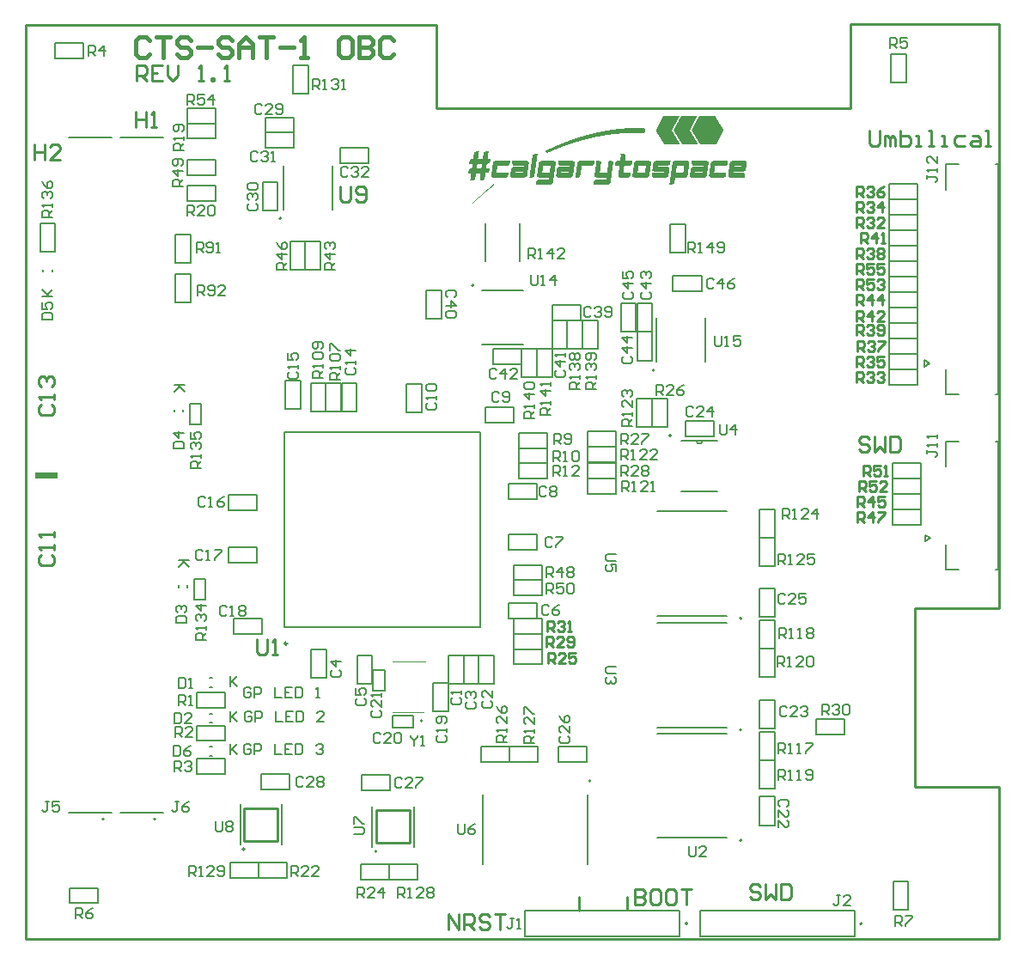
<source format=gto>
G04*
G04 #@! TF.GenerationSoftware,Altium Limited,Altium Designer,21.8.1 (53)*
G04*
G04 Layer_Color=65535*
%FSLAX44Y44*%
%MOMM*%
G71*
G04*
G04 #@! TF.SameCoordinates,50A5A8F4-FCC5-4A63-BB33-6A8E803C0949*
G04*
G04*
G04 #@! TF.FilePolarity,Positive*
G04*
G01*
G75*
%ADD10C,0.2000*%
%ADD11C,0.2500*%
%ADD12C,0.1524*%
%ADD13C,0.1270*%
%ADD14C,0.1000*%
%ADD15C,0.2540*%
%ADD16C,0.3810*%
%ADD17C,0.2032*%
%ADD18R,2.2000X0.4000*%
G36*
X608579Y799229D02*
X608871D01*
Y799180D01*
X609018D01*
Y799131D01*
X609164D01*
Y799082D01*
X609311D01*
Y799033D01*
X609408D01*
Y798985D01*
X609506D01*
Y798936D01*
X609604D01*
Y798887D01*
X609701D01*
Y798838D01*
X609750D01*
Y798789D01*
X609848D01*
Y798740D01*
X609897D01*
Y798692D01*
X609945D01*
Y798643D01*
X609994D01*
Y798594D01*
X610043D01*
Y798545D01*
X610092D01*
Y798496D01*
X610141D01*
Y798448D01*
X610189D01*
Y798399D01*
X610238D01*
Y798350D01*
X610287D01*
Y798301D01*
X610336D01*
Y798204D01*
X610385D01*
Y798155D01*
X610434D01*
Y798106D01*
X610482D01*
Y798008D01*
X610531D01*
Y797911D01*
X610580D01*
Y797813D01*
X610629D01*
Y797715D01*
X610677D01*
Y797569D01*
X610726D01*
Y797471D01*
X610775D01*
Y797276D01*
X610824D01*
Y797032D01*
X610873D01*
Y796300D01*
X610824D01*
Y796056D01*
X610775D01*
Y795910D01*
X610726D01*
Y795763D01*
X610677D01*
Y795617D01*
X610629D01*
Y795519D01*
X610580D01*
Y795421D01*
X610531D01*
Y795324D01*
X610482D01*
Y795275D01*
X610434D01*
Y795177D01*
X610385D01*
Y795128D01*
X610336D01*
Y795080D01*
X610287D01*
Y794982D01*
X610238D01*
Y794933D01*
X610189D01*
Y794884D01*
X610141D01*
Y794836D01*
X610092D01*
Y794787D01*
X610043D01*
Y794738D01*
X609945D01*
Y794689D01*
X609897D01*
Y794640D01*
X609848D01*
Y794592D01*
X609750D01*
Y794543D01*
X609701D01*
Y794494D01*
X609604D01*
Y794445D01*
X609506D01*
Y794396D01*
X609360D01*
Y794348D01*
X609262D01*
Y794299D01*
X609116D01*
Y794250D01*
X609018D01*
Y794201D01*
X608871D01*
Y794152D01*
X608725D01*
Y794103D01*
X607163D01*
Y794152D01*
X605552D01*
Y794201D01*
X602917D01*
Y794250D01*
X598329D01*
Y794201D01*
X595693D01*
Y794152D01*
X594277D01*
Y794103D01*
X593057D01*
Y794055D01*
X591934D01*
Y794006D01*
X591056D01*
Y793957D01*
X590177D01*
Y793908D01*
X589347D01*
Y793859D01*
X588566D01*
Y793811D01*
X587688D01*
Y793762D01*
X587005D01*
Y793713D01*
X586370D01*
Y793664D01*
X585784D01*
Y793615D01*
X585247D01*
Y793567D01*
X584662D01*
Y793518D01*
X584076D01*
Y793469D01*
X583539D01*
Y793420D01*
X583002D01*
Y793371D01*
X582563D01*
Y793323D01*
X582075D01*
Y793274D01*
X581586D01*
Y793225D01*
X581099D01*
Y793176D01*
X580610D01*
Y793127D01*
X580171D01*
Y793078D01*
X579732D01*
Y793030D01*
X579341D01*
Y792981D01*
X578902D01*
Y792932D01*
X578512D01*
Y792883D01*
X578072D01*
Y792834D01*
X577682D01*
Y792786D01*
X577242D01*
Y792737D01*
X576901D01*
Y792688D01*
X576510D01*
Y792639D01*
X576169D01*
Y792590D01*
X575778D01*
Y792542D01*
X575436D01*
Y792493D01*
X575095D01*
Y792444D01*
X574753D01*
Y792395D01*
X574411D01*
Y792346D01*
X574070D01*
Y792298D01*
X573728D01*
Y792249D01*
X573386D01*
Y792200D01*
X573045D01*
Y792151D01*
X572752D01*
Y792102D01*
X572410D01*
Y792053D01*
X572068D01*
Y792005D01*
X571727D01*
Y791956D01*
X571385D01*
Y791907D01*
X571092D01*
Y791858D01*
X570799D01*
Y791809D01*
X570458D01*
Y791761D01*
X570165D01*
Y791712D01*
X569872D01*
Y791663D01*
X569579D01*
Y791614D01*
X569286D01*
Y791565D01*
X568993D01*
Y791516D01*
X568749D01*
Y791468D01*
X568457D01*
Y791419D01*
X568164D01*
Y791370D01*
X567871D01*
Y791321D01*
X567627D01*
Y791273D01*
X567334D01*
Y791224D01*
X567041D01*
Y791175D01*
X566797D01*
Y791126D01*
X566504D01*
Y791077D01*
X566260D01*
Y791028D01*
X566016D01*
Y790980D01*
X565723D01*
Y790931D01*
X565479D01*
Y790882D01*
X565235D01*
Y790833D01*
X564942D01*
Y790784D01*
X564698D01*
Y790736D01*
X564454D01*
Y790687D01*
X564210D01*
Y790638D01*
X563966D01*
Y790589D01*
X563722D01*
Y790540D01*
X563478D01*
Y790491D01*
X563185D01*
Y790443D01*
X562941D01*
Y790394D01*
X562697D01*
Y790345D01*
X562502D01*
Y790296D01*
X562258D01*
Y790247D01*
X562014D01*
Y790199D01*
X561770D01*
Y790150D01*
X561525D01*
Y790101D01*
X561330D01*
Y790052D01*
X561086D01*
Y790003D01*
X560842D01*
Y789955D01*
X560598D01*
Y789906D01*
X560403D01*
Y789857D01*
X560159D01*
Y789808D01*
X559915D01*
Y789759D01*
X559671D01*
Y789710D01*
X559476D01*
Y789662D01*
X559231D01*
Y789613D01*
X559036D01*
Y789564D01*
X558792D01*
Y789515D01*
X558597D01*
Y789466D01*
X558402D01*
Y789418D01*
X558158D01*
Y789369D01*
X557962D01*
Y789320D01*
X557718D01*
Y789271D01*
X557523D01*
Y789222D01*
X557328D01*
Y789174D01*
X557084D01*
Y789125D01*
X556889D01*
Y789076D01*
X556645D01*
Y789027D01*
X556449D01*
Y788978D01*
X556254D01*
Y788930D01*
X556059D01*
Y788881D01*
X555863D01*
Y788832D01*
X555668D01*
Y788783D01*
X555424D01*
Y788734D01*
X555229D01*
Y788686D01*
X555034D01*
Y788637D01*
X554838D01*
Y788588D01*
X554643D01*
Y788539D01*
X554448D01*
Y788490D01*
X554253D01*
Y788441D01*
X554009D01*
Y788393D01*
X553814D01*
Y788344D01*
X553618D01*
Y788295D01*
X553423D01*
Y788246D01*
X553228D01*
Y788197D01*
X553081D01*
Y788149D01*
X552886D01*
Y788100D01*
X552691D01*
Y788051D01*
X552496D01*
Y788002D01*
X552300D01*
Y787953D01*
X552105D01*
Y787905D01*
X551910D01*
Y787856D01*
X551715D01*
Y787807D01*
X551519D01*
Y787758D01*
X551324D01*
Y787709D01*
X551129D01*
Y787661D01*
X550934D01*
Y787612D01*
X550787D01*
Y787563D01*
X550592D01*
Y787514D01*
X550397D01*
Y787465D01*
X550201D01*
Y787417D01*
X550055D01*
Y787368D01*
X549860D01*
Y787319D01*
X549665D01*
Y787270D01*
X549469D01*
Y787221D01*
X549274D01*
Y787172D01*
X549128D01*
Y787124D01*
X548932D01*
Y787075D01*
X548786D01*
Y787026D01*
X548591D01*
Y786977D01*
X548444D01*
Y786928D01*
X548249D01*
Y786880D01*
X548054D01*
Y786831D01*
X547907D01*
Y786782D01*
X547712D01*
Y786733D01*
X547566D01*
Y786684D01*
X547370D01*
Y786636D01*
X547224D01*
Y786587D01*
X547029D01*
Y786538D01*
X546834D01*
Y786489D01*
X546687D01*
Y786440D01*
X546492D01*
Y786391D01*
X546345D01*
Y786343D01*
X546150D01*
Y786294D01*
X546004D01*
Y786245D01*
X545809D01*
Y786196D01*
X545662D01*
Y786147D01*
X545467D01*
Y786099D01*
X545321D01*
Y786050D01*
X545125D01*
Y786001D01*
X544979D01*
Y785952D01*
X544832D01*
Y785903D01*
X544637D01*
Y785854D01*
X544491D01*
Y785806D01*
X544296D01*
Y785757D01*
X544149D01*
Y785708D01*
X544003D01*
Y785659D01*
X543807D01*
Y785611D01*
X543661D01*
Y785562D01*
X543466D01*
Y785513D01*
X543319D01*
Y785464D01*
X543173D01*
Y785415D01*
X542978D01*
Y785366D01*
X542831D01*
Y785318D01*
X542685D01*
Y785269D01*
X542538D01*
Y785220D01*
X542343D01*
Y785171D01*
X542197D01*
Y785122D01*
X542050D01*
Y785074D01*
X541904D01*
Y785025D01*
X541708D01*
Y784976D01*
X541562D01*
Y784927D01*
X541416D01*
Y784878D01*
X541269D01*
Y784829D01*
X541074D01*
Y784781D01*
X540928D01*
Y784732D01*
X540781D01*
Y784683D01*
X540635D01*
Y784634D01*
X540488D01*
Y784585D01*
X540342D01*
Y784537D01*
X540147D01*
Y784488D01*
X540000D01*
Y784439D01*
X539854D01*
Y784390D01*
X539707D01*
Y784341D01*
X539561D01*
Y784293D01*
X539414D01*
Y784244D01*
X539268D01*
Y784195D01*
X539122D01*
Y784146D01*
X538926D01*
Y784097D01*
X538780D01*
Y784048D01*
X538633D01*
Y784000D01*
X538487D01*
Y783951D01*
X538341D01*
Y783902D01*
X538194D01*
Y783853D01*
X538048D01*
Y783804D01*
X537901D01*
Y783756D01*
X537755D01*
Y783707D01*
X537608D01*
Y783658D01*
X537462D01*
Y783609D01*
X537316D01*
Y783560D01*
X537169D01*
Y783512D01*
X537023D01*
Y783463D01*
X536876D01*
Y783414D01*
X536730D01*
Y783365D01*
X536583D01*
Y783316D01*
X536437D01*
Y783268D01*
X536291D01*
Y783219D01*
X536144D01*
Y783170D01*
X535998D01*
Y783121D01*
X535851D01*
Y783072D01*
X535705D01*
Y783024D01*
X535558D01*
Y782975D01*
X535412D01*
Y782926D01*
X535266D01*
Y782877D01*
X535119D01*
Y782828D01*
X534973D01*
Y782779D01*
X534826D01*
Y782731D01*
X534729D01*
Y782682D01*
X534582D01*
Y782633D01*
X534436D01*
Y782584D01*
X534289D01*
Y782535D01*
X534143D01*
Y782487D01*
X533997D01*
Y782438D01*
X533850D01*
Y782389D01*
X533752D01*
Y782340D01*
X533606D01*
Y782291D01*
X533460D01*
Y782243D01*
X533313D01*
Y782194D01*
X533167D01*
Y782145D01*
X533020D01*
Y782096D01*
X532923D01*
Y782047D01*
X532776D01*
Y781999D01*
X532630D01*
Y781950D01*
X532483D01*
Y781901D01*
X532386D01*
Y781852D01*
X532239D01*
Y781803D01*
X532093D01*
Y781755D01*
X531946D01*
Y781706D01*
X531800D01*
Y781657D01*
X531702D01*
Y781608D01*
X531556D01*
Y781559D01*
X531409D01*
Y781510D01*
X531263D01*
Y781462D01*
X531166D01*
Y781413D01*
X531019D01*
Y781364D01*
X530873D01*
Y781315D01*
X530726D01*
Y781266D01*
X530629D01*
Y781217D01*
X530482D01*
Y781169D01*
X530336D01*
Y781120D01*
X530189D01*
Y781071D01*
X530092D01*
Y781022D01*
X529945D01*
Y780974D01*
X529799D01*
Y780925D01*
X529701D01*
Y780876D01*
X529555D01*
Y780827D01*
X529408D01*
Y780778D01*
X529262D01*
Y780730D01*
X529164D01*
Y780681D01*
X529018D01*
Y780632D01*
X528871D01*
Y780583D01*
X528774D01*
Y780534D01*
X528627D01*
Y780485D01*
X528481D01*
Y780437D01*
X528383D01*
Y780388D01*
X528237D01*
Y780339D01*
X528139D01*
Y780290D01*
X527993D01*
Y780241D01*
X527846D01*
Y780192D01*
X527749D01*
Y780144D01*
X527602D01*
Y780095D01*
X527456D01*
Y780046D01*
X527358D01*
Y779997D01*
X527212D01*
Y779949D01*
X527114D01*
Y779900D01*
X526968D01*
Y779851D01*
X526870D01*
Y779802D01*
X526724D01*
Y779753D01*
X526577D01*
Y779704D01*
X526480D01*
Y779656D01*
X526333D01*
Y779607D01*
X526236D01*
Y779558D01*
X526089D01*
Y779509D01*
X525992D01*
Y779460D01*
X525845D01*
Y779412D01*
X525747D01*
Y779363D01*
X525601D01*
Y779314D01*
X525455D01*
Y779265D01*
X525357D01*
Y779216D01*
X525211D01*
Y779167D01*
X525113D01*
Y779119D01*
X524967D01*
Y779070D01*
X524869D01*
Y779021D01*
X524723D01*
Y778972D01*
X524625D01*
Y778923D01*
X524478D01*
Y778875D01*
X524381D01*
Y778826D01*
X524234D01*
Y778777D01*
X524137D01*
Y778728D01*
X523990D01*
Y778679D01*
X523893D01*
Y778631D01*
X523746D01*
Y778582D01*
X523649D01*
Y778533D01*
X523502D01*
Y778484D01*
X523405D01*
Y778435D01*
X523307D01*
Y778387D01*
X523161D01*
Y778338D01*
X523063D01*
Y778289D01*
X522916D01*
Y778240D01*
X522819D01*
Y778191D01*
X522673D01*
Y778142D01*
X522575D01*
Y778094D01*
X522428D01*
Y778045D01*
X522331D01*
Y777996D01*
X522233D01*
Y777947D01*
X522087D01*
Y777898D01*
X521989D01*
Y777850D01*
X521843D01*
Y777801D01*
X521745D01*
Y777752D01*
X521599D01*
Y777703D01*
X521501D01*
Y777654D01*
X521403D01*
Y777606D01*
X521257D01*
Y777557D01*
X521159D01*
Y777508D01*
X521013D01*
Y777459D01*
X520915D01*
Y777410D01*
X520818D01*
Y777362D01*
X520671D01*
Y777313D01*
X520574D01*
Y777264D01*
X520427D01*
Y777215D01*
X520330D01*
Y777166D01*
X520232D01*
Y777117D01*
X520085D01*
Y777069D01*
X519988D01*
Y777020D01*
X519841D01*
Y776971D01*
X519744D01*
Y776922D01*
X519646D01*
Y776873D01*
X519500D01*
Y776825D01*
X519402D01*
Y776776D01*
X519305D01*
Y776727D01*
X519158D01*
Y776678D01*
X519061D01*
Y776629D01*
X518963D01*
Y776581D01*
X518816D01*
Y776532D01*
X518719D01*
Y776483D01*
X518621D01*
Y776434D01*
X518475D01*
Y776385D01*
X518377D01*
Y776337D01*
X518231D01*
Y776288D01*
X518133D01*
Y776239D01*
X518036D01*
Y776190D01*
X517889D01*
Y776141D01*
X517791D01*
Y776093D01*
X517694D01*
Y776044D01*
X517596D01*
Y775995D01*
X517450D01*
Y775946D01*
X517352D01*
Y775897D01*
X517254D01*
Y775848D01*
X517108D01*
Y775800D01*
X517010D01*
Y775751D01*
X516913D01*
Y775702D01*
X516815D01*
Y775653D01*
X516669D01*
Y775604D01*
X516571D01*
Y775555D01*
X516474D01*
Y775507D01*
X516327D01*
Y775458D01*
X516230D01*
Y775409D01*
X516132D01*
Y775360D01*
X516034D01*
Y775312D01*
X515888D01*
Y775263D01*
X515790D01*
Y775214D01*
X515693D01*
Y775165D01*
X515595D01*
Y775116D01*
X515448D01*
Y775067D01*
X515351D01*
Y775019D01*
X515253D01*
Y774970D01*
X515156D01*
Y774921D01*
X515058D01*
Y774872D01*
X514912D01*
Y774823D01*
X514814D01*
Y774775D01*
X514716D01*
Y774726D01*
X514619D01*
Y774677D01*
X514472D01*
Y774628D01*
X514375D01*
Y774579D01*
X514277D01*
Y774530D01*
X514179D01*
Y774482D01*
X514082D01*
Y774433D01*
X513935D01*
Y774384D01*
X513838D01*
Y774335D01*
X513740D01*
Y774286D01*
X513643D01*
Y774238D01*
X513545D01*
Y774189D01*
X513447D01*
Y774140D01*
X513301D01*
Y774238D01*
X513252D01*
Y774286D01*
X513203D01*
Y774384D01*
X513154D01*
Y774433D01*
X513106D01*
Y774530D01*
X513057D01*
Y774579D01*
X513008D01*
Y774677D01*
X512959D01*
Y774775D01*
X512910D01*
Y774823D01*
X512862D01*
Y774921D01*
X512813D01*
Y774970D01*
X512764D01*
Y775067D01*
X512715D01*
Y775165D01*
X512666D01*
Y775214D01*
X512617D01*
Y775312D01*
X512569D01*
Y775409D01*
X512520D01*
Y775507D01*
X512471D01*
Y775555D01*
X512422D01*
Y775653D01*
X512374D01*
Y775751D01*
X512325D01*
Y775848D01*
X512276D01*
Y775946D01*
X512227D01*
Y776044D01*
X512178D01*
Y776141D01*
X512130D01*
Y776239D01*
X512081D01*
Y776337D01*
X512032D01*
Y776434D01*
X512081D01*
Y776483D01*
X512178D01*
Y776532D01*
X512276D01*
Y776581D01*
X512374D01*
Y776629D01*
X512471D01*
Y776678D01*
X512569D01*
Y776727D01*
X512666D01*
Y776776D01*
X512764D01*
Y776825D01*
X512862D01*
Y776873D01*
X512959D01*
Y776922D01*
X513057D01*
Y776971D01*
X513154D01*
Y777020D01*
X513252D01*
Y777069D01*
X513350D01*
Y777117D01*
X513496D01*
Y777166D01*
X513594D01*
Y777215D01*
X513691D01*
Y777264D01*
X513789D01*
Y777313D01*
X513887D01*
Y777362D01*
X513984D01*
Y777410D01*
X514082D01*
Y777459D01*
X514179D01*
Y777508D01*
X514277D01*
Y777557D01*
X514375D01*
Y777606D01*
X514521D01*
Y777654D01*
X514619D01*
Y777703D01*
X514716D01*
Y777752D01*
X514814D01*
Y777801D01*
X514912D01*
Y777850D01*
X515009D01*
Y777898D01*
X515107D01*
Y777947D01*
X515205D01*
Y777996D01*
X515351D01*
Y778045D01*
X515448D01*
Y778094D01*
X515546D01*
Y778142D01*
X515644D01*
Y778191D01*
X515741D01*
Y778240D01*
X515839D01*
Y778289D01*
X515937D01*
Y778338D01*
X516034D01*
Y778387D01*
X516132D01*
Y778435D01*
X516278D01*
Y778484D01*
X516376D01*
Y778533D01*
X516474D01*
Y778582D01*
X516571D01*
Y778631D01*
X516669D01*
Y778679D01*
X516766D01*
Y778728D01*
X516864D01*
Y778777D01*
X517010D01*
Y778826D01*
X517108D01*
Y778875D01*
X517206D01*
Y778923D01*
X517303D01*
Y778972D01*
X517401D01*
Y779021D01*
X517547D01*
Y779070D01*
X517645D01*
Y779119D01*
X517743D01*
Y779167D01*
X517840D01*
Y779216D01*
X517938D01*
Y779265D01*
X518036D01*
Y779314D01*
X518182D01*
Y779363D01*
X518280D01*
Y779412D01*
X518377D01*
Y779460D01*
X518475D01*
Y779509D01*
X518572D01*
Y779558D01*
X518719D01*
Y779607D01*
X518816D01*
Y779656D01*
X518914D01*
Y779704D01*
X519012D01*
Y779753D01*
X519109D01*
Y779802D01*
X519256D01*
Y779851D01*
X519353D01*
Y779900D01*
X519451D01*
Y779949D01*
X519549D01*
Y779997D01*
X519646D01*
Y780046D01*
X519793D01*
Y780095D01*
X519890D01*
Y780144D01*
X519988D01*
Y780192D01*
X520085D01*
Y780241D01*
X520183D01*
Y780290D01*
X520330D01*
Y780339D01*
X520427D01*
Y780388D01*
X520525D01*
Y780437D01*
X520671D01*
Y780485D01*
X520769D01*
Y780534D01*
X520867D01*
Y780583D01*
X520964D01*
Y780632D01*
X521110D01*
Y780681D01*
X521208D01*
Y780730D01*
X521306D01*
Y780778D01*
X521452D01*
Y780827D01*
X521550D01*
Y780876D01*
X521647D01*
Y780925D01*
X521794D01*
Y780974D01*
X521892D01*
Y781022D01*
X521989D01*
Y781071D01*
X522136D01*
Y781120D01*
X522233D01*
Y781169D01*
X522331D01*
Y781217D01*
X522477D01*
Y781266D01*
X522575D01*
Y781315D01*
X522673D01*
Y781364D01*
X522819D01*
Y781413D01*
X522916D01*
Y781462D01*
X523014D01*
Y781510D01*
X523161D01*
Y781559D01*
X523258D01*
Y781608D01*
X523405D01*
Y781657D01*
X523502D01*
Y781706D01*
X523600D01*
Y781755D01*
X523746D01*
Y781803D01*
X523844D01*
Y781852D01*
X523941D01*
Y781901D01*
X524088D01*
Y781950D01*
X524186D01*
Y781999D01*
X524332D01*
Y782047D01*
X524430D01*
Y782096D01*
X524527D01*
Y782145D01*
X524674D01*
Y782194D01*
X524771D01*
Y782243D01*
X524869D01*
Y782291D01*
X525015D01*
Y782340D01*
X525113D01*
Y782389D01*
X525259D01*
Y782438D01*
X525357D01*
Y782487D01*
X525455D01*
Y782535D01*
X525601D01*
Y782584D01*
X525699D01*
Y782633D01*
X525796D01*
Y782682D01*
X525943D01*
Y782731D01*
X526040D01*
Y782779D01*
X526187D01*
Y782828D01*
X526284D01*
Y782877D01*
X526382D01*
Y782926D01*
X526529D01*
Y782975D01*
X526626D01*
Y783024D01*
X526773D01*
Y783072D01*
X526870D01*
Y783121D01*
X526968D01*
Y783170D01*
X527114D01*
Y783219D01*
X527212D01*
Y783268D01*
X527358D01*
Y783316D01*
X527456D01*
Y783365D01*
X527553D01*
Y783414D01*
X527700D01*
Y783463D01*
X527798D01*
Y783512D01*
X527944D01*
Y783560D01*
X528042D01*
Y783609D01*
X528188D01*
Y783658D01*
X528286D01*
Y783707D01*
X528383D01*
Y783756D01*
X528530D01*
Y783804D01*
X528627D01*
Y783853D01*
X528774D01*
Y783902D01*
X528871D01*
Y783951D01*
X529018D01*
Y784000D01*
X529115D01*
Y784048D01*
X529262D01*
Y784097D01*
X529360D01*
Y784146D01*
X529506D01*
Y784195D01*
X529604D01*
Y784244D01*
X529750D01*
Y784293D01*
X529848D01*
Y784341D01*
X529994D01*
Y784390D01*
X530092D01*
Y784439D01*
X530238D01*
Y784488D01*
X530336D01*
Y784537D01*
X530482D01*
Y784585D01*
X530580D01*
Y784634D01*
X530726D01*
Y784683D01*
X530824D01*
Y784732D01*
X530970D01*
Y784781D01*
X531068D01*
Y784829D01*
X531214D01*
Y784878D01*
X531361D01*
Y784927D01*
X531458D01*
Y784976D01*
X531605D01*
Y785025D01*
X531702D01*
Y785074D01*
X531849D01*
Y785122D01*
X531995D01*
Y785171D01*
X532093D01*
Y785220D01*
X532239D01*
Y785269D01*
X532386D01*
Y785318D01*
X532483D01*
Y785366D01*
X532630D01*
Y785415D01*
X532776D01*
Y785464D01*
X532874D01*
Y785513D01*
X533020D01*
Y785562D01*
X533167D01*
Y785611D01*
X533264D01*
Y785659D01*
X533411D01*
Y785708D01*
X533557D01*
Y785757D01*
X533655D01*
Y785806D01*
X533801D01*
Y785854D01*
X533948D01*
Y785903D01*
X534045D01*
Y785952D01*
X534192D01*
Y786001D01*
X534338D01*
Y786050D01*
X534436D01*
Y786099D01*
X534582D01*
Y786147D01*
X534729D01*
Y786196D01*
X534826D01*
Y786245D01*
X534973D01*
Y786294D01*
X535119D01*
Y786343D01*
X535217D01*
Y786391D01*
X535363D01*
Y786440D01*
X535510D01*
Y786489D01*
X535656D01*
Y786538D01*
X535754D01*
Y786587D01*
X535900D01*
Y786636D01*
X536046D01*
Y786684D01*
X536193D01*
Y786733D01*
X536339D01*
Y786782D01*
X536437D01*
Y786831D01*
X536583D01*
Y786880D01*
X536730D01*
Y786928D01*
X536876D01*
Y786977D01*
X537023D01*
Y787026D01*
X537120D01*
Y787075D01*
X537267D01*
Y787124D01*
X537413D01*
Y787172D01*
X537560D01*
Y787221D01*
X537706D01*
Y787270D01*
X537853D01*
Y787319D01*
X537950D01*
Y787368D01*
X538097D01*
Y787417D01*
X538243D01*
Y787465D01*
X538389D01*
Y787514D01*
X538536D01*
Y787563D01*
X538682D01*
Y787612D01*
X538780D01*
Y787661D01*
X538926D01*
Y787709D01*
X539073D01*
Y787758D01*
X539219D01*
Y787807D01*
X539366D01*
Y787856D01*
X539512D01*
Y787905D01*
X539659D01*
Y787953D01*
X539805D01*
Y788002D01*
X539951D01*
Y788051D01*
X540049D01*
Y788100D01*
X540195D01*
Y788149D01*
X540342D01*
Y788197D01*
X540488D01*
Y788246D01*
X540635D01*
Y788295D01*
X540781D01*
Y788344D01*
X540928D01*
Y788393D01*
X541074D01*
Y788441D01*
X541220D01*
Y788490D01*
X541367D01*
Y788539D01*
X541513D01*
Y788588D01*
X541660D01*
Y788637D01*
X541806D01*
Y788686D01*
X541953D01*
Y788734D01*
X542099D01*
Y788783D01*
X542245D01*
Y788832D01*
X542392D01*
Y788881D01*
X542538D01*
Y788930D01*
X542685D01*
Y788978D01*
X542831D01*
Y789027D01*
X542978D01*
Y789076D01*
X543124D01*
Y789125D01*
X543319D01*
Y789174D01*
X543466D01*
Y789222D01*
X543612D01*
Y789271D01*
X543759D01*
Y789320D01*
X543905D01*
Y789369D01*
X544051D01*
Y789418D01*
X544198D01*
Y789466D01*
X544344D01*
Y789515D01*
X544539D01*
Y789564D01*
X544686D01*
Y789613D01*
X544832D01*
Y789662D01*
X544979D01*
Y789710D01*
X545125D01*
Y789759D01*
X545321D01*
Y789808D01*
X545467D01*
Y789857D01*
X545613D01*
Y789906D01*
X545760D01*
Y789955D01*
X545906D01*
Y790003D01*
X546101D01*
Y790052D01*
X546248D01*
Y790101D01*
X546394D01*
Y790150D01*
X546541D01*
Y790199D01*
X546736D01*
Y790247D01*
X546882D01*
Y790296D01*
X547029D01*
Y790345D01*
X547224D01*
Y790394D01*
X547370D01*
Y790443D01*
X547517D01*
Y790491D01*
X547663D01*
Y790540D01*
X547859D01*
Y790589D01*
X548005D01*
Y790638D01*
X548152D01*
Y790687D01*
X548347D01*
Y790736D01*
X548493D01*
Y790784D01*
X548640D01*
Y790833D01*
X548835D01*
Y790882D01*
X548981D01*
Y790931D01*
X549128D01*
Y790980D01*
X549274D01*
Y791028D01*
X549469D01*
Y791077D01*
X549616D01*
Y791126D01*
X549811D01*
Y791175D01*
X549957D01*
Y791224D01*
X550153D01*
Y791273D01*
X550299D01*
Y791321D01*
X550494D01*
Y791370D01*
X550641D01*
Y791419D01*
X550836D01*
Y791468D01*
X550983D01*
Y791516D01*
X551178D01*
Y791565D01*
X551324D01*
Y791614D01*
X551519D01*
Y791663D01*
X551666D01*
Y791712D01*
X551861D01*
Y791761D01*
X552007D01*
Y791809D01*
X552203D01*
Y791858D01*
X552398D01*
Y791907D01*
X552544D01*
Y791956D01*
X552740D01*
Y792005D01*
X552886D01*
Y792053D01*
X553081D01*
Y792102D01*
X553228D01*
Y792151D01*
X553423D01*
Y792200D01*
X553618D01*
Y792249D01*
X553765D01*
Y792298D01*
X553960D01*
Y792346D01*
X554155D01*
Y792395D01*
X554350D01*
Y792444D01*
X554546D01*
Y792493D01*
X554741D01*
Y792542D01*
X554887D01*
Y792590D01*
X555083D01*
Y792639D01*
X555278D01*
Y792688D01*
X555473D01*
Y792737D01*
X555668D01*
Y792786D01*
X555863D01*
Y792834D01*
X556010D01*
Y792883D01*
X556205D01*
Y792932D01*
X556400D01*
Y792981D01*
X556596D01*
Y793030D01*
X556791D01*
Y793078D01*
X556986D01*
Y793127D01*
X557181D01*
Y793176D01*
X557377D01*
Y793225D01*
X557572D01*
Y793274D01*
X557767D01*
Y793323D01*
X557914D01*
Y793371D01*
X558109D01*
Y793420D01*
X558304D01*
Y793469D01*
X558499D01*
Y793518D01*
X558694D01*
Y793567D01*
X558890D01*
Y793615D01*
X559134D01*
Y793664D01*
X559329D01*
Y793713D01*
X559524D01*
Y793762D01*
X559720D01*
Y793811D01*
X559964D01*
Y793859D01*
X560159D01*
Y793908D01*
X560354D01*
Y793957D01*
X560549D01*
Y794006D01*
X560745D01*
Y794055D01*
X560989D01*
Y794103D01*
X561184D01*
Y794152D01*
X561379D01*
Y794201D01*
X561623D01*
Y794250D01*
X561818D01*
Y794299D01*
X562062D01*
Y794348D01*
X562307D01*
Y794396D01*
X562502D01*
Y794445D01*
X562697D01*
Y794494D01*
X562941D01*
Y794543D01*
X563136D01*
Y794592D01*
X563380D01*
Y794640D01*
X563576D01*
Y794689D01*
X563820D01*
Y794738D01*
X564015D01*
Y794787D01*
X564259D01*
Y794836D01*
X564454D01*
Y794884D01*
X564698D01*
Y794933D01*
X564942D01*
Y794982D01*
X565137D01*
Y795031D01*
X565382D01*
Y795080D01*
X565626D01*
Y795128D01*
X565821D01*
Y795177D01*
X566065D01*
Y795226D01*
X566309D01*
Y795275D01*
X566553D01*
Y795324D01*
X566797D01*
Y795373D01*
X567041D01*
Y795421D01*
X567285D01*
Y795470D01*
X567529D01*
Y795519D01*
X567773D01*
Y795568D01*
X568066D01*
Y795617D01*
X568310D01*
Y795665D01*
X568554D01*
Y795714D01*
X568798D01*
Y795763D01*
X569042D01*
Y795812D01*
X569286D01*
Y795861D01*
X569530D01*
Y795910D01*
X569823D01*
Y795958D01*
X570067D01*
Y796007D01*
X570311D01*
Y796056D01*
X570604D01*
Y796105D01*
X570848D01*
Y796153D01*
X571141D01*
Y796202D01*
X571385D01*
Y796251D01*
X571678D01*
Y796300D01*
X571922D01*
Y796349D01*
X572215D01*
Y796398D01*
X572459D01*
Y796446D01*
X572752D01*
Y796495D01*
X573045D01*
Y796544D01*
X573386D01*
Y796593D01*
X573679D01*
Y796642D01*
X573972D01*
Y796690D01*
X574265D01*
Y796739D01*
X574558D01*
Y796788D01*
X574851D01*
Y796837D01*
X575144D01*
Y796886D01*
X575436D01*
Y796935D01*
X575729D01*
Y796983D01*
X576071D01*
Y797032D01*
X576364D01*
Y797081D01*
X576657D01*
Y797130D01*
X576998D01*
Y797178D01*
X577291D01*
Y797227D01*
X577633D01*
Y797276D01*
X577975D01*
Y797325D01*
X578365D01*
Y797374D01*
X578707D01*
Y797423D01*
X579048D01*
Y797471D01*
X579390D01*
Y797520D01*
X579732D01*
Y797569D01*
X580073D01*
Y797618D01*
X580415D01*
Y797667D01*
X580806D01*
Y797715D01*
X581196D01*
Y797764D01*
X581586D01*
Y797813D01*
X581977D01*
Y797862D01*
X582368D01*
Y797911D01*
X582758D01*
Y797960D01*
X583148D01*
Y798008D01*
X583588D01*
Y798057D01*
X584027D01*
Y798106D01*
X584466D01*
Y798155D01*
X584906D01*
Y798204D01*
X585394D01*
Y798252D01*
X585833D01*
Y798301D01*
X586272D01*
Y798350D01*
X586760D01*
Y798399D01*
X587249D01*
Y798448D01*
X587785D01*
Y798496D01*
X588371D01*
Y798545D01*
X588957D01*
Y798594D01*
X589494D01*
Y798643D01*
X590128D01*
Y798692D01*
X590714D01*
Y798740D01*
X591349D01*
Y798789D01*
X591983D01*
Y798838D01*
X592618D01*
Y798887D01*
X593350D01*
Y798936D01*
X594131D01*
Y798985D01*
X595009D01*
Y799033D01*
X595937D01*
Y799082D01*
X596962D01*
Y799131D01*
X598133D01*
Y799180D01*
X599500D01*
Y799229D01*
X601257D01*
Y799277D01*
X608579D01*
Y799229D01*
D02*
G37*
G36*
X644113Y810504D02*
X644064D01*
Y810406D01*
X644015D01*
Y810309D01*
X643966D01*
Y810211D01*
X643917D01*
Y810113D01*
X643868D01*
Y810016D01*
X643820D01*
Y809918D01*
X643771D01*
Y809820D01*
X643722D01*
Y809723D01*
X643673D01*
Y809674D01*
X643624D01*
Y809576D01*
X643576D01*
Y809479D01*
X643527D01*
Y809381D01*
X643478D01*
Y809284D01*
X643429D01*
Y809186D01*
X643380D01*
Y809088D01*
X643332D01*
Y808991D01*
X643283D01*
Y808893D01*
X643234D01*
Y808795D01*
X643185D01*
Y808698D01*
X643136D01*
Y808600D01*
X643088D01*
Y808503D01*
X643039D01*
Y808454D01*
X642990D01*
Y808356D01*
X642941D01*
Y808259D01*
X642892D01*
Y808161D01*
X642843D01*
Y808063D01*
X642795D01*
Y807966D01*
X642746D01*
Y807868D01*
X642697D01*
Y807770D01*
X642648D01*
Y807673D01*
X642599D01*
Y807575D01*
X642551D01*
Y807477D01*
X642502D01*
Y807380D01*
X642453D01*
Y807282D01*
X642404D01*
Y807234D01*
X642355D01*
Y807136D01*
X642307D01*
Y807038D01*
X642258D01*
Y806941D01*
X642209D01*
Y806843D01*
X642160D01*
Y806745D01*
X642111D01*
Y806648D01*
X642063D01*
Y806550D01*
X642014D01*
Y806452D01*
X641965D01*
Y806355D01*
X641916D01*
Y806257D01*
X641867D01*
Y806160D01*
X641818D01*
Y806062D01*
X641770D01*
Y805964D01*
X641721D01*
Y805867D01*
X641672D01*
Y805818D01*
X641623D01*
Y805720D01*
X641574D01*
Y805623D01*
X641526D01*
Y805525D01*
X641477D01*
Y805427D01*
X641428D01*
Y805330D01*
X641379D01*
Y805232D01*
X641330D01*
Y805135D01*
X641282D01*
Y805037D01*
X641233D01*
Y804939D01*
X641184D01*
Y804842D01*
X641135D01*
Y804744D01*
X641086D01*
Y804647D01*
X641038D01*
Y804598D01*
X640989D01*
Y804500D01*
X640940D01*
Y804402D01*
X640891D01*
Y804305D01*
X640842D01*
Y804207D01*
X640794D01*
Y804110D01*
X640745D01*
Y804012D01*
X640696D01*
Y803914D01*
X640647D01*
Y803817D01*
X640598D01*
Y803719D01*
X640549D01*
Y803622D01*
X640501D01*
Y803524D01*
X640452D01*
Y803426D01*
X640403D01*
Y803377D01*
X640354D01*
Y803280D01*
X640305D01*
Y803182D01*
X640257D01*
Y803085D01*
X640208D01*
Y802987D01*
X640159D01*
Y802889D01*
X640110D01*
Y802792D01*
X640061D01*
Y802694D01*
X640013D01*
Y802597D01*
X639964D01*
Y802499D01*
X639915D01*
Y802401D01*
X639866D01*
Y802304D01*
X639817D01*
Y802206D01*
X639768D01*
Y802157D01*
X639720D01*
Y802060D01*
X639671D01*
Y801962D01*
X639622D01*
Y801864D01*
X639573D01*
Y801767D01*
X639524D01*
Y801669D01*
X639476D01*
Y801571D01*
X639427D01*
Y801474D01*
X639378D01*
Y801376D01*
X639329D01*
Y801279D01*
X639280D01*
Y801181D01*
X639232D01*
Y801083D01*
X639183D01*
Y800986D01*
X639134D01*
Y800888D01*
X639085D01*
Y800790D01*
X639036D01*
Y800742D01*
X638988D01*
Y800644D01*
X638939D01*
Y800546D01*
X638890D01*
Y800449D01*
X638841D01*
Y800351D01*
X638792D01*
Y800254D01*
X638744D01*
Y800156D01*
X638695D01*
Y800058D01*
X638646D01*
Y799961D01*
X638597D01*
Y799863D01*
X638548D01*
Y799765D01*
X638499D01*
Y799668D01*
X638451D01*
Y799570D01*
X638402D01*
Y799521D01*
X638353D01*
Y799424D01*
X638304D01*
Y799326D01*
X638255D01*
Y799229D01*
X638206D01*
Y799131D01*
X638158D01*
Y799033D01*
X638109D01*
Y798936D01*
X638060D01*
Y798838D01*
X638011D01*
Y798740D01*
X637962D01*
Y798643D01*
X637914D01*
Y798545D01*
X637865D01*
Y798448D01*
X637816D01*
Y798350D01*
X637767D01*
Y798301D01*
X637718D01*
Y798204D01*
X637670D01*
Y798106D01*
X637621D01*
Y798008D01*
X637572D01*
Y797911D01*
X637523D01*
Y797813D01*
X637474D01*
Y797715D01*
X637426D01*
Y797618D01*
X637377D01*
Y797520D01*
X637328D01*
Y797423D01*
X637279D01*
Y797325D01*
X637230D01*
Y797276D01*
X637182D01*
Y797178D01*
X637133D01*
Y797081D01*
X637084D01*
Y796983D01*
X637035D01*
Y796886D01*
X636986D01*
Y796788D01*
X636937D01*
Y796690D01*
X636889D01*
Y796593D01*
X636840D01*
Y796544D01*
X636889D01*
Y796446D01*
X636937D01*
Y796349D01*
X636986D01*
Y796300D01*
X637035D01*
Y796202D01*
X637084D01*
Y796105D01*
X637133D01*
Y796056D01*
X637182D01*
Y795958D01*
X637230D01*
Y795861D01*
X637279D01*
Y795812D01*
X637328D01*
Y795714D01*
X637377D01*
Y795665D01*
X637426D01*
Y795568D01*
X637474D01*
Y795470D01*
X637523D01*
Y795421D01*
X637572D01*
Y795324D01*
X637621D01*
Y795226D01*
X637670D01*
Y795177D01*
X637718D01*
Y795080D01*
X637767D01*
Y794982D01*
X637816D01*
Y794933D01*
X637865D01*
Y794836D01*
X637914D01*
Y794738D01*
X637962D01*
Y794689D01*
X638011D01*
Y794592D01*
X638060D01*
Y794494D01*
X638109D01*
Y794445D01*
X638158D01*
Y794348D01*
X638206D01*
Y794250D01*
X638255D01*
Y794201D01*
X638304D01*
Y794103D01*
X638353D01*
Y794006D01*
X638402D01*
Y793957D01*
X638451D01*
Y793859D01*
X638499D01*
Y793811D01*
X638548D01*
Y793713D01*
X638597D01*
Y793615D01*
X638646D01*
Y793567D01*
X638695D01*
Y793469D01*
X638744D01*
Y793371D01*
X638792D01*
Y793323D01*
X638841D01*
Y793225D01*
X638890D01*
Y793127D01*
X638939D01*
Y793078D01*
X638988D01*
Y792981D01*
X639036D01*
Y792883D01*
X639085D01*
Y792834D01*
X639134D01*
Y792737D01*
X639183D01*
Y792639D01*
X639232D01*
Y792590D01*
X639280D01*
Y792493D01*
X639329D01*
Y792444D01*
X639378D01*
Y792346D01*
X639427D01*
Y792249D01*
X639476D01*
Y792200D01*
X639524D01*
Y792102D01*
X639573D01*
Y792005D01*
X639622D01*
Y791956D01*
X639671D01*
Y791858D01*
X639720D01*
Y791761D01*
X639768D01*
Y791712D01*
X639817D01*
Y791614D01*
X639866D01*
Y791516D01*
X639915D01*
Y791468D01*
X639964D01*
Y791370D01*
X640013D01*
Y791273D01*
X640061D01*
Y791224D01*
X640110D01*
Y791126D01*
X640159D01*
Y791028D01*
X640208D01*
Y790980D01*
X640257D01*
Y790882D01*
X640305D01*
Y790833D01*
X640354D01*
Y790736D01*
X640403D01*
Y790638D01*
X640452D01*
Y790589D01*
X640501D01*
Y790491D01*
X640549D01*
Y790394D01*
X640598D01*
Y790345D01*
X640647D01*
Y790247D01*
X640696D01*
Y790150D01*
X640745D01*
Y790101D01*
X640794D01*
Y790003D01*
X640842D01*
Y789906D01*
X640891D01*
Y789857D01*
X640940D01*
Y789759D01*
X640989D01*
Y789662D01*
X641038D01*
Y789613D01*
X641086D01*
Y789515D01*
X641135D01*
Y789466D01*
X641184D01*
Y789369D01*
X641233D01*
Y789271D01*
X641282D01*
Y789222D01*
X641330D01*
Y789125D01*
X641379D01*
Y789027D01*
X641428D01*
Y788978D01*
X641477D01*
Y788881D01*
X641526D01*
Y788783D01*
X641574D01*
Y788734D01*
X641623D01*
Y788637D01*
X641672D01*
Y788539D01*
X641721D01*
Y788490D01*
X641770D01*
Y788393D01*
X641818D01*
Y788295D01*
X641867D01*
Y788246D01*
X641916D01*
Y788149D01*
X641965D01*
Y788051D01*
X642014D01*
Y788002D01*
X642063D01*
Y787905D01*
X642111D01*
Y787807D01*
X642160D01*
Y787758D01*
X642209D01*
Y787661D01*
X642258D01*
Y787612D01*
X642307D01*
Y787514D01*
X642355D01*
Y787417D01*
X642404D01*
Y787368D01*
X642453D01*
Y787270D01*
X642502D01*
Y787172D01*
X642551D01*
Y787124D01*
X642599D01*
Y787026D01*
X642648D01*
Y786928D01*
X642697D01*
Y786880D01*
X642746D01*
Y786782D01*
X642795D01*
Y786684D01*
X642843D01*
Y786636D01*
X642892D01*
Y786538D01*
X642941D01*
Y786440D01*
X642990D01*
Y786391D01*
X643039D01*
Y786294D01*
X643088D01*
Y786196D01*
X643136D01*
Y786147D01*
X643185D01*
Y786050D01*
X643234D01*
Y786001D01*
X643283D01*
Y785903D01*
X643332D01*
Y785806D01*
X643380D01*
Y785757D01*
X643429D01*
Y785659D01*
X643478D01*
Y785562D01*
X643527D01*
Y785513D01*
X643576D01*
Y785415D01*
X643624D01*
Y785318D01*
X643673D01*
Y785269D01*
X643722D01*
Y785171D01*
X643771D01*
Y785074D01*
X643820D01*
Y785025D01*
X643868D01*
Y784927D01*
X643917D01*
Y784829D01*
X643966D01*
Y784781D01*
X644015D01*
Y784683D01*
X644064D01*
Y784585D01*
X644113D01*
Y784537D01*
X644161D01*
Y784439D01*
X644210D01*
Y784341D01*
X644259D01*
Y784293D01*
X644308D01*
Y784195D01*
X644357D01*
Y784146D01*
X644405D01*
Y784048D01*
X644454D01*
Y783951D01*
X644503D01*
Y783902D01*
X644552D01*
Y783804D01*
X644601D01*
Y783707D01*
X644650D01*
Y783658D01*
X644698D01*
Y783560D01*
X644747D01*
Y783463D01*
X644796D01*
Y783414D01*
X644845D01*
Y783316D01*
X644894D01*
Y783219D01*
X629079D01*
Y783268D01*
X629030D01*
Y783365D01*
X628981D01*
Y783463D01*
X628933D01*
Y783512D01*
X628884D01*
Y783609D01*
X628835D01*
Y783658D01*
X628786D01*
Y783756D01*
X628737D01*
Y783853D01*
X628689D01*
Y783902D01*
X628640D01*
Y784000D01*
X628591D01*
Y784097D01*
X628542D01*
Y784146D01*
X628493D01*
Y784244D01*
X628445D01*
Y784341D01*
X628396D01*
Y784390D01*
X628347D01*
Y784488D01*
X628298D01*
Y784585D01*
X628249D01*
Y784634D01*
X628200D01*
Y784732D01*
X628152D01*
Y784829D01*
X628103D01*
Y784878D01*
X628054D01*
Y784976D01*
X628005D01*
Y785025D01*
X627956D01*
Y785122D01*
X627908D01*
Y785220D01*
X627859D01*
Y785269D01*
X627810D01*
Y785366D01*
X627761D01*
Y785464D01*
X627712D01*
Y785513D01*
X627663D01*
Y785611D01*
X627615D01*
Y785708D01*
X627566D01*
Y785757D01*
X627517D01*
Y785854D01*
X627468D01*
Y785952D01*
X627419D01*
Y786001D01*
X627371D01*
Y786099D01*
X627322D01*
Y786196D01*
X627273D01*
Y786245D01*
X627224D01*
Y786343D01*
X627175D01*
Y786391D01*
X627127D01*
Y786489D01*
X627078D01*
Y786587D01*
X627029D01*
Y786636D01*
X626980D01*
Y786733D01*
X626931D01*
Y786831D01*
X626883D01*
Y786880D01*
X626834D01*
Y786977D01*
X626785D01*
Y787075D01*
X626736D01*
Y787124D01*
X626687D01*
Y787221D01*
X626638D01*
Y787319D01*
X626590D01*
Y787368D01*
X626541D01*
Y787465D01*
X626492D01*
Y787563D01*
X626443D01*
Y787612D01*
X626394D01*
Y787709D01*
X626346D01*
Y787807D01*
X626297D01*
Y787856D01*
X626248D01*
Y787953D01*
X626199D01*
Y788002D01*
X626150D01*
Y788100D01*
X626102D01*
Y788197D01*
X626053D01*
Y788246D01*
X626004D01*
Y788344D01*
X625955D01*
Y788441D01*
X625906D01*
Y788490D01*
X625858D01*
Y788588D01*
X625809D01*
Y788686D01*
X625760D01*
Y788734D01*
X625711D01*
Y788832D01*
X625662D01*
Y788930D01*
X625614D01*
Y788978D01*
X625565D01*
Y789076D01*
X625516D01*
Y789174D01*
X625467D01*
Y789222D01*
X625418D01*
Y789320D01*
X625369D01*
Y789418D01*
X625321D01*
Y789466D01*
X625272D01*
Y789564D01*
X625223D01*
Y789613D01*
X625174D01*
Y789710D01*
X625125D01*
Y789808D01*
X625077D01*
Y789857D01*
X625028D01*
Y789955D01*
X624979D01*
Y790052D01*
X624930D01*
Y790101D01*
X624881D01*
Y790199D01*
X624832D01*
Y790296D01*
X624784D01*
Y790345D01*
X624735D01*
Y790443D01*
X624686D01*
Y790540D01*
X624637D01*
Y790589D01*
X624589D01*
Y790687D01*
X624540D01*
Y790784D01*
X624491D01*
Y790833D01*
X624442D01*
Y790931D01*
X624393D01*
Y790980D01*
X624344D01*
Y791077D01*
X624296D01*
Y791175D01*
X624247D01*
Y791224D01*
X624198D01*
Y791321D01*
X624149D01*
Y791419D01*
X624100D01*
Y791468D01*
X624052D01*
Y791565D01*
X624003D01*
Y791663D01*
X623954D01*
Y791712D01*
X623905D01*
Y791809D01*
X623856D01*
Y791907D01*
X623807D01*
Y791956D01*
X623759D01*
Y792053D01*
X623710D01*
Y792151D01*
X623661D01*
Y792200D01*
X623612D01*
Y792298D01*
X623563D01*
Y792346D01*
X623515D01*
Y792444D01*
X623466D01*
Y792542D01*
X623417D01*
Y792590D01*
X623368D01*
Y792688D01*
X623319D01*
Y792786D01*
X623271D01*
Y792834D01*
X623222D01*
Y792932D01*
X623173D01*
Y793030D01*
X623124D01*
Y793078D01*
X623075D01*
Y793176D01*
X623027D01*
Y793274D01*
X622978D01*
Y793323D01*
X622929D01*
Y793420D01*
X622880D01*
Y793518D01*
X622831D01*
Y793567D01*
X622783D01*
Y793664D01*
X622734D01*
Y793762D01*
X622685D01*
Y793811D01*
X622636D01*
Y793908D01*
X622587D01*
Y793957D01*
X622538D01*
Y794055D01*
X622490D01*
Y794152D01*
X622441D01*
Y794201D01*
X622392D01*
Y794299D01*
X622343D01*
Y794396D01*
X622294D01*
Y794445D01*
X622246D01*
Y794543D01*
X622197D01*
Y794640D01*
X622148D01*
Y794689D01*
X622099D01*
Y794787D01*
X622050D01*
Y794884D01*
X622001D01*
Y794933D01*
X621953D01*
Y795031D01*
X621904D01*
Y795128D01*
X621855D01*
Y795177D01*
X621806D01*
Y795275D01*
X621758D01*
Y795373D01*
X621709D01*
Y795421D01*
X621660D01*
Y795519D01*
X621611D01*
Y795617D01*
X621562D01*
Y795665D01*
X621513D01*
Y795763D01*
X621465D01*
Y795812D01*
X621416D01*
Y795910D01*
X621367D01*
Y796007D01*
X621318D01*
Y796056D01*
X621269D01*
Y796153D01*
X621221D01*
Y796251D01*
X621172D01*
Y796300D01*
X621123D01*
Y796398D01*
X621074D01*
Y796495D01*
X621025D01*
Y796544D01*
X620976D01*
Y796593D01*
X621025D01*
Y796690D01*
X621074D01*
Y796788D01*
X621123D01*
Y796886D01*
X621172D01*
Y796983D01*
X621221D01*
Y797081D01*
X621269D01*
Y797178D01*
X621318D01*
Y797276D01*
X621367D01*
Y797374D01*
X621416D01*
Y797471D01*
X621465D01*
Y797520D01*
X621513D01*
Y797618D01*
X621562D01*
Y797715D01*
X621611D01*
Y797813D01*
X621660D01*
Y797911D01*
X621709D01*
Y798008D01*
X621758D01*
Y798106D01*
X621806D01*
Y798204D01*
X621855D01*
Y798301D01*
X621904D01*
Y798399D01*
X621953D01*
Y798496D01*
X622001D01*
Y798594D01*
X622050D01*
Y798692D01*
X622099D01*
Y798740D01*
X622148D01*
Y798838D01*
X622197D01*
Y798936D01*
X622246D01*
Y799033D01*
X622294D01*
Y799131D01*
X622343D01*
Y799229D01*
X622392D01*
Y799326D01*
X622441D01*
Y799424D01*
X622490D01*
Y799521D01*
X622538D01*
Y799619D01*
X622587D01*
Y799717D01*
X622636D01*
Y799814D01*
X622685D01*
Y799912D01*
X622734D01*
Y799961D01*
X622783D01*
Y800058D01*
X622831D01*
Y800156D01*
X622880D01*
Y800254D01*
X622929D01*
Y800351D01*
X622978D01*
Y800449D01*
X623027D01*
Y800546D01*
X623075D01*
Y800644D01*
X623124D01*
Y800742D01*
X623173D01*
Y800839D01*
X623222D01*
Y800937D01*
X623271D01*
Y801034D01*
X623319D01*
Y801132D01*
X623368D01*
Y801181D01*
X623417D01*
Y801279D01*
X623466D01*
Y801376D01*
X623515D01*
Y801474D01*
X623563D01*
Y801571D01*
X623612D01*
Y801669D01*
X623661D01*
Y801767D01*
X623710D01*
Y801864D01*
X623759D01*
Y801962D01*
X623807D01*
Y802060D01*
X623856D01*
Y802157D01*
X623905D01*
Y802255D01*
X623954D01*
Y802304D01*
X624003D01*
Y802401D01*
X624052D01*
Y802499D01*
X624100D01*
Y802597D01*
X624149D01*
Y802694D01*
X624198D01*
Y802792D01*
X624247D01*
Y802889D01*
X624296D01*
Y802987D01*
X624344D01*
Y803085D01*
X624393D01*
Y803182D01*
X624442D01*
Y803280D01*
X624491D01*
Y803377D01*
X624540D01*
Y803475D01*
X624589D01*
Y803524D01*
X624637D01*
Y803622D01*
X624686D01*
Y803719D01*
X624735D01*
Y803817D01*
X624784D01*
Y803914D01*
X624832D01*
Y804012D01*
X624881D01*
Y804110D01*
X624930D01*
Y804207D01*
X624979D01*
Y804305D01*
X625028D01*
Y804402D01*
X625077D01*
Y804500D01*
X625125D01*
Y804598D01*
X625174D01*
Y804695D01*
X625223D01*
Y804744D01*
X625272D01*
Y804842D01*
X625321D01*
Y804939D01*
X625369D01*
Y805037D01*
X625418D01*
Y805135D01*
X625467D01*
Y805232D01*
X625516D01*
Y805330D01*
X625565D01*
Y805427D01*
X625614D01*
Y805525D01*
X625662D01*
Y805623D01*
X625711D01*
Y805720D01*
X625760D01*
Y805818D01*
X625809D01*
Y805916D01*
X625858D01*
Y806013D01*
X625906D01*
Y806062D01*
X625955D01*
Y806160D01*
X626004D01*
Y806257D01*
X626053D01*
Y806355D01*
X626102D01*
Y806452D01*
X626150D01*
Y806550D01*
X626199D01*
Y806648D01*
X626248D01*
Y806745D01*
X626297D01*
Y806843D01*
X626346D01*
Y806941D01*
X626394D01*
Y807038D01*
X626443D01*
Y807136D01*
X626492D01*
Y807234D01*
X626541D01*
Y807282D01*
X626590D01*
Y807380D01*
X626638D01*
Y807477D01*
X626687D01*
Y807575D01*
X626736D01*
Y807673D01*
X626785D01*
Y807770D01*
X626834D01*
Y807868D01*
X626883D01*
Y807966D01*
X626931D01*
Y808063D01*
X626980D01*
Y808161D01*
X627029D01*
Y808259D01*
X627078D01*
Y808356D01*
X627127D01*
Y808454D01*
X627175D01*
Y808503D01*
X627224D01*
Y808600D01*
X627273D01*
Y808698D01*
X627322D01*
Y808795D01*
X627371D01*
Y808893D01*
X627419D01*
Y808991D01*
X627468D01*
Y809088D01*
X627517D01*
Y809186D01*
X627566D01*
Y809284D01*
X627615D01*
Y809381D01*
X627663D01*
Y809479D01*
X627712D01*
Y809576D01*
X627761D01*
Y809625D01*
X627810D01*
Y809723D01*
X627859D01*
Y809820D01*
X627908D01*
Y809918D01*
X627956D01*
Y810016D01*
X628005D01*
Y810113D01*
X628054D01*
Y810211D01*
X628103D01*
Y810309D01*
X628152D01*
Y810406D01*
X628200D01*
Y810504D01*
X628249D01*
Y810601D01*
X628298D01*
Y810650D01*
X644113D01*
Y810504D01*
D02*
G37*
G36*
X650116Y810797D02*
X656852D01*
Y810748D01*
X661782D01*
Y810650D01*
X661733D01*
Y810553D01*
X661684D01*
Y810455D01*
X661636D01*
Y810357D01*
X661587D01*
Y810260D01*
X661538D01*
Y810162D01*
X661489D01*
Y810064D01*
X661440D01*
Y809967D01*
X661391D01*
Y809869D01*
X661343D01*
Y809772D01*
X661294D01*
Y809674D01*
X661245D01*
Y809625D01*
X661196D01*
Y809528D01*
X661147D01*
Y809430D01*
X661099D01*
Y809332D01*
X661050D01*
Y809235D01*
X661001D01*
Y809137D01*
X660952D01*
Y809039D01*
X660903D01*
Y808942D01*
X660854D01*
Y808844D01*
X660806D01*
Y808747D01*
X660757D01*
Y808649D01*
X660708D01*
Y808551D01*
X660659D01*
Y808454D01*
X660611D01*
Y808356D01*
X660562D01*
Y808259D01*
X660513D01*
Y808161D01*
X660464D01*
Y808063D01*
X660415D01*
Y807966D01*
X660366D01*
Y807868D01*
X660318D01*
Y807770D01*
X660269D01*
Y807673D01*
X660220D01*
Y807575D01*
X660171D01*
Y807477D01*
X660122D01*
Y807380D01*
X660074D01*
Y807331D01*
X660025D01*
Y807234D01*
X659976D01*
Y807136D01*
X659927D01*
Y807038D01*
X659878D01*
Y806941D01*
X659829D01*
Y806843D01*
X659781D01*
Y806745D01*
X659732D01*
Y806648D01*
X659683D01*
Y806550D01*
X659634D01*
Y806452D01*
X659585D01*
Y806355D01*
X659537D01*
Y806257D01*
X659488D01*
Y806160D01*
X659439D01*
Y806062D01*
X659390D01*
Y805964D01*
X659341D01*
Y805867D01*
X659293D01*
Y805769D01*
X659244D01*
Y805671D01*
X659195D01*
Y805574D01*
X659146D01*
Y805476D01*
X659097D01*
Y805379D01*
X659048D01*
Y805330D01*
X659000D01*
Y805232D01*
X658951D01*
Y805135D01*
X658902D01*
Y805037D01*
X658853D01*
Y804939D01*
X658804D01*
Y804842D01*
X658756D01*
Y804744D01*
X658707D01*
Y804647D01*
X658658D01*
Y804549D01*
X658609D01*
Y804451D01*
X658560D01*
Y804354D01*
X658512D01*
Y804256D01*
X658463D01*
Y804158D01*
X658414D01*
Y804061D01*
X658365D01*
Y803963D01*
X658316D01*
Y803866D01*
X658268D01*
Y803768D01*
X658219D01*
Y803670D01*
X658170D01*
Y803573D01*
X658121D01*
Y803475D01*
X658072D01*
Y803377D01*
X658024D01*
Y803329D01*
X657975D01*
Y803231D01*
X657926D01*
Y803133D01*
X657877D01*
Y803036D01*
X657828D01*
Y802938D01*
X657779D01*
Y802840D01*
X657731D01*
Y802743D01*
X657682D01*
Y802645D01*
X657633D01*
Y802548D01*
X657584D01*
Y802450D01*
X657535D01*
Y802352D01*
X657487D01*
Y802255D01*
X657438D01*
Y802157D01*
X657389D01*
Y802060D01*
X657340D01*
Y801962D01*
X657291D01*
Y801864D01*
X657243D01*
Y801767D01*
X657194D01*
Y801669D01*
X657145D01*
Y801571D01*
X657096D01*
Y801474D01*
X657047D01*
Y801376D01*
X656999D01*
Y801279D01*
X656950D01*
Y801181D01*
X656901D01*
Y801083D01*
X656852D01*
Y801034D01*
X656803D01*
Y800937D01*
X656755D01*
Y800839D01*
X656706D01*
Y800742D01*
X656657D01*
Y800644D01*
X656608D01*
Y800546D01*
X656559D01*
Y800449D01*
X656510D01*
Y800351D01*
X656462D01*
Y800254D01*
X656413D01*
Y800156D01*
X656364D01*
Y800058D01*
X656315D01*
Y799961D01*
X656266D01*
Y799863D01*
X656218D01*
Y799765D01*
X656169D01*
Y799668D01*
X656120D01*
Y799570D01*
X656071D01*
Y799473D01*
X656022D01*
Y799375D01*
X655974D01*
Y799277D01*
X655925D01*
Y799180D01*
X655876D01*
Y799082D01*
X655827D01*
Y799033D01*
X655778D01*
Y798936D01*
X655729D01*
Y798838D01*
X655681D01*
Y798740D01*
X655632D01*
Y798643D01*
X655583D01*
Y798545D01*
X655534D01*
Y798448D01*
X655485D01*
Y798350D01*
X655437D01*
Y798252D01*
X655388D01*
Y798155D01*
X655339D01*
Y798057D01*
X655290D01*
Y797960D01*
X655241D01*
Y797862D01*
X655192D01*
Y797764D01*
X655144D01*
Y797667D01*
X655095D01*
Y797569D01*
X655046D01*
Y797471D01*
X654997D01*
Y797374D01*
X654949D01*
Y797276D01*
X654900D01*
Y797178D01*
X654851D01*
Y797081D01*
X654802D01*
Y797032D01*
X654753D01*
Y796935D01*
X654704D01*
Y796837D01*
X654656D01*
Y796739D01*
X654607D01*
Y796642D01*
X654558D01*
Y796544D01*
X654607D01*
Y796446D01*
X654656D01*
Y796349D01*
X654704D01*
Y796300D01*
X654753D01*
Y796202D01*
X654802D01*
Y796105D01*
X654851D01*
Y796056D01*
X654900D01*
Y795958D01*
X654949D01*
Y795861D01*
X654997D01*
Y795812D01*
X655046D01*
Y795714D01*
X655095D01*
Y795617D01*
X655144D01*
Y795568D01*
X655192D01*
Y795470D01*
X655241D01*
Y795373D01*
X655290D01*
Y795324D01*
X655339D01*
Y795226D01*
X655388D01*
Y795177D01*
X655437D01*
Y795080D01*
X655485D01*
Y794982D01*
X655534D01*
Y794933D01*
X655583D01*
Y794836D01*
X655632D01*
Y794738D01*
X655681D01*
Y794689D01*
X655729D01*
Y794592D01*
X655778D01*
Y794494D01*
X655827D01*
Y794445D01*
X655876D01*
Y794348D01*
X655925D01*
Y794250D01*
X655974D01*
Y794201D01*
X656022D01*
Y794103D01*
X656071D01*
Y794006D01*
X656120D01*
Y793957D01*
X656169D01*
Y793859D01*
X656218D01*
Y793762D01*
X656266D01*
Y793713D01*
X656315D01*
Y793615D01*
X656364D01*
Y793567D01*
X656413D01*
Y793469D01*
X656462D01*
Y793371D01*
X656510D01*
Y793323D01*
X656559D01*
Y793225D01*
X656608D01*
Y793127D01*
X656657D01*
Y793078D01*
X656706D01*
Y792981D01*
X656755D01*
Y792883D01*
X656803D01*
Y792834D01*
X656852D01*
Y792737D01*
X656901D01*
Y792639D01*
X656950D01*
Y792590D01*
X656999D01*
Y792493D01*
X657047D01*
Y792395D01*
X657096D01*
Y792346D01*
X657145D01*
Y792249D01*
X657194D01*
Y792200D01*
X657243D01*
Y792102D01*
X657291D01*
Y792005D01*
X657340D01*
Y791956D01*
X657389D01*
Y791858D01*
X657438D01*
Y791761D01*
X657487D01*
Y791712D01*
X657535D01*
Y791614D01*
X657584D01*
Y791516D01*
X657633D01*
Y791468D01*
X657682D01*
Y791370D01*
X657731D01*
Y791273D01*
X657779D01*
Y791224D01*
X657828D01*
Y791126D01*
X657877D01*
Y791028D01*
X657926D01*
Y790980D01*
X657975D01*
Y790882D01*
X658024D01*
Y790833D01*
X658072D01*
Y790736D01*
X658121D01*
Y790638D01*
X658170D01*
Y790589D01*
X658219D01*
Y790491D01*
X658268D01*
Y790394D01*
X658316D01*
Y790345D01*
X658365D01*
Y790247D01*
X658414D01*
Y790150D01*
X658463D01*
Y790101D01*
X658512D01*
Y790003D01*
X658560D01*
Y789906D01*
X658609D01*
Y789857D01*
X658658D01*
Y789759D01*
X658707D01*
Y789662D01*
X658756D01*
Y789613D01*
X658804D01*
Y789515D01*
X658853D01*
Y789418D01*
X658902D01*
Y789369D01*
X658951D01*
Y789271D01*
X659000D01*
Y789174D01*
X659048D01*
Y789125D01*
X659097D01*
Y789027D01*
X659146D01*
Y788978D01*
X659195D01*
Y788881D01*
X659244D01*
Y788783D01*
X659293D01*
Y788734D01*
X659341D01*
Y788637D01*
X659390D01*
Y788539D01*
X659439D01*
Y788490D01*
X659488D01*
Y788393D01*
X659537D01*
Y788295D01*
X659585D01*
Y788246D01*
X659634D01*
Y788149D01*
X659683D01*
Y788051D01*
X659732D01*
Y788002D01*
X659781D01*
Y787905D01*
X659829D01*
Y787807D01*
X659878D01*
Y787758D01*
X659927D01*
Y787661D01*
X659976D01*
Y787563D01*
X660025D01*
Y787514D01*
X660074D01*
Y787417D01*
X660122D01*
Y787319D01*
X660171D01*
Y787270D01*
X660220D01*
Y787172D01*
X660269D01*
Y787124D01*
X660318D01*
Y787026D01*
X660366D01*
Y786928D01*
X660415D01*
Y786880D01*
X660464D01*
Y786782D01*
X660513D01*
Y786684D01*
X660562D01*
Y786636D01*
X660611D01*
Y786538D01*
X660659D01*
Y786440D01*
X660708D01*
Y786391D01*
X660757D01*
Y786294D01*
X660806D01*
Y786196D01*
X660854D01*
Y786147D01*
X660903D01*
Y786050D01*
X660952D01*
Y785952D01*
X661001D01*
Y785903D01*
X661050D01*
Y785806D01*
X661099D01*
Y785708D01*
X661147D01*
Y785659D01*
X661196D01*
Y785562D01*
X661245D01*
Y785464D01*
X661294D01*
Y785415D01*
X661343D01*
Y785318D01*
X661391D01*
Y785269D01*
X661440D01*
Y785171D01*
X661489D01*
Y785074D01*
X661538D01*
Y785025D01*
X661587D01*
Y784927D01*
X661636D01*
Y784829D01*
X661684D01*
Y784781D01*
X661733D01*
Y784683D01*
X661782D01*
Y784585D01*
X661831D01*
Y784537D01*
X661880D01*
Y784439D01*
X661928D01*
Y784341D01*
X661977D01*
Y784293D01*
X662026D01*
Y784195D01*
X662075D01*
Y784097D01*
X662124D01*
Y784048D01*
X662172D01*
Y783951D01*
X662221D01*
Y783853D01*
X662270D01*
Y783804D01*
X662319D01*
Y783707D01*
X662368D01*
Y783609D01*
X662417D01*
Y783560D01*
X662465D01*
Y783463D01*
X662514D01*
Y783414D01*
X662563D01*
Y783316D01*
X662612D01*
Y783219D01*
X662661D01*
Y783170D01*
X662709D01*
Y783072D01*
X662758D01*
Y782975D01*
X662807D01*
Y782926D01*
X662856D01*
Y782828D01*
X658512D01*
Y782877D01*
X651385D01*
Y782926D01*
X646992D01*
Y782975D01*
X646944D01*
Y783024D01*
X646895D01*
Y783121D01*
X646846D01*
Y783170D01*
X646797D01*
Y783268D01*
X646748D01*
Y783365D01*
X646700D01*
Y783414D01*
X646651D01*
Y783512D01*
X646602D01*
Y783609D01*
X646553D01*
Y783658D01*
X646504D01*
Y783756D01*
X646456D01*
Y783853D01*
X646407D01*
Y783902D01*
X646358D01*
Y784000D01*
X646309D01*
Y784097D01*
X646260D01*
Y784146D01*
X646211D01*
Y784244D01*
X646163D01*
Y784293D01*
X646114D01*
Y784390D01*
X646065D01*
Y784488D01*
X646016D01*
Y784537D01*
X645967D01*
Y784634D01*
X645919D01*
Y784732D01*
X645870D01*
Y784781D01*
X645821D01*
Y784878D01*
X645772D01*
Y784976D01*
X645723D01*
Y785025D01*
X645675D01*
Y785122D01*
X645626D01*
Y785220D01*
X645577D01*
Y785269D01*
X645528D01*
Y785366D01*
X645479D01*
Y785464D01*
X645431D01*
Y785513D01*
X645382D01*
Y785611D01*
X645333D01*
Y785659D01*
X645284D01*
Y785757D01*
X645235D01*
Y785854D01*
X645186D01*
Y785903D01*
X645138D01*
Y786001D01*
X645089D01*
Y786099D01*
X645040D01*
Y786147D01*
X644991D01*
Y786245D01*
X644942D01*
Y786343D01*
X644894D01*
Y786391D01*
X644845D01*
Y786489D01*
X644796D01*
Y786587D01*
X644747D01*
Y786636D01*
X644698D01*
Y786733D01*
X644650D01*
Y786831D01*
X644601D01*
Y786880D01*
X644552D01*
Y786977D01*
X644503D01*
Y787026D01*
X644454D01*
Y787124D01*
X644405D01*
Y787221D01*
X644357D01*
Y787270D01*
X644308D01*
Y787368D01*
X644259D01*
Y787465D01*
X644210D01*
Y787514D01*
X644161D01*
Y787612D01*
X644113D01*
Y787709D01*
X644064D01*
Y787758D01*
X644015D01*
Y787856D01*
X643966D01*
Y787953D01*
X643917D01*
Y788002D01*
X643868D01*
Y788100D01*
X643820D01*
Y788197D01*
X643771D01*
Y788246D01*
X643722D01*
Y788344D01*
X643673D01*
Y788393D01*
X643624D01*
Y788490D01*
X643576D01*
Y788588D01*
X643527D01*
Y788637D01*
X643478D01*
Y788734D01*
X643429D01*
Y788832D01*
X643380D01*
Y788881D01*
X643332D01*
Y788978D01*
X643283D01*
Y789076D01*
X643234D01*
Y789125D01*
X643185D01*
Y789222D01*
X643136D01*
Y789320D01*
X643088D01*
Y789369D01*
X643039D01*
Y789466D01*
X642990D01*
Y789564D01*
X642941D01*
Y789613D01*
X642892D01*
Y789710D01*
X642843D01*
Y789759D01*
X642795D01*
Y789857D01*
X642746D01*
Y789955D01*
X642697D01*
Y790003D01*
X642648D01*
Y790101D01*
X642599D01*
Y790199D01*
X642551D01*
Y790247D01*
X642502D01*
Y790345D01*
X642453D01*
Y790443D01*
X642404D01*
Y790491D01*
X642355D01*
Y790589D01*
X642307D01*
Y790687D01*
X642258D01*
Y790736D01*
X642209D01*
Y790833D01*
X642160D01*
Y790931D01*
X642111D01*
Y790980D01*
X642063D01*
Y791077D01*
X642014D01*
Y791126D01*
X641965D01*
Y791224D01*
X641916D01*
Y791321D01*
X641867D01*
Y791370D01*
X641818D01*
Y791468D01*
X641770D01*
Y791565D01*
X641721D01*
Y791614D01*
X641672D01*
Y791712D01*
X641623D01*
Y791809D01*
X641574D01*
Y791858D01*
X641526D01*
Y791956D01*
X641477D01*
Y792053D01*
X641428D01*
Y792102D01*
X641379D01*
Y792200D01*
X641330D01*
Y792298D01*
X641282D01*
Y792346D01*
X641233D01*
Y792444D01*
X641184D01*
Y792542D01*
X641135D01*
Y792590D01*
X641086D01*
Y792688D01*
X641038D01*
Y792737D01*
X640989D01*
Y792834D01*
X640940D01*
Y792932D01*
X640891D01*
Y792981D01*
X640842D01*
Y793078D01*
X640794D01*
Y793176D01*
X640745D01*
Y793225D01*
X640696D01*
Y793323D01*
X640647D01*
Y793420D01*
X640598D01*
Y793469D01*
X640549D01*
Y793567D01*
X640501D01*
Y793664D01*
X640452D01*
Y793713D01*
X640403D01*
Y793811D01*
X640354D01*
Y793908D01*
X640305D01*
Y793957D01*
X640257D01*
Y794055D01*
X640208D01*
Y794152D01*
X640159D01*
Y794201D01*
X640110D01*
Y794299D01*
X640061D01*
Y794348D01*
X640013D01*
Y794445D01*
X639964D01*
Y794543D01*
X639915D01*
Y794592D01*
X639866D01*
Y794689D01*
X639817D01*
Y794787D01*
X639768D01*
Y794836D01*
X639720D01*
Y794933D01*
X639671D01*
Y795031D01*
X639622D01*
Y795080D01*
X639573D01*
Y795177D01*
X639524D01*
Y795275D01*
X639476D01*
Y795324D01*
X639427D01*
Y795421D01*
X639378D01*
Y795519D01*
X639329D01*
Y795568D01*
X639280D01*
Y795665D01*
X639232D01*
Y795714D01*
X639183D01*
Y795812D01*
X639134D01*
Y795910D01*
X639085D01*
Y795958D01*
X639036D01*
Y796056D01*
X638988D01*
Y796153D01*
X638939D01*
Y796202D01*
X638890D01*
Y796300D01*
X638841D01*
Y796398D01*
X638792D01*
Y796446D01*
X638744D01*
Y796544D01*
X638695D01*
Y796642D01*
X638646D01*
Y796788D01*
X638695D01*
Y796886D01*
X638744D01*
Y796983D01*
X638792D01*
Y797081D01*
X638841D01*
Y797130D01*
X638890D01*
Y797227D01*
X638939D01*
Y797325D01*
X638988D01*
Y797423D01*
X639036D01*
Y797520D01*
X639085D01*
Y797618D01*
X639134D01*
Y797715D01*
X639183D01*
Y797813D01*
X639232D01*
Y797911D01*
X639280D01*
Y798008D01*
X639329D01*
Y798106D01*
X639378D01*
Y798204D01*
X639427D01*
Y798301D01*
X639476D01*
Y798399D01*
X639524D01*
Y798496D01*
X639573D01*
Y798594D01*
X639622D01*
Y798692D01*
X639671D01*
Y798789D01*
X639720D01*
Y798887D01*
X639768D01*
Y798985D01*
X639817D01*
Y799082D01*
X639866D01*
Y799131D01*
X639915D01*
Y799229D01*
X639964D01*
Y799326D01*
X640013D01*
Y799424D01*
X640061D01*
Y799521D01*
X640110D01*
Y799619D01*
X640159D01*
Y799717D01*
X640208D01*
Y799814D01*
X640257D01*
Y799912D01*
X640305D01*
Y800010D01*
X640354D01*
Y800107D01*
X640403D01*
Y800205D01*
X640452D01*
Y800302D01*
X640501D01*
Y800400D01*
X640549D01*
Y800498D01*
X640598D01*
Y800595D01*
X640647D01*
Y800693D01*
X640696D01*
Y800790D01*
X640745D01*
Y800888D01*
X640794D01*
Y800986D01*
X640842D01*
Y801083D01*
X640891D01*
Y801132D01*
X640940D01*
Y801230D01*
X640989D01*
Y801327D01*
X641038D01*
Y801425D01*
X641086D01*
Y801523D01*
X641135D01*
Y801620D01*
X641184D01*
Y801718D01*
X641233D01*
Y801815D01*
X641282D01*
Y801913D01*
X641330D01*
Y802011D01*
X641379D01*
Y802108D01*
X641428D01*
Y802206D01*
X641477D01*
Y802304D01*
X641526D01*
Y802401D01*
X641574D01*
Y802499D01*
X641623D01*
Y802597D01*
X641672D01*
Y802694D01*
X641721D01*
Y802792D01*
X641770D01*
Y802889D01*
X641818D01*
Y802938D01*
X641867D01*
Y803036D01*
X641916D01*
Y803133D01*
X641965D01*
Y803231D01*
X642014D01*
Y803329D01*
X642063D01*
Y803426D01*
X642111D01*
Y803524D01*
X642160D01*
Y803622D01*
X642209D01*
Y803719D01*
X642258D01*
Y803817D01*
X642307D01*
Y803914D01*
X642355D01*
Y804012D01*
X642404D01*
Y804110D01*
X642453D01*
Y804207D01*
X642502D01*
Y804305D01*
X642551D01*
Y804402D01*
X642599D01*
Y804500D01*
X642648D01*
Y804598D01*
X642697D01*
Y804695D01*
X642746D01*
Y804793D01*
X642795D01*
Y804891D01*
X642843D01*
Y804939D01*
X642892D01*
Y805037D01*
X642941D01*
Y805135D01*
X642990D01*
Y805232D01*
X643039D01*
Y805330D01*
X643088D01*
Y805427D01*
X643136D01*
Y805525D01*
X643185D01*
Y805623D01*
X643234D01*
Y805720D01*
X643283D01*
Y805818D01*
X643332D01*
Y805916D01*
X643380D01*
Y806013D01*
X643429D01*
Y806111D01*
X643478D01*
Y806208D01*
X643527D01*
Y806306D01*
X643576D01*
Y806404D01*
X643624D01*
Y806501D01*
X643673D01*
Y806599D01*
X643722D01*
Y806696D01*
X643771D01*
Y806794D01*
X643820D01*
Y806892D01*
X643868D01*
Y806989D01*
X643917D01*
Y807038D01*
X643966D01*
Y807136D01*
X644015D01*
Y807234D01*
X644064D01*
Y807331D01*
X644113D01*
Y807429D01*
X644161D01*
Y807526D01*
X644210D01*
Y807624D01*
X644259D01*
Y807721D01*
X644308D01*
Y807819D01*
X644357D01*
Y807917D01*
X644405D01*
Y808014D01*
X644454D01*
Y808063D01*
Y808112D01*
X644503D01*
Y808210D01*
X644552D01*
Y808307D01*
X644601D01*
Y808405D01*
X644650D01*
Y808503D01*
X644698D01*
Y808600D01*
X644747D01*
Y808698D01*
X644796D01*
Y808747D01*
X644845D01*
Y808844D01*
X644894D01*
Y808942D01*
X644942D01*
Y809039D01*
X644991D01*
Y809137D01*
X645040D01*
Y809235D01*
X645089D01*
Y809332D01*
X645138D01*
Y809430D01*
X645186D01*
Y809528D01*
X645235D01*
Y809625D01*
X645284D01*
Y809723D01*
X645333D01*
Y809820D01*
X645382D01*
Y809918D01*
X645431D01*
Y810016D01*
X645479D01*
Y810113D01*
X645528D01*
Y810211D01*
X645577D01*
Y810309D01*
X645626D01*
Y810406D01*
X645675D01*
Y810504D01*
X645723D01*
Y810601D01*
X645772D01*
Y810650D01*
X645821D01*
Y810748D01*
X645870D01*
Y810845D01*
X650116D01*
Y810797D01*
D02*
G37*
G36*
X663734D02*
X671251D01*
Y810748D01*
X677938D01*
Y810699D01*
X679549D01*
Y810601D01*
X679598D01*
Y810553D01*
X679647D01*
Y810455D01*
X679695D01*
Y810357D01*
X679744D01*
Y810309D01*
X679793D01*
Y810211D01*
X679842D01*
Y810162D01*
X679891D01*
Y810064D01*
X679939D01*
Y809967D01*
X679988D01*
Y809918D01*
X680037D01*
Y809820D01*
X680086D01*
Y809723D01*
X680135D01*
Y809674D01*
X680183D01*
Y809576D01*
X680232D01*
Y809479D01*
X680281D01*
Y809430D01*
X680330D01*
Y809332D01*
X680379D01*
Y809235D01*
X680427D01*
Y809186D01*
X680476D01*
Y809088D01*
X680525D01*
Y809039D01*
X680574D01*
Y808942D01*
X680623D01*
Y808844D01*
X680671D01*
Y808795D01*
X680720D01*
Y808698D01*
X680769D01*
Y808600D01*
X680818D01*
Y808551D01*
X680867D01*
Y808454D01*
X680916D01*
Y808356D01*
X680964D01*
Y808307D01*
X681013D01*
Y808210D01*
X681062D01*
Y808112D01*
X681111D01*
Y808063D01*
X681160D01*
Y807966D01*
X681208D01*
Y807868D01*
X681257D01*
Y807819D01*
X681306D01*
Y807721D01*
X681355D01*
Y807624D01*
X681404D01*
Y807575D01*
X681452D01*
Y807477D01*
X681501D01*
Y807429D01*
X681550D01*
Y807331D01*
X681599D01*
Y807234D01*
X681648D01*
Y807185D01*
X681697D01*
Y807087D01*
X681745D01*
Y806989D01*
X681794D01*
Y806941D01*
X681843D01*
Y806843D01*
X681892D01*
Y806745D01*
X681941D01*
Y806696D01*
X681989D01*
Y806599D01*
X682038D01*
Y806501D01*
X682087D01*
Y806452D01*
X682136D01*
Y806355D01*
X682185D01*
Y806257D01*
X682234D01*
Y806208D01*
X682282D01*
Y806111D01*
X682331D01*
Y806062D01*
X682380D01*
Y805964D01*
X682429D01*
Y805867D01*
X682477D01*
Y805818D01*
X682526D01*
Y805720D01*
X682575D01*
Y805623D01*
X682624D01*
Y805574D01*
X682673D01*
Y805476D01*
X682722D01*
Y805379D01*
X682770D01*
Y805330D01*
X682819D01*
Y805232D01*
X682868D01*
Y805135D01*
X682917D01*
Y805086D01*
X682966D01*
Y804988D01*
X683014D01*
Y804891D01*
X683063D01*
Y804842D01*
X683112D01*
Y804744D01*
X683161D01*
Y804695D01*
X683210D01*
Y804598D01*
X683259D01*
Y804500D01*
X683307D01*
Y804451D01*
X683356D01*
Y804354D01*
X683405D01*
Y804256D01*
X683454D01*
Y804207D01*
X683503D01*
Y804110D01*
X683551D01*
Y804012D01*
X683600D01*
Y803963D01*
X683649D01*
Y803866D01*
X683698D01*
Y803768D01*
X683747D01*
Y803719D01*
X683795D01*
Y803622D01*
X683844D01*
Y803524D01*
X683893D01*
Y803475D01*
X683942D01*
Y803377D01*
X683991D01*
Y803280D01*
X684039D01*
Y803231D01*
X684088D01*
Y803133D01*
X684137D01*
Y803085D01*
X684186D01*
Y802987D01*
X684235D01*
Y802889D01*
X684284D01*
Y802840D01*
X684332D01*
Y802743D01*
X684381D01*
Y802645D01*
X684430D01*
Y802597D01*
X684479D01*
Y802499D01*
X684528D01*
Y802401D01*
X684576D01*
Y802352D01*
X684625D01*
Y802255D01*
X684674D01*
Y802157D01*
X684723D01*
Y802108D01*
X684772D01*
Y802011D01*
X684820D01*
Y801913D01*
X684869D01*
Y801864D01*
X684918D01*
Y801767D01*
X684967D01*
Y801669D01*
X685016D01*
Y801620D01*
X685064D01*
Y801523D01*
X685113D01*
Y801474D01*
X685162D01*
Y801376D01*
X685211D01*
Y801279D01*
X685260D01*
Y801230D01*
X685309D01*
Y801132D01*
X685357D01*
Y801034D01*
X685406D01*
Y800986D01*
X685455D01*
Y800888D01*
X685504D01*
Y800790D01*
X685553D01*
Y800742D01*
X685601D01*
Y800644D01*
X685650D01*
Y800546D01*
X685699D01*
Y800498D01*
X685748D01*
Y800400D01*
X685797D01*
Y800302D01*
X685845D01*
Y800254D01*
X685894D01*
Y800156D01*
X685943D01*
Y800058D01*
X685992D01*
Y800010D01*
X686041D01*
Y799912D01*
X686089D01*
Y799863D01*
X686138D01*
Y799765D01*
X686187D01*
Y799668D01*
X686236D01*
Y799619D01*
X686285D01*
Y799521D01*
X686333D01*
Y799424D01*
X686382D01*
Y799375D01*
X686431D01*
Y799277D01*
X686480D01*
Y799180D01*
X686529D01*
Y799131D01*
X686578D01*
Y799033D01*
X686626D01*
Y798936D01*
X686675D01*
Y798887D01*
X686724D01*
Y798789D01*
X686773D01*
Y798692D01*
X686822D01*
Y798643D01*
X686870D01*
Y798545D01*
X686919D01*
Y798448D01*
X686968D01*
Y798399D01*
X687017D01*
Y798301D01*
X687066D01*
Y798252D01*
X687114D01*
Y798155D01*
X687163D01*
Y798057D01*
X687212D01*
Y798008D01*
X687261D01*
Y797911D01*
X687310D01*
Y797813D01*
X687358D01*
Y797764D01*
X687407D01*
Y797667D01*
X687456D01*
Y797569D01*
X687505D01*
Y797520D01*
X687554D01*
Y797423D01*
X687603D01*
Y797325D01*
X687651D01*
Y797276D01*
X687700D01*
Y797178D01*
X687749D01*
Y797081D01*
X687798D01*
Y797032D01*
X687847D01*
Y796886D01*
X687798D01*
Y796788D01*
X687749D01*
Y796690D01*
X687700D01*
Y796593D01*
X687651D01*
Y796495D01*
X687603D01*
Y796398D01*
X687554D01*
Y796300D01*
X687505D01*
Y796202D01*
X687456D01*
Y796105D01*
X687407D01*
Y796007D01*
X687358D01*
Y795910D01*
X687310D01*
Y795812D01*
X687261D01*
Y795714D01*
X687212D01*
Y795617D01*
X687163D01*
Y795519D01*
X687114D01*
Y795421D01*
X687066D01*
Y795373D01*
X687017D01*
Y795275D01*
X686968D01*
Y795177D01*
X686919D01*
Y795080D01*
X686870D01*
Y794982D01*
X686822D01*
Y794884D01*
X686773D01*
Y794787D01*
X686724D01*
Y794689D01*
X686675D01*
Y794592D01*
X686626D01*
Y794494D01*
X686578D01*
Y794396D01*
X686529D01*
Y794299D01*
X686480D01*
Y794201D01*
X686431D01*
Y794103D01*
X686382D01*
Y794006D01*
X686333D01*
Y793908D01*
X686285D01*
Y793811D01*
X686236D01*
Y793713D01*
X686187D01*
Y793615D01*
X686138D01*
Y793518D01*
X686089D01*
Y793469D01*
X686041D01*
Y793371D01*
X685992D01*
Y793274D01*
X685943D01*
Y793176D01*
X685894D01*
Y793078D01*
X685845D01*
Y792981D01*
X685797D01*
Y792883D01*
X685748D01*
Y792786D01*
X685699D01*
Y792688D01*
X685650D01*
Y792590D01*
X685601D01*
Y792493D01*
X685553D01*
Y792395D01*
X685504D01*
Y792298D01*
X685455D01*
Y792200D01*
X685406D01*
Y792102D01*
X685357D01*
Y792005D01*
X685309D01*
Y791907D01*
X685260D01*
Y791809D01*
X685211D01*
Y791712D01*
X685162D01*
Y791614D01*
X685113D01*
Y791516D01*
X685064D01*
Y791468D01*
X685016D01*
Y791370D01*
X684967D01*
Y791273D01*
X684918D01*
Y791175D01*
X684869D01*
Y791077D01*
X684820D01*
Y790980D01*
X684772D01*
Y790882D01*
X684723D01*
Y790784D01*
X684674D01*
Y790687D01*
X684625D01*
Y790589D01*
X684576D01*
Y790491D01*
X684528D01*
Y790394D01*
X684479D01*
Y790296D01*
X684430D01*
Y790199D01*
X684381D01*
Y790101D01*
X684332D01*
Y790003D01*
X684284D01*
Y789906D01*
X684235D01*
Y789808D01*
X684186D01*
Y789710D01*
X684137D01*
Y789613D01*
X684088D01*
Y789515D01*
X684039D01*
Y789466D01*
X683991D01*
Y789369D01*
X683942D01*
Y789271D01*
X683893D01*
Y789174D01*
X683844D01*
Y789076D01*
X683795D01*
Y788978D01*
X683747D01*
Y788881D01*
X683698D01*
Y788783D01*
X683649D01*
Y788686D01*
X683600D01*
Y788588D01*
X683551D01*
Y788490D01*
X683503D01*
Y788393D01*
X683454D01*
Y788295D01*
X683405D01*
Y788197D01*
X683356D01*
Y788100D01*
X683307D01*
Y788002D01*
X683259D01*
Y787905D01*
X683210D01*
Y787807D01*
X683161D01*
Y787709D01*
X683112D01*
Y787612D01*
X683063D01*
Y787514D01*
X683014D01*
Y787465D01*
X682966D01*
Y787368D01*
X682917D01*
Y787270D01*
X682868D01*
Y787172D01*
X682819D01*
Y787075D01*
X682770D01*
Y786977D01*
X682722D01*
Y786880D01*
X682673D01*
Y786782D01*
X682624D01*
Y786684D01*
X682575D01*
Y786587D01*
X682526D01*
Y786489D01*
X682477D01*
Y786391D01*
X682429D01*
Y786294D01*
X682380D01*
Y786196D01*
X682331D01*
Y786099D01*
X682282D01*
Y786001D01*
X682234D01*
Y785903D01*
X682185D01*
Y785806D01*
X682136D01*
Y785708D01*
X682087D01*
Y785611D01*
X682038D01*
Y785513D01*
X681989D01*
Y785464D01*
X681941D01*
Y785366D01*
X681892D01*
Y785269D01*
X681843D01*
Y785171D01*
X681794D01*
Y785074D01*
X681745D01*
Y784976D01*
X681697D01*
Y784878D01*
X681648D01*
Y784781D01*
X681599D01*
Y784683D01*
X681550D01*
Y784585D01*
X681501D01*
Y784488D01*
X681452D01*
Y784390D01*
X681404D01*
Y784293D01*
X681355D01*
Y784195D01*
X681306D01*
Y784097D01*
X681257D01*
Y784000D01*
X681208D01*
Y783902D01*
X681160D01*
Y783804D01*
X681111D01*
Y783707D01*
X681062D01*
Y783609D01*
X681013D01*
Y783512D01*
X680964D01*
Y783463D01*
X680916D01*
Y783365D01*
X680867D01*
Y783268D01*
X680818D01*
Y783170D01*
X680769D01*
Y783072D01*
X680720D01*
Y782975D01*
X680671D01*
Y782877D01*
X680623D01*
Y782828D01*
X680574D01*
Y782779D01*
X680330D01*
Y782828D01*
X672764D01*
Y782877D01*
X666028D01*
Y782926D01*
X664711D01*
Y782975D01*
X664662D01*
Y783024D01*
X664613D01*
Y783121D01*
X664564D01*
Y783219D01*
X664515D01*
Y783268D01*
X664466D01*
Y783365D01*
X664418D01*
Y783414D01*
X664369D01*
Y783512D01*
X664320D01*
Y783609D01*
X664271D01*
Y783658D01*
X664222D01*
Y783756D01*
X664174D01*
Y783853D01*
X664125D01*
Y783902D01*
X664076D01*
Y784000D01*
X664027D01*
Y784097D01*
X663978D01*
Y784146D01*
X663930D01*
Y784244D01*
X663881D01*
Y784341D01*
X663832D01*
Y784390D01*
X663783D01*
Y784488D01*
X663734D01*
Y784585D01*
X663686D01*
Y784634D01*
X663637D01*
Y784732D01*
X663588D01*
Y784781D01*
X663539D01*
Y784878D01*
X663490D01*
Y784976D01*
X663441D01*
Y785025D01*
X663393D01*
Y785122D01*
X663344D01*
Y785220D01*
X663295D01*
Y785269D01*
X663246D01*
Y785366D01*
X663197D01*
Y785464D01*
X663149D01*
Y785513D01*
X663100D01*
Y785611D01*
X663051D01*
Y785708D01*
X663002D01*
Y785757D01*
X662953D01*
Y785854D01*
X662905D01*
Y785903D01*
X662856D01*
Y786001D01*
X662807D01*
Y786099D01*
X662758D01*
Y786147D01*
X662709D01*
Y786245D01*
X662661D01*
Y786343D01*
X662612D01*
Y786391D01*
X662563D01*
Y786489D01*
X662514D01*
Y786587D01*
X662465D01*
Y786636D01*
X662417D01*
Y786733D01*
X662368D01*
Y786831D01*
X662319D01*
Y786880D01*
X662270D01*
Y786977D01*
X662221D01*
Y787075D01*
X662172D01*
Y787124D01*
X662124D01*
Y787221D01*
X662075D01*
Y787319D01*
X662026D01*
Y787368D01*
X661977D01*
Y787465D01*
X661928D01*
Y787514D01*
X661880D01*
Y787612D01*
X661831D01*
Y787709D01*
X661782D01*
Y787758D01*
X661733D01*
Y787856D01*
X661684D01*
Y787953D01*
X661636D01*
Y788002D01*
X661587D01*
Y788100D01*
X661538D01*
Y788197D01*
X661489D01*
Y788246D01*
X661440D01*
Y788344D01*
X661391D01*
Y788441D01*
X661343D01*
Y788490D01*
X661294D01*
Y788588D01*
X661245D01*
Y788686D01*
X661196D01*
Y788734D01*
X661147D01*
Y788832D01*
X661099D01*
Y788881D01*
X661050D01*
Y788978D01*
X661001D01*
Y789076D01*
X660952D01*
Y789125D01*
X660903D01*
Y789222D01*
X660854D01*
Y789320D01*
X660806D01*
Y789369D01*
X660757D01*
Y789466D01*
X660708D01*
Y789564D01*
X660659D01*
Y789613D01*
X660611D01*
Y789710D01*
X660562D01*
Y789808D01*
X660513D01*
Y789857D01*
X660464D01*
Y789955D01*
X660415D01*
Y790052D01*
X660366D01*
Y790101D01*
X660318D01*
Y790199D01*
X660269D01*
Y790247D01*
X660220D01*
Y790345D01*
X660171D01*
Y790443D01*
X660122D01*
Y790491D01*
X660074D01*
Y790589D01*
X660025D01*
Y790687D01*
X659976D01*
Y790736D01*
X659927D01*
Y790833D01*
X659878D01*
Y790931D01*
X659829D01*
Y790980D01*
X659781D01*
Y791077D01*
X659732D01*
Y791175D01*
X659683D01*
Y791224D01*
X659634D01*
Y791321D01*
X659585D01*
Y791419D01*
X659537D01*
Y791468D01*
X659488D01*
Y791565D01*
X659439D01*
Y791614D01*
X659390D01*
Y791712D01*
X659341D01*
Y791809D01*
X659293D01*
Y791858D01*
X659244D01*
Y791956D01*
X659195D01*
Y792053D01*
X659146D01*
Y792102D01*
X659097D01*
Y792200D01*
X659048D01*
Y792298D01*
X659000D01*
Y792346D01*
X658951D01*
Y792444D01*
X658902D01*
Y792542D01*
X658853D01*
Y792590D01*
X658804D01*
Y792688D01*
X658756D01*
Y792786D01*
X658707D01*
Y792834D01*
X658658D01*
Y792932D01*
X658609D01*
Y793030D01*
X658560D01*
Y793078D01*
X658512D01*
Y793176D01*
X658463D01*
Y793225D01*
X658414D01*
Y793323D01*
X658365D01*
Y793420D01*
X658316D01*
Y793469D01*
X658268D01*
Y793567D01*
X658219D01*
Y793664D01*
X658170D01*
Y793713D01*
X658121D01*
Y793811D01*
X658072D01*
Y793908D01*
X658024D01*
Y793957D01*
X657975D01*
Y794055D01*
X657926D01*
Y794152D01*
X657877D01*
Y794201D01*
X657828D01*
Y794299D01*
X657779D01*
Y794396D01*
X657731D01*
Y794445D01*
X657682D01*
Y794543D01*
X657633D01*
Y794640D01*
X657584D01*
Y794689D01*
X657535D01*
Y794787D01*
X657487D01*
Y794836D01*
X657438D01*
Y794933D01*
X657389D01*
Y795031D01*
X657340D01*
Y795080D01*
X657291D01*
Y795177D01*
X657243D01*
Y795275D01*
X657194D01*
Y795324D01*
X657145D01*
Y795421D01*
X657096D01*
Y795519D01*
X657047D01*
Y795568D01*
X656999D01*
Y795665D01*
X656950D01*
Y795763D01*
X656901D01*
Y795812D01*
X656852D01*
Y795910D01*
X656803D01*
Y795958D01*
X656755D01*
Y796056D01*
X656706D01*
Y796153D01*
X656657D01*
Y796202D01*
X656608D01*
Y796300D01*
X656559D01*
Y796398D01*
X656510D01*
Y796446D01*
X656462D01*
Y796544D01*
X656413D01*
Y796642D01*
X656364D01*
Y796690D01*
X656413D01*
Y796788D01*
X656462D01*
Y796886D01*
X656510D01*
Y796983D01*
X656559D01*
Y797081D01*
X656608D01*
Y797178D01*
X656657D01*
Y797276D01*
X656706D01*
Y797374D01*
X656755D01*
Y797471D01*
X656803D01*
Y797569D01*
X656852D01*
Y797667D01*
X656901D01*
Y797764D01*
X656950D01*
Y797862D01*
X656999D01*
Y797960D01*
X657047D01*
Y798057D01*
X657096D01*
Y798155D01*
X657145D01*
Y798252D01*
X657194D01*
Y798350D01*
X657243D01*
Y798448D01*
X657291D01*
Y798545D01*
X657340D01*
Y798643D01*
X657389D01*
Y798692D01*
X657438D01*
Y798789D01*
X657487D01*
Y798887D01*
X657535D01*
Y798985D01*
X657584D01*
Y799082D01*
X657633D01*
Y799180D01*
X657682D01*
Y799277D01*
X657731D01*
Y799375D01*
X657779D01*
Y799473D01*
X657828D01*
Y799570D01*
X657877D01*
Y799668D01*
X657926D01*
Y799765D01*
X657975D01*
Y799863D01*
X658024D01*
Y799961D01*
X658072D01*
Y800058D01*
X658121D01*
Y800156D01*
X658170D01*
Y800254D01*
X658219D01*
Y800351D01*
X658268D01*
Y800449D01*
X658316D01*
Y800546D01*
X658365D01*
Y800644D01*
X658414D01*
Y800742D01*
X658463D01*
Y800790D01*
X658512D01*
Y800888D01*
X658560D01*
Y800986D01*
X658609D01*
Y801083D01*
X658658D01*
Y801181D01*
X658707D01*
Y801279D01*
X658756D01*
Y801376D01*
X658804D01*
Y801474D01*
X658853D01*
Y801571D01*
X658902D01*
Y801669D01*
X658951D01*
Y801767D01*
X659000D01*
Y801864D01*
X659048D01*
Y801962D01*
X659097D01*
Y802060D01*
X659146D01*
Y802157D01*
X659195D01*
Y802255D01*
X659244D01*
Y802352D01*
X659293D01*
Y802450D01*
X659341D01*
Y802548D01*
X659390D01*
Y802597D01*
X659439D01*
Y802694D01*
X659488D01*
Y802792D01*
X659537D01*
Y802889D01*
X659585D01*
Y802987D01*
X659634D01*
Y803085D01*
X659683D01*
Y803182D01*
X659732D01*
Y803280D01*
X659781D01*
Y803377D01*
X659829D01*
Y803475D01*
X659878D01*
Y803573D01*
X659927D01*
Y803670D01*
X659976D01*
Y803768D01*
X660025D01*
Y803866D01*
X660074D01*
Y803963D01*
X660122D01*
Y804061D01*
X660171D01*
Y804158D01*
X660220D01*
Y804256D01*
X660269D01*
Y804354D01*
X660318D01*
Y804451D01*
X660366D01*
Y804549D01*
X660415D01*
Y804598D01*
X660464D01*
Y804695D01*
X660513D01*
Y804793D01*
X660562D01*
Y804891D01*
X660611D01*
Y804988D01*
X660659D01*
Y805086D01*
X660708D01*
Y805183D01*
X660757D01*
Y805281D01*
X660806D01*
Y805379D01*
X660854D01*
Y805476D01*
X660903D01*
Y805574D01*
X660952D01*
Y805671D01*
X661001D01*
Y805769D01*
X661050D01*
Y805867D01*
X661099D01*
Y805964D01*
X661147D01*
Y806062D01*
X661196D01*
Y806160D01*
X661245D01*
Y806257D01*
X661294D01*
Y806355D01*
X661343D01*
Y806452D01*
X661391D01*
Y806550D01*
X661440D01*
Y806648D01*
X661489D01*
Y806696D01*
X661538D01*
Y806794D01*
X661587D01*
Y806892D01*
X661636D01*
Y806989D01*
X661684D01*
Y807087D01*
X661733D01*
Y807185D01*
X661782D01*
Y807282D01*
X661831D01*
Y807380D01*
X661880D01*
Y807477D01*
X661928D01*
Y807575D01*
X661977D01*
Y807673D01*
X662026D01*
Y807770D01*
X662075D01*
Y807868D01*
X662124D01*
Y807966D01*
X662172D01*
Y808063D01*
X662221D01*
Y808161D01*
X662270D01*
Y808259D01*
X662319D01*
Y808307D01*
X662368D01*
Y808405D01*
X662417D01*
Y808503D01*
X662465D01*
Y808600D01*
X662514D01*
Y808698D01*
X662563D01*
Y808795D01*
X662612D01*
Y808893D01*
X662661D01*
Y808991D01*
X662709D01*
Y809088D01*
X662758D01*
Y809186D01*
X662807D01*
Y809284D01*
X662856D01*
Y809381D01*
X662905D01*
Y809479D01*
X662953D01*
Y809576D01*
X663002D01*
Y809674D01*
X663051D01*
Y809772D01*
X663100D01*
Y809869D01*
X663149D01*
Y809967D01*
X663197D01*
Y810064D01*
X663246D01*
Y810162D01*
X663295D01*
Y810260D01*
X663344D01*
Y810309D01*
X663393D01*
Y810406D01*
X663441D01*
Y810504D01*
X663490D01*
Y810601D01*
X663539D01*
Y810699D01*
X663588D01*
Y810797D01*
X663637D01*
Y810845D01*
X663734D01*
Y810797D01*
D02*
G37*
G36*
X456193Y775800D02*
X456144D01*
Y775458D01*
X456095D01*
Y775067D01*
X456046D01*
Y774726D01*
X455998D01*
Y774384D01*
X455949D01*
Y774042D01*
X455900D01*
Y773701D01*
X455851D01*
Y773359D01*
X455802D01*
Y773017D01*
X455754D01*
Y772676D01*
X455705D01*
Y772334D01*
X455656D01*
Y771992D01*
X455607D01*
Y771651D01*
X455558D01*
Y771260D01*
X455509D01*
Y770967D01*
X455461D01*
Y770626D01*
X455412D01*
Y770284D01*
X455363D01*
Y769942D01*
X455314D01*
Y769601D01*
X455265D01*
Y769259D01*
X455217D01*
Y768917D01*
X455168D01*
Y768576D01*
X455119D01*
Y768478D01*
X458292D01*
Y768332D01*
X458243D01*
Y768039D01*
X458194D01*
Y767795D01*
X458145D01*
Y767551D01*
X458096D01*
Y767355D01*
X458048D01*
Y767111D01*
X457999D01*
Y766867D01*
X457950D01*
Y766672D01*
X457901D01*
Y766428D01*
X457852D01*
Y766233D01*
X457804D01*
Y766086D01*
X457755D01*
Y765891D01*
X457706D01*
Y765745D01*
X457657D01*
Y765598D01*
X457608D01*
Y765452D01*
X457560D01*
Y765354D01*
X457511D01*
Y765257D01*
X457462D01*
Y765159D01*
X457413D01*
Y765061D01*
X457364D01*
Y765013D01*
X457315D01*
Y764915D01*
X457267D01*
Y764866D01*
X457218D01*
Y764769D01*
X457169D01*
Y764720D01*
X457120D01*
Y764671D01*
X457071D01*
Y764622D01*
X457023D01*
Y764573D01*
X456974D01*
Y764524D01*
X456925D01*
Y764476D01*
X456876D01*
Y764427D01*
X456778D01*
Y764378D01*
X456730D01*
Y764329D01*
X456632D01*
Y764280D01*
X456535D01*
Y764231D01*
X456437D01*
Y764183D01*
X456290D01*
Y764134D01*
X456144D01*
Y764085D01*
X455949D01*
Y764036D01*
X455705D01*
Y763988D01*
X455461D01*
Y763939D01*
X455119D01*
Y763890D01*
X454582D01*
Y763841D01*
X454484D01*
Y763548D01*
X454436D01*
Y763255D01*
X454387D01*
Y762914D01*
X454338D01*
Y762572D01*
X454289D01*
Y762230D01*
X454240D01*
Y761889D01*
X454192D01*
Y761547D01*
X454143D01*
Y761205D01*
X454094D01*
Y760864D01*
X454045D01*
Y760522D01*
X453996D01*
Y760180D01*
X453947D01*
Y759839D01*
X453899D01*
Y759497D01*
X453850D01*
Y759302D01*
X457315D01*
Y759204D01*
X457267D01*
Y758911D01*
X457218D01*
Y758667D01*
X457169D01*
Y758423D01*
X457120D01*
Y758179D01*
X457071D01*
Y757935D01*
X457023D01*
Y757691D01*
X456974D01*
Y757496D01*
X456925D01*
Y757252D01*
X456876D01*
Y757056D01*
X456827D01*
Y756861D01*
X456778D01*
Y756715D01*
X456730D01*
Y756519D01*
X456681D01*
Y756422D01*
X456632D01*
Y756275D01*
X456583D01*
Y756178D01*
X456535D01*
Y756080D01*
X456486D01*
Y755983D01*
X456437D01*
Y755885D01*
X456388D01*
Y755787D01*
X456339D01*
Y755739D01*
X456290D01*
Y755641D01*
X456242D01*
Y755592D01*
X456193D01*
Y755543D01*
X456144D01*
Y755495D01*
X456095D01*
Y755397D01*
X456046D01*
Y755348D01*
X455949D01*
Y755299D01*
X455900D01*
Y755250D01*
X455851D01*
Y755202D01*
X455754D01*
Y755153D01*
X455705D01*
Y755104D01*
X455558D01*
Y755055D01*
X455461D01*
Y755006D01*
X455314D01*
Y754958D01*
X455168D01*
Y754909D01*
X455021D01*
Y754860D01*
X454826D01*
Y754811D01*
X454533D01*
Y754762D01*
X454240D01*
Y754714D01*
X453752D01*
Y754665D01*
X453215D01*
Y754518D01*
X453167D01*
Y754177D01*
X453118D01*
Y753835D01*
X453069D01*
Y753542D01*
X453020D01*
Y753200D01*
X452971D01*
Y752859D01*
X452923D01*
Y752566D01*
X452874D01*
Y752224D01*
X452825D01*
Y751882D01*
X452776D01*
Y751541D01*
X452727D01*
Y751199D01*
X452678D01*
Y750857D01*
X452630D01*
Y750565D01*
X452581D01*
Y750272D01*
X452532D01*
Y750028D01*
X452483D01*
Y749784D01*
X452434D01*
Y749588D01*
X452386D01*
Y749393D01*
X452337D01*
Y749247D01*
X452288D01*
Y749100D01*
X452239D01*
Y749003D01*
X452190D01*
Y748856D01*
X452141D01*
Y748759D01*
X452093D01*
Y748661D01*
X452044D01*
Y748563D01*
X451995D01*
Y748466D01*
X451946D01*
Y748417D01*
X451898D01*
Y748368D01*
X451849D01*
Y748319D01*
X451800D01*
Y748271D01*
X451751D01*
Y748222D01*
X451702D01*
Y748173D01*
X451654D01*
Y748124D01*
X451605D01*
Y748075D01*
X451507D01*
Y748027D01*
X451409D01*
Y747978D01*
X451361D01*
Y747929D01*
X451263D01*
Y747880D01*
X451116D01*
Y747831D01*
X451019D01*
Y747783D01*
X450824D01*
Y747734D01*
X450677D01*
Y747685D01*
X450287D01*
Y747636D01*
X449701D01*
Y747587D01*
X448285D01*
Y747538D01*
X447505D01*
Y747831D01*
X447553D01*
Y748173D01*
X447602D01*
Y748563D01*
X447651D01*
Y748905D01*
X447700D01*
Y749247D01*
X447749D01*
Y749637D01*
X447797D01*
Y749979D01*
X447846D01*
Y750369D01*
X447895D01*
Y750711D01*
X447944D01*
Y751102D01*
X447993D01*
Y751443D01*
X448041D01*
Y751785D01*
X448090D01*
Y752175D01*
X448139D01*
Y752517D01*
X448188D01*
Y752810D01*
X448237D01*
Y753152D01*
X448285D01*
Y753493D01*
X448334D01*
Y753786D01*
X448383D01*
Y754128D01*
X448432D01*
Y754470D01*
X448481D01*
Y754616D01*
X443844D01*
Y754470D01*
X443795D01*
Y754128D01*
X443746D01*
Y753835D01*
X443697D01*
Y753493D01*
X443648D01*
Y753200D01*
X443600D01*
Y752859D01*
X443551D01*
Y752566D01*
X443502D01*
Y752224D01*
X443453D01*
Y751882D01*
X443405D01*
Y751541D01*
X443356D01*
Y751199D01*
X443307D01*
Y750857D01*
X443258D01*
Y750565D01*
X443209D01*
Y750272D01*
X443161D01*
Y750028D01*
X443112D01*
Y749784D01*
X443063D01*
Y749588D01*
X443014D01*
Y749393D01*
X442965D01*
Y749247D01*
X442916D01*
Y749100D01*
X442868D01*
Y749003D01*
X442819D01*
Y748856D01*
X442770D01*
Y748759D01*
X442721D01*
Y748661D01*
X442672D01*
Y748563D01*
X442623D01*
Y748466D01*
X442575D01*
Y748417D01*
X442526D01*
Y748368D01*
X442477D01*
Y748319D01*
X442428D01*
Y748271D01*
X442379D01*
Y748222D01*
X442331D01*
Y748173D01*
X442282D01*
Y748124D01*
X442233D01*
Y748075D01*
X442135D01*
Y748027D01*
X442087D01*
Y747978D01*
X441989D01*
Y747929D01*
X441891D01*
Y747880D01*
X441794D01*
Y747831D01*
X441647D01*
Y747783D01*
X441452D01*
Y747734D01*
X441257D01*
Y747685D01*
X440915D01*
Y747636D01*
X440378D01*
Y747587D01*
X438963D01*
Y747538D01*
X438133D01*
Y747783D01*
X438182D01*
Y748173D01*
X438231D01*
Y748515D01*
X438279D01*
Y748856D01*
X438328D01*
Y749247D01*
X438377D01*
Y749588D01*
X438426D01*
Y749979D01*
X438475D01*
Y750321D01*
X438523D01*
Y750711D01*
X438572D01*
Y751053D01*
X438621D01*
Y751394D01*
X438670D01*
Y751785D01*
X438719D01*
Y752127D01*
X438768D01*
Y752468D01*
X438816D01*
Y752810D01*
X438865D01*
Y753103D01*
X438914D01*
Y753445D01*
X438963D01*
Y753786D01*
X439012D01*
Y754079D01*
X439060D01*
Y754421D01*
X439109D01*
Y754616D01*
X436034D01*
Y754665D01*
X436083D01*
Y754958D01*
X436132D01*
Y755202D01*
X436181D01*
Y755446D01*
X436229D01*
Y755690D01*
X436278D01*
Y755934D01*
X436327D01*
Y756178D01*
X436376D01*
Y756422D01*
X436425D01*
Y756617D01*
X436473D01*
Y756861D01*
X436522D01*
Y757056D01*
X436571D01*
Y757203D01*
X436620D01*
Y757349D01*
X436669D01*
Y757496D01*
X436717D01*
Y757642D01*
X436766D01*
Y757789D01*
X436815D01*
Y757886D01*
X436864D01*
Y757984D01*
X436913D01*
Y758081D01*
X436962D01*
Y758179D01*
X437010D01*
Y758228D01*
X437059D01*
Y758326D01*
X437108D01*
Y758374D01*
X437157D01*
Y758423D01*
X437206D01*
Y758472D01*
X437254D01*
Y758521D01*
X437303D01*
Y758570D01*
X437352D01*
Y758618D01*
X437401D01*
Y758667D01*
X437450D01*
Y758716D01*
X437547D01*
Y758765D01*
X437645D01*
Y758814D01*
X437743D01*
Y758862D01*
X437791D01*
Y758911D01*
X437938D01*
Y758960D01*
X438084D01*
Y759009D01*
X438231D01*
Y759058D01*
X438377D01*
Y759107D01*
X438572D01*
Y759155D01*
X438816D01*
Y759204D01*
X439207D01*
Y759253D01*
X439744D01*
Y759399D01*
X439793D01*
Y759741D01*
X439841D01*
Y760083D01*
X439890D01*
Y760424D01*
X439939D01*
Y760717D01*
X439988D01*
Y761059D01*
X440037D01*
Y761401D01*
X440085D01*
Y761742D01*
X440134D01*
Y762084D01*
X440183D01*
Y762426D01*
X440232D01*
Y762767D01*
X440281D01*
Y763109D01*
X440329D01*
Y763451D01*
X440378D01*
Y763792D01*
X437010D01*
Y763939D01*
X437059D01*
Y764231D01*
X437108D01*
Y764476D01*
X437157D01*
Y764671D01*
X437206D01*
Y764915D01*
X437254D01*
Y765159D01*
X437303D01*
Y765403D01*
X437352D01*
Y765647D01*
X437401D01*
Y765842D01*
X437450D01*
Y766038D01*
X437498D01*
Y766184D01*
X437547D01*
Y766330D01*
X437596D01*
Y766526D01*
X437645D01*
Y766672D01*
X437694D01*
Y766770D01*
X437743D01*
Y766916D01*
X437791D01*
Y767014D01*
X437840D01*
Y767111D01*
X437889D01*
Y767209D01*
X437938D01*
Y767307D01*
X437987D01*
Y767404D01*
X438035D01*
Y767453D01*
X438084D01*
Y767551D01*
X438133D01*
Y767599D01*
X438182D01*
Y767648D01*
X438231D01*
Y767697D01*
X438279D01*
Y767746D01*
X438328D01*
Y767795D01*
X438377D01*
Y767843D01*
X438426D01*
Y767892D01*
X438523D01*
Y767941D01*
X438572D01*
Y767990D01*
X438670D01*
Y768039D01*
X438768D01*
Y768088D01*
X438865D01*
Y768136D01*
X439012D01*
Y768185D01*
X439109D01*
Y768234D01*
X439304D01*
Y768283D01*
X439451D01*
Y768332D01*
X439695D01*
Y768380D01*
X440085D01*
Y768429D01*
X441013D01*
Y768478D01*
X441062D01*
Y768820D01*
X441110D01*
Y769161D01*
X441159D01*
Y769503D01*
X441208D01*
Y769845D01*
X441257D01*
Y770138D01*
X441306D01*
Y770479D01*
X441354D01*
Y770821D01*
X441403D01*
Y771163D01*
X441452D01*
Y771456D01*
X441501D01*
Y771797D01*
X441550D01*
Y772090D01*
X441599D01*
Y772432D01*
X441647D01*
Y772725D01*
X441696D01*
Y772969D01*
X441745D01*
Y773261D01*
X441794D01*
Y773505D01*
X441843D01*
Y773750D01*
X441891D01*
Y773896D01*
X441940D01*
Y774091D01*
X441989D01*
Y774238D01*
X442038D01*
Y774384D01*
X442087D01*
Y774482D01*
X442135D01*
Y774628D01*
X442184D01*
Y774726D01*
X442233D01*
Y774823D01*
X442282D01*
Y774921D01*
X442331D01*
Y774970D01*
X442379D01*
Y775067D01*
X442428D01*
Y775116D01*
X442477D01*
Y775165D01*
X442526D01*
Y775214D01*
X442575D01*
Y775263D01*
X442623D01*
Y775312D01*
X442672D01*
Y775360D01*
X442721D01*
Y775409D01*
X442770D01*
Y775458D01*
X442868D01*
Y775507D01*
X442965D01*
Y775555D01*
X443063D01*
Y775604D01*
X443161D01*
Y775653D01*
X443258D01*
Y775702D01*
X443405D01*
Y775751D01*
X443697D01*
Y775800D01*
X444137D01*
Y775848D01*
X446821D01*
Y775751D01*
X446772D01*
Y775409D01*
X446724D01*
Y775067D01*
X446675D01*
Y774726D01*
X446626D01*
Y774384D01*
X446577D01*
Y774042D01*
X446528D01*
Y773701D01*
X446479D01*
Y773310D01*
X446431D01*
Y772969D01*
X446382D01*
Y772627D01*
X446333D01*
Y772285D01*
X446284D01*
Y771944D01*
X446236D01*
Y771602D01*
X446187D01*
Y771260D01*
X446138D01*
Y770919D01*
X446089D01*
Y770577D01*
X446040D01*
Y770235D01*
X445991D01*
Y769894D01*
X445943D01*
Y769552D01*
X445894D01*
Y769259D01*
X445845D01*
Y768917D01*
X445796D01*
Y768576D01*
X445747D01*
Y768478D01*
X450384D01*
Y768527D01*
X450433D01*
Y768820D01*
X450482D01*
Y769161D01*
X450531D01*
Y769503D01*
X450580D01*
Y769845D01*
X450628D01*
Y770186D01*
X450677D01*
Y770528D01*
X450726D01*
Y770870D01*
X450775D01*
Y771163D01*
X450824D01*
Y771504D01*
X450872D01*
Y771797D01*
X450921D01*
Y772139D01*
X450970D01*
Y772432D01*
X451019D01*
Y772725D01*
X451068D01*
Y773017D01*
X451116D01*
Y773261D01*
X451165D01*
Y773554D01*
X451214D01*
Y773750D01*
X451263D01*
Y773945D01*
X451312D01*
Y774091D01*
X451361D01*
Y774238D01*
X451409D01*
Y774384D01*
X451458D01*
Y774482D01*
X451507D01*
Y774628D01*
X451556D01*
Y774726D01*
X451605D01*
Y774823D01*
X451654D01*
Y774921D01*
X451702D01*
Y774970D01*
X451751D01*
Y775067D01*
X451800D01*
Y775116D01*
X451849D01*
Y775165D01*
X451898D01*
Y775214D01*
X451946D01*
Y775263D01*
X451995D01*
Y775312D01*
X452044D01*
Y775360D01*
X452093D01*
Y775409D01*
X452141D01*
Y775458D01*
X452239D01*
Y775507D01*
X452288D01*
Y775555D01*
X452434D01*
Y775604D01*
X452532D01*
Y775653D01*
X452630D01*
Y775702D01*
X452776D01*
Y775751D01*
X453069D01*
Y775800D01*
X453508D01*
Y775848D01*
X456193D01*
Y775800D01*
D02*
G37*
G36*
X477474Y766574D02*
X477523D01*
Y766428D01*
X477474D01*
Y766086D01*
X477425D01*
Y765745D01*
X477377D01*
Y765452D01*
X477328D01*
Y765159D01*
X477279D01*
Y764866D01*
X477230D01*
Y764573D01*
X477181D01*
Y764329D01*
X477132D01*
Y764085D01*
X477084D01*
Y763890D01*
X477035D01*
Y763695D01*
X476986D01*
Y763548D01*
X476937D01*
Y763402D01*
X476888D01*
Y763255D01*
X476840D01*
Y763158D01*
X476791D01*
Y763060D01*
X476742D01*
Y762962D01*
X476693D01*
Y762865D01*
X476644D01*
Y762816D01*
X476595D01*
Y762767D01*
X476547D01*
Y762670D01*
X476498D01*
Y762621D01*
X476449D01*
Y762572D01*
X476400D01*
Y762523D01*
X476352D01*
Y762474D01*
X476254D01*
Y762426D01*
X476205D01*
Y762377D01*
X476107D01*
Y762328D01*
X476010D01*
Y762279D01*
X475912D01*
Y762230D01*
X475766D01*
Y762181D01*
X475619D01*
Y762133D01*
X475473D01*
Y762084D01*
X475229D01*
Y762035D01*
X474985D01*
Y761986D01*
X473813D01*
Y761937D01*
X472203D01*
Y761889D01*
X466199D01*
Y761937D01*
X465418D01*
Y761889D01*
X465174D01*
Y761840D01*
X465076D01*
Y761791D01*
X465028D01*
Y761742D01*
X464979D01*
Y761645D01*
X464930D01*
Y761547D01*
X464881D01*
Y761401D01*
X464832D01*
Y761010D01*
X464783D01*
Y760766D01*
X464735D01*
Y760424D01*
X464686D01*
Y760083D01*
X464637D01*
Y759692D01*
X464588D01*
Y759351D01*
X464539D01*
Y759009D01*
X464491D01*
Y758667D01*
X464442D01*
Y758326D01*
X464393D01*
Y757984D01*
X464344D01*
Y757593D01*
X464295D01*
Y757252D01*
X464246D01*
Y756910D01*
X464198D01*
Y756568D01*
X464149D01*
Y756227D01*
X464100D01*
Y755885D01*
X464051D01*
Y755543D01*
X464002D01*
Y755153D01*
X463954D01*
Y754860D01*
X475863D01*
Y754616D01*
X475815D01*
Y754274D01*
X475766D01*
Y753933D01*
X475717D01*
Y753591D01*
X475668D01*
Y753298D01*
X475619D01*
Y753005D01*
X475570D01*
Y752712D01*
X475522D01*
Y752468D01*
X475473D01*
Y752224D01*
X475424D01*
Y752029D01*
X475375D01*
Y751834D01*
X475326D01*
Y751687D01*
X475278D01*
Y751541D01*
X475229D01*
Y751443D01*
X475180D01*
Y751346D01*
X475131D01*
Y751248D01*
X475082D01*
Y751150D01*
X475034D01*
Y751102D01*
X474985D01*
Y751004D01*
X474936D01*
Y750955D01*
X474887D01*
Y750906D01*
X474838D01*
Y750857D01*
X474790D01*
Y750809D01*
X474741D01*
Y750760D01*
X474643D01*
Y750711D01*
X474594D01*
Y750662D01*
X474497D01*
Y750613D01*
X474399D01*
Y750565D01*
X474301D01*
Y750516D01*
X474155D01*
Y750467D01*
X474009D01*
Y750418D01*
X473813D01*
Y750369D01*
X473569D01*
Y750321D01*
X473276D01*
Y750272D01*
X472300D01*
Y750223D01*
X462831D01*
Y750272D01*
X461952D01*
Y750223D01*
X461904D01*
Y750272D01*
X461025D01*
Y750321D01*
X460293D01*
Y750369D01*
X460000D01*
Y750418D01*
X459854D01*
Y750467D01*
X459707D01*
Y750516D01*
X459609D01*
Y750565D01*
X459512D01*
Y750613D01*
X459463D01*
Y750662D01*
X459366D01*
Y750711D01*
X459317D01*
Y750760D01*
X459268D01*
Y750809D01*
X459219D01*
Y750857D01*
X459170D01*
Y750906D01*
X459121D01*
Y751004D01*
X459073D01*
Y751102D01*
X459024D01*
Y751248D01*
X458975D01*
Y751394D01*
X458926D01*
Y751687D01*
X458877D01*
Y752468D01*
X458926D01*
Y752956D01*
X458975D01*
Y753347D01*
X459024D01*
Y753737D01*
X459073D01*
Y754079D01*
X459121D01*
Y754421D01*
X459170D01*
Y754714D01*
X459219D01*
Y755055D01*
X459268D01*
Y755348D01*
X459317D01*
Y755690D01*
X459366D01*
Y756031D01*
X459414D01*
Y756373D01*
X459463D01*
Y756715D01*
X459512D01*
Y757056D01*
X459561D01*
Y757447D01*
X459609D01*
Y757837D01*
X459658D01*
Y758228D01*
X459707D01*
Y758570D01*
X459756D01*
Y758911D01*
X459805D01*
Y759253D01*
X459854D01*
Y759595D01*
X459902D01*
Y759887D01*
X459951D01*
Y760229D01*
X460000D01*
Y760571D01*
X460049D01*
Y760912D01*
X460098D01*
Y761303D01*
X460146D01*
Y761645D01*
X460195D01*
Y762035D01*
X460244D01*
Y762377D01*
X460293D01*
Y762718D01*
X460342D01*
Y763011D01*
X460391D01*
Y763353D01*
X460439D01*
Y763646D01*
X460488D01*
Y763988D01*
X460537D01*
Y764280D01*
X460586D01*
Y764573D01*
X460634D01*
Y764769D01*
X460683D01*
Y764964D01*
X460732D01*
Y765110D01*
X460781D01*
Y765208D01*
X460830D01*
Y765354D01*
X460879D01*
Y765452D01*
X460927D01*
Y765549D01*
X460976D01*
Y765598D01*
X461025D01*
Y765696D01*
X461074D01*
Y765745D01*
X461123D01*
Y765842D01*
X461171D01*
Y765891D01*
X461220D01*
Y765940D01*
X461269D01*
Y765989D01*
X461318D01*
Y766038D01*
X461367D01*
Y766086D01*
X461464D01*
Y766135D01*
X461513D01*
Y766184D01*
X461611D01*
Y766233D01*
X461708D01*
Y766282D01*
X461806D01*
Y766330D01*
X461952D01*
Y766379D01*
X462099D01*
Y766428D01*
X462343D01*
Y766477D01*
X462685D01*
Y766526D01*
X463222D01*
Y766574D01*
X464491D01*
Y766623D01*
X477474D01*
Y766574D01*
D02*
G37*
G36*
X576998D02*
X577535D01*
Y766526D01*
X577828D01*
Y766477D01*
X578023D01*
Y766428D01*
X578121D01*
Y766379D01*
X578219D01*
Y766330D01*
X578365D01*
Y766282D01*
X578414D01*
Y766233D01*
X578512D01*
Y766184D01*
X578560D01*
Y766135D01*
X578609D01*
Y766086D01*
X578658D01*
Y766038D01*
X578707D01*
Y765989D01*
X578756D01*
Y765891D01*
X578804D01*
Y765794D01*
X578853D01*
Y765745D01*
X578902D01*
Y765598D01*
X578951D01*
Y765403D01*
X579000D01*
Y764036D01*
X578951D01*
Y763597D01*
X578902D01*
Y763206D01*
X578853D01*
Y762816D01*
X578804D01*
Y762474D01*
X578756D01*
Y762133D01*
X578707D01*
Y761791D01*
X578658D01*
Y761449D01*
X578609D01*
Y761059D01*
X578560D01*
Y760717D01*
X578512D01*
Y760376D01*
X578463D01*
Y760034D01*
X578414D01*
Y759692D01*
X578365D01*
Y759302D01*
X578316D01*
Y758960D01*
X578267D01*
Y758618D01*
X578219D01*
Y758277D01*
X578170D01*
Y757935D01*
X578121D01*
Y757544D01*
X578072D01*
Y757203D01*
X578023D01*
Y756861D01*
X577975D01*
Y756519D01*
X577926D01*
Y756178D01*
X577877D01*
Y755787D01*
X577828D01*
Y755446D01*
X577779D01*
Y755104D01*
X577730D01*
Y754762D01*
X577682D01*
Y754421D01*
X577633D01*
Y754079D01*
X577584D01*
Y753737D01*
X577535D01*
Y753396D01*
X577486D01*
Y753054D01*
X577438D01*
Y752712D01*
X577389D01*
Y752371D01*
X577340D01*
Y752029D01*
X577291D01*
Y751687D01*
X577242D01*
Y751346D01*
X577194D01*
Y751004D01*
X577145D01*
Y750662D01*
X577096D01*
Y750321D01*
X577047D01*
Y749979D01*
X576998D01*
Y749637D01*
X576950D01*
Y749296D01*
X576901D01*
Y748905D01*
X576852D01*
Y748563D01*
X576803D01*
Y748222D01*
X576754D01*
Y747880D01*
X576706D01*
Y747490D01*
X576657D01*
Y747148D01*
X576608D01*
Y746806D01*
X576559D01*
Y746465D01*
X576510D01*
Y746172D01*
X576461D01*
Y745928D01*
X576413D01*
Y745732D01*
X576364D01*
Y745537D01*
X576315D01*
Y745342D01*
X576266D01*
Y745147D01*
X576217D01*
Y745000D01*
X576169D01*
Y744903D01*
X576120D01*
Y744756D01*
X576071D01*
Y744659D01*
X576022D01*
Y744561D01*
X575973D01*
Y744463D01*
X575925D01*
Y744415D01*
X575876D01*
Y744317D01*
X575827D01*
Y744268D01*
X575778D01*
Y744219D01*
X575729D01*
Y744122D01*
X575681D01*
Y744073D01*
X575632D01*
Y744024D01*
X575534D01*
Y743975D01*
X575485D01*
Y743926D01*
X575388D01*
Y743878D01*
X575339D01*
Y743829D01*
X575241D01*
Y743780D01*
X575144D01*
Y743731D01*
X574997D01*
Y743682D01*
X574851D01*
Y743634D01*
X574655D01*
Y743585D01*
X574411D01*
Y743536D01*
X574167D01*
Y743487D01*
X573435D01*
Y743438D01*
X559476D01*
Y743682D01*
X559524D01*
Y743926D01*
X559573D01*
Y744171D01*
X559622D01*
Y744415D01*
X559671D01*
Y744610D01*
X559720D01*
Y744854D01*
X559768D01*
Y745098D01*
X559817D01*
Y745293D01*
X559866D01*
Y745488D01*
X559915D01*
Y745684D01*
X559964D01*
Y745928D01*
X560012D01*
Y746074D01*
X560061D01*
Y746220D01*
X560110D01*
Y746367D01*
X560159D01*
Y746513D01*
X560208D01*
Y746611D01*
X560256D01*
Y746709D01*
X560305D01*
Y746806D01*
X560354D01*
Y746904D01*
X560403D01*
Y747001D01*
X560452D01*
Y747099D01*
X560500D01*
Y747148D01*
X560549D01*
Y747245D01*
X560598D01*
Y747294D01*
X560647D01*
Y747343D01*
X560696D01*
Y747392D01*
X560745D01*
Y747441D01*
X560793D01*
Y747490D01*
X560842D01*
Y747538D01*
X560891D01*
Y747587D01*
X560940D01*
Y747636D01*
X561037D01*
Y747685D01*
X561135D01*
Y747734D01*
X561233D01*
Y747783D01*
X561330D01*
Y747831D01*
X561477D01*
Y747880D01*
X561623D01*
Y747929D01*
X561818D01*
Y747978D01*
X562111D01*
Y748027D01*
X562404D01*
Y748075D01*
X562990D01*
Y748124D01*
X571141D01*
Y748173D01*
X571483D01*
Y748222D01*
X571629D01*
Y748271D01*
X571727D01*
Y748319D01*
X571824D01*
Y748368D01*
X571873D01*
Y748417D01*
X571922D01*
Y748466D01*
X571971D01*
Y748515D01*
X572020D01*
Y748612D01*
X572068D01*
Y748759D01*
X572117D01*
Y748954D01*
X572166D01*
Y749198D01*
X572215D01*
Y749442D01*
X572264D01*
Y749784D01*
X572313D01*
Y750125D01*
X572361D01*
Y750223D01*
X563868D01*
Y750272D01*
X562551D01*
Y750321D01*
X562160D01*
Y750369D01*
X561916D01*
Y750418D01*
X561770D01*
Y750467D01*
X561623D01*
Y750516D01*
X561477D01*
Y750565D01*
X561379D01*
Y750613D01*
X561330D01*
Y750662D01*
X561233D01*
Y750711D01*
X561184D01*
Y750760D01*
X561086D01*
Y750857D01*
X561037D01*
Y750906D01*
X560989D01*
Y750955D01*
X560940D01*
Y751053D01*
X560891D01*
Y751199D01*
X560842D01*
Y751346D01*
X560793D01*
Y751590D01*
X560745D01*
Y752420D01*
X560793D01*
Y753103D01*
X560842D01*
Y753542D01*
X560891D01*
Y753933D01*
X560940D01*
Y754323D01*
X560989D01*
Y754714D01*
X561037D01*
Y755055D01*
X561086D01*
Y755397D01*
X561135D01*
Y755787D01*
X561184D01*
Y756129D01*
X561233D01*
Y756471D01*
X561282D01*
Y756812D01*
X561330D01*
Y757154D01*
X561379D01*
Y757544D01*
X561428D01*
Y757886D01*
X561477D01*
Y758228D01*
X561525D01*
Y758570D01*
X561574D01*
Y758911D01*
X561623D01*
Y759302D01*
X561672D01*
Y759643D01*
X561721D01*
Y759985D01*
X561770D01*
Y760327D01*
X561818D01*
Y760668D01*
X561867D01*
Y761059D01*
X561916D01*
Y761401D01*
X561965D01*
Y761742D01*
X562014D01*
Y762084D01*
X562062D01*
Y762426D01*
X562111D01*
Y762767D01*
X562160D01*
Y763109D01*
X562209D01*
Y763451D01*
X562258D01*
Y763792D01*
X562307D01*
Y764134D01*
X562355D01*
Y764476D01*
X562404D01*
Y764817D01*
X562453D01*
Y765159D01*
X562502D01*
Y765501D01*
X562551D01*
Y765842D01*
X562599D01*
Y766184D01*
X562648D01*
Y766526D01*
X562697D01*
Y766623D01*
X565382D01*
Y766574D01*
X565723D01*
Y766526D01*
X565967D01*
Y766477D01*
X566114D01*
Y766428D01*
X566260D01*
Y766379D01*
X566358D01*
Y766330D01*
X566455D01*
Y766282D01*
X566553D01*
Y766233D01*
X566602D01*
Y766184D01*
X566651D01*
Y766135D01*
X566699D01*
Y766086D01*
X566748D01*
Y766038D01*
X566797D01*
Y765989D01*
X566846D01*
Y765940D01*
X566895D01*
Y765842D01*
X566943D01*
Y765696D01*
X566992D01*
Y765501D01*
X567041D01*
Y764085D01*
X566992D01*
Y763646D01*
X566943D01*
Y763206D01*
X566895D01*
Y762816D01*
X566846D01*
Y762474D01*
X566797D01*
Y762035D01*
X566748D01*
Y761693D01*
X566699D01*
Y761352D01*
X566651D01*
Y761010D01*
X566602D01*
Y760620D01*
X566553D01*
Y760278D01*
X566504D01*
Y759936D01*
X566455D01*
Y759595D01*
X566407D01*
Y759253D01*
X566358D01*
Y758862D01*
X566309D01*
Y758521D01*
X566260D01*
Y758179D01*
X566211D01*
Y757837D01*
X566162D01*
Y757496D01*
X566114D01*
Y757105D01*
X566065D01*
Y756764D01*
X566016D01*
Y756422D01*
X565967D01*
Y756080D01*
X565918D01*
Y755690D01*
X565870D01*
Y755348D01*
X565821D01*
Y755006D01*
X565772D01*
Y754860D01*
X572068D01*
Y754909D01*
X572606D01*
Y754958D01*
X572703D01*
Y755006D01*
X572801D01*
Y755055D01*
X572850D01*
Y755104D01*
X572898D01*
Y755153D01*
X572947D01*
Y755250D01*
X572996D01*
Y755348D01*
X573045D01*
Y755495D01*
X573093D01*
Y755739D01*
X573142D01*
Y756031D01*
X573191D01*
Y756373D01*
X573240D01*
Y756715D01*
X573289D01*
Y757056D01*
X573338D01*
Y757447D01*
X573386D01*
Y757789D01*
X573435D01*
Y758130D01*
X573484D01*
Y758472D01*
X573533D01*
Y758862D01*
X573582D01*
Y759204D01*
X573630D01*
Y759546D01*
X573679D01*
Y759887D01*
X573728D01*
Y760229D01*
X573777D01*
Y760620D01*
X573826D01*
Y760961D01*
X573875D01*
Y761303D01*
X573923D01*
Y761645D01*
X573972D01*
Y762035D01*
X574021D01*
Y762328D01*
X574070D01*
Y762718D01*
X574119D01*
Y763011D01*
X574167D01*
Y763353D01*
X574216D01*
Y763695D01*
X574265D01*
Y764036D01*
X574314D01*
Y764378D01*
X574363D01*
Y764720D01*
X574411D01*
Y765061D01*
X574460D01*
Y765403D01*
X574509D01*
Y765745D01*
X574558D01*
Y766086D01*
X574607D01*
Y766428D01*
X574655D01*
Y766623D01*
X576998D01*
Y766574D01*
D02*
G37*
G36*
X708591D02*
X709030D01*
Y766526D01*
X709274D01*
Y766477D01*
X709470D01*
Y766428D01*
X709665D01*
Y766379D01*
X709762D01*
Y766330D01*
X709909D01*
Y766282D01*
X710006D01*
Y766233D01*
X710055D01*
Y766184D01*
X710104D01*
Y766135D01*
X710202D01*
Y766086D01*
X710251D01*
Y765989D01*
X710299D01*
Y765940D01*
X710348D01*
Y765842D01*
X710397D01*
Y765745D01*
X710446D01*
Y765598D01*
X710495D01*
Y765354D01*
X710544D01*
Y764085D01*
X710495D01*
Y763646D01*
X710446D01*
Y763304D01*
X710397D01*
Y762914D01*
X710348D01*
Y762523D01*
X710299D01*
Y762181D01*
X710251D01*
Y761791D01*
X710202D01*
Y761498D01*
X710153D01*
Y761156D01*
X710104D01*
Y760864D01*
X710055D01*
Y760522D01*
X710006D01*
Y760132D01*
X709958D01*
Y759790D01*
X709909D01*
Y759448D01*
X709860D01*
Y759155D01*
X709811D01*
Y758862D01*
X709762D01*
Y758570D01*
X709714D01*
Y758374D01*
X709665D01*
Y758179D01*
X709616D01*
Y757984D01*
X709567D01*
Y757789D01*
X709518D01*
Y757642D01*
X709470D01*
Y757496D01*
X709421D01*
Y757398D01*
X709372D01*
Y757300D01*
X709323D01*
Y757203D01*
X709274D01*
Y757105D01*
X709226D01*
Y757008D01*
X709177D01*
Y756959D01*
X709128D01*
Y756861D01*
X709079D01*
Y756812D01*
X709030D01*
Y756764D01*
X708981D01*
Y756715D01*
X708933D01*
Y756666D01*
X708884D01*
Y756617D01*
X708786D01*
Y756568D01*
X708737D01*
Y756519D01*
X708640D01*
Y756471D01*
X708542D01*
Y756422D01*
X708396D01*
Y756373D01*
X708298D01*
Y756324D01*
X708103D01*
Y756275D01*
X707859D01*
Y756227D01*
X707615D01*
Y756178D01*
X707078D01*
Y756129D01*
X705711D01*
Y756080D01*
X697657D01*
Y756031D01*
X697560D01*
Y755983D01*
X697511D01*
Y755934D01*
X697462D01*
Y755836D01*
X697413D01*
Y755543D01*
X697365D01*
Y755202D01*
X697316D01*
Y754909D01*
X706297D01*
Y754860D01*
X706883D01*
Y754811D01*
X707224D01*
Y754762D01*
X707420D01*
Y754714D01*
X707566D01*
Y754665D01*
X707664D01*
Y754616D01*
X707761D01*
Y754567D01*
X707859D01*
Y754518D01*
X707908D01*
Y754470D01*
X708005D01*
Y754421D01*
X708054D01*
Y754372D01*
X708103D01*
Y754274D01*
X708152D01*
Y754225D01*
X708201D01*
Y754177D01*
X708249D01*
Y754079D01*
X708298D01*
Y753981D01*
X708347D01*
Y753884D01*
X708396D01*
Y753737D01*
X708445D01*
Y753493D01*
X708493D01*
Y753152D01*
X708542D01*
Y752615D01*
X708591D01*
Y750272D01*
X694631D01*
Y750321D01*
X693899D01*
Y750369D01*
X693460D01*
Y750418D01*
X693362D01*
Y750467D01*
X693216D01*
Y750516D01*
X693118D01*
Y750565D01*
X692972D01*
Y750613D01*
X692923D01*
Y750662D01*
X692825D01*
Y750711D01*
X692776D01*
Y750760D01*
X692728D01*
Y750809D01*
X692630D01*
Y750857D01*
X692581D01*
Y750955D01*
X692532D01*
Y751004D01*
X692484D01*
Y751102D01*
X692435D01*
Y751199D01*
X692386D01*
Y751346D01*
X692337D01*
Y751541D01*
X692288D01*
Y752712D01*
X692337D01*
Y753152D01*
X692386D01*
Y753591D01*
X692435D01*
Y753981D01*
X692484D01*
Y754372D01*
X692532D01*
Y754762D01*
X692581D01*
Y755153D01*
X692630D01*
Y755495D01*
X692679D01*
Y755836D01*
X692728D01*
Y756178D01*
X692776D01*
Y756519D01*
X692825D01*
Y756861D01*
X692874D01*
Y757252D01*
X692923D01*
Y757593D01*
X692972D01*
Y757935D01*
X693020D01*
Y758277D01*
X693069D01*
Y758618D01*
X693118D01*
Y758960D01*
X693167D01*
Y759302D01*
X693216D01*
Y759643D01*
X693265D01*
Y760034D01*
X693313D01*
Y760376D01*
X693362D01*
Y760717D01*
X693411D01*
Y761059D01*
X693460D01*
Y761401D01*
X693509D01*
Y761742D01*
X693558D01*
Y762084D01*
X693606D01*
Y762377D01*
X693655D01*
Y762718D01*
X693704D01*
Y762962D01*
X693753D01*
Y763255D01*
X693801D01*
Y763548D01*
X693850D01*
Y763841D01*
X693899D01*
Y764085D01*
X693948D01*
Y764378D01*
X693997D01*
Y764622D01*
X694046D01*
Y764769D01*
X694094D01*
Y764964D01*
X694143D01*
Y765110D01*
X694192D01*
Y765257D01*
X694241D01*
Y765354D01*
X694290D01*
Y765452D01*
X694338D01*
Y765549D01*
X694387D01*
Y765647D01*
X694436D01*
Y765745D01*
X694485D01*
Y765794D01*
X694534D01*
Y765842D01*
X694583D01*
Y765891D01*
X694631D01*
Y765940D01*
X694680D01*
Y765989D01*
X694729D01*
Y766038D01*
X694778D01*
Y766086D01*
X694827D01*
Y766135D01*
X694924D01*
Y766184D01*
X695022D01*
Y766233D01*
X695071D01*
Y766282D01*
X695217D01*
Y766330D01*
X695315D01*
Y766379D01*
X695461D01*
Y766428D01*
X695608D01*
Y766477D01*
X695852D01*
Y766526D01*
X696242D01*
Y766574D01*
X696779D01*
Y766623D01*
X708591D01*
Y766574D01*
D02*
G37*
G36*
X635522Y766379D02*
X635473D01*
Y766038D01*
X635424D01*
Y765696D01*
X635376D01*
Y765403D01*
X635327D01*
Y765110D01*
X635278D01*
Y764817D01*
X635229D01*
Y764573D01*
X635180D01*
Y764329D01*
X635131D01*
Y764134D01*
X635083D01*
Y763939D01*
X635034D01*
Y763744D01*
X634985D01*
Y763597D01*
X634936D01*
Y763451D01*
X634887D01*
Y763304D01*
X634839D01*
Y763206D01*
X634790D01*
Y763109D01*
X634741D01*
Y763011D01*
X634692D01*
Y762962D01*
X634643D01*
Y762865D01*
X634595D01*
Y762816D01*
X634546D01*
Y762767D01*
X634497D01*
Y762718D01*
X634448D01*
Y762670D01*
X634399D01*
Y762621D01*
X634351D01*
Y762572D01*
X634302D01*
Y762523D01*
X634253D01*
Y762474D01*
X634204D01*
Y762426D01*
X634106D01*
Y762377D01*
X634058D01*
Y762328D01*
X633960D01*
Y762279D01*
X633814D01*
Y762230D01*
X633667D01*
Y762181D01*
X633521D01*
Y762133D01*
X633277D01*
Y762084D01*
X633033D01*
Y762035D01*
X632593D01*
Y761986D01*
X631861D01*
Y761937D01*
X623319D01*
Y761889D01*
X623124D01*
Y761840D01*
X623075D01*
Y761791D01*
X623027D01*
Y761742D01*
X622978D01*
Y761693D01*
X622929D01*
Y761596D01*
X622880D01*
Y761401D01*
X622831D01*
Y761010D01*
X622783D01*
Y760815D01*
X631422D01*
Y760766D01*
X632447D01*
Y760717D01*
X632837D01*
Y760668D01*
X633082D01*
Y760620D01*
X633277D01*
Y760571D01*
X633472D01*
Y760522D01*
X633569D01*
Y760473D01*
X633667D01*
Y760424D01*
X633765D01*
Y760376D01*
X633814D01*
Y760327D01*
X633911D01*
Y760278D01*
X633960D01*
Y760229D01*
X634009D01*
Y760180D01*
X634058D01*
Y760083D01*
X634106D01*
Y759985D01*
X634155D01*
Y759887D01*
X634204D01*
Y759790D01*
X634253D01*
Y759595D01*
X634302D01*
Y759302D01*
X634351D01*
Y758277D01*
X634302D01*
Y757789D01*
X634253D01*
Y757349D01*
X634204D01*
Y756910D01*
X634155D01*
Y756519D01*
X634106D01*
Y756129D01*
X634058D01*
Y755787D01*
X634009D01*
Y755446D01*
X633960D01*
Y755055D01*
X633911D01*
Y754714D01*
X633862D01*
Y754372D01*
X633814D01*
Y754079D01*
X633765D01*
Y753737D01*
X633716D01*
Y753445D01*
X633667D01*
Y753200D01*
X633618D01*
Y752956D01*
X633569D01*
Y752712D01*
X633521D01*
Y752468D01*
X633472D01*
Y752273D01*
X633423D01*
Y752078D01*
X633374D01*
Y751931D01*
X633326D01*
Y751785D01*
X633277D01*
Y751638D01*
X633228D01*
Y751541D01*
X633179D01*
Y751394D01*
X633130D01*
Y751297D01*
X633082D01*
Y751248D01*
X633033D01*
Y751150D01*
X632984D01*
Y751053D01*
X632935D01*
Y751004D01*
X632886D01*
Y750955D01*
X632837D01*
Y750906D01*
X632789D01*
Y750857D01*
X632740D01*
Y750809D01*
X632642D01*
Y750760D01*
X632593D01*
Y750711D01*
X632496D01*
Y750662D01*
X632398D01*
Y750613D01*
X632300D01*
Y750565D01*
X632203D01*
Y750516D01*
X632105D01*
Y750467D01*
X631959D01*
Y750418D01*
X631812D01*
Y750369D01*
X631373D01*
Y750321D01*
X630494D01*
Y750272D01*
X619366D01*
Y750321D01*
X618487D01*
Y750369D01*
X618048D01*
Y750418D01*
X617950D01*
Y750467D01*
X617804D01*
Y750516D01*
X617706D01*
Y750565D01*
X617609D01*
Y750613D01*
X617511D01*
Y750662D01*
X617462D01*
Y750711D01*
X617365D01*
Y750760D01*
X617316D01*
Y750809D01*
X617267D01*
Y750857D01*
X617218D01*
Y750906D01*
X617169D01*
Y750955D01*
X617121D01*
Y751053D01*
X617072D01*
Y751150D01*
X617023D01*
Y751346D01*
X616974D01*
Y751590D01*
X616925D01*
Y752663D01*
X616974D01*
Y753152D01*
X617023D01*
Y753591D01*
X617072D01*
Y753981D01*
X617121D01*
Y754372D01*
X617169D01*
Y754714D01*
X617218D01*
Y754909D01*
X628542D01*
Y754958D01*
X628933D01*
Y755006D01*
X629030D01*
Y755055D01*
X629079D01*
Y755104D01*
X629128D01*
Y755153D01*
X629177D01*
Y755250D01*
X629225D01*
Y755397D01*
X629274D01*
Y755690D01*
X629323D01*
Y756031D01*
X629372D01*
Y756080D01*
X621123D01*
Y756129D01*
X619610D01*
Y756178D01*
X619073D01*
Y756227D01*
X618829D01*
Y756275D01*
X618634D01*
Y756324D01*
X618487D01*
Y756373D01*
X618390D01*
Y756422D01*
X618292D01*
Y756471D01*
X618194D01*
Y756519D01*
X618097D01*
Y756568D01*
X618048D01*
Y756617D01*
X617999D01*
Y756666D01*
X617950D01*
Y756715D01*
X617901D01*
Y756764D01*
X617853D01*
Y756861D01*
X617804D01*
Y757008D01*
X617755D01*
Y757105D01*
X617706D01*
Y757349D01*
X617657D01*
Y758423D01*
X617706D01*
Y758716D01*
X617755D01*
Y759058D01*
X617804D01*
Y759351D01*
X617853D01*
Y759692D01*
X617901D01*
Y759985D01*
X617950D01*
Y760327D01*
X617999D01*
Y760668D01*
X618048D01*
Y761010D01*
X618097D01*
Y761352D01*
X618145D01*
Y761693D01*
X618194D01*
Y762035D01*
X618243D01*
Y762377D01*
X618292D01*
Y762718D01*
X618341D01*
Y763060D01*
X618390D01*
Y763353D01*
X618438D01*
Y763646D01*
X618487D01*
Y763890D01*
X618536D01*
Y764134D01*
X618585D01*
Y764378D01*
X618634D01*
Y764573D01*
X618682D01*
Y764769D01*
X618731D01*
Y764964D01*
X618780D01*
Y765110D01*
X618829D01*
Y765257D01*
X618878D01*
Y765354D01*
X618926D01*
Y765452D01*
X618975D01*
Y765549D01*
X619024D01*
Y765647D01*
X619073D01*
Y765696D01*
X619122D01*
Y765794D01*
X619170D01*
Y765842D01*
X619219D01*
Y765891D01*
X619268D01*
Y765940D01*
X619317D01*
Y766038D01*
X619415D01*
Y766086D01*
X619463D01*
Y766135D01*
X619512D01*
Y766184D01*
X619561D01*
Y766233D01*
X619659D01*
Y766282D01*
X619756D01*
Y766330D01*
X619854D01*
Y766379D01*
X620000D01*
Y766428D01*
X620147D01*
Y766477D01*
X620342D01*
Y766526D01*
X620684D01*
Y766574D01*
X621172D01*
Y766623D01*
X635522D01*
Y766379D01*
D02*
G37*
G36*
X614094Y766574D02*
X614729D01*
Y766526D01*
X615070D01*
Y766477D01*
X615363D01*
Y766428D01*
X615510D01*
Y766379D01*
X615607D01*
Y766330D01*
X615705D01*
Y766282D01*
X615754D01*
Y766233D01*
X615851D01*
Y766184D01*
X615900D01*
Y766135D01*
X615949D01*
Y766086D01*
X615998D01*
Y766038D01*
X616047D01*
Y765989D01*
X616096D01*
Y765891D01*
X616144D01*
Y765794D01*
X616193D01*
Y765696D01*
X616242D01*
Y765501D01*
X616291D01*
Y765159D01*
X616339D01*
Y764183D01*
X616291D01*
Y763646D01*
X616242D01*
Y763255D01*
X616193D01*
Y762914D01*
X616144D01*
Y762572D01*
X616096D01*
Y762230D01*
X616047D01*
Y761937D01*
X615998D01*
Y761596D01*
X615949D01*
Y761205D01*
X615900D01*
Y760864D01*
X615851D01*
Y760522D01*
X615803D01*
Y760180D01*
X615754D01*
Y759839D01*
X615705D01*
Y759497D01*
X615656D01*
Y759155D01*
X615607D01*
Y758814D01*
X615559D01*
Y758423D01*
X615510D01*
Y758081D01*
X615461D01*
Y757740D01*
X615412D01*
Y757398D01*
X615363D01*
Y757056D01*
X615314D01*
Y756715D01*
X615266D01*
Y756373D01*
X615217D01*
Y756031D01*
X615168D01*
Y755641D01*
X615119D01*
Y755299D01*
X615070D01*
Y754958D01*
X615022D01*
Y754616D01*
X614973D01*
Y754274D01*
X614924D01*
Y753933D01*
X614875D01*
Y753640D01*
X614826D01*
Y753347D01*
X614778D01*
Y753054D01*
X614729D01*
Y752810D01*
X614680D01*
Y752566D01*
X614631D01*
Y752371D01*
X614582D01*
Y752175D01*
X614534D01*
Y751980D01*
X614485D01*
Y751834D01*
X614436D01*
Y751687D01*
X614387D01*
Y751590D01*
X614338D01*
Y751492D01*
X614290D01*
Y751394D01*
X614241D01*
Y751297D01*
X614192D01*
Y751199D01*
X614143D01*
Y751102D01*
X614094D01*
Y751053D01*
X614045D01*
Y751004D01*
X613997D01*
Y750955D01*
X613948D01*
Y750906D01*
X613899D01*
Y750857D01*
X613850D01*
Y750809D01*
X613801D01*
Y750760D01*
X613704D01*
Y750711D01*
X613606D01*
Y750662D01*
X613508D01*
Y750613D01*
X613411D01*
Y750565D01*
X613313D01*
Y750516D01*
X613216D01*
Y750467D01*
X613020D01*
Y750418D01*
X612825D01*
Y750369D01*
X612435D01*
Y750321D01*
X611654D01*
Y750272D01*
X600574D01*
Y750321D01*
X599744D01*
Y750369D01*
X599305D01*
Y750418D01*
X599158D01*
Y750467D01*
X599012D01*
Y750516D01*
X598865D01*
Y750565D01*
X598768D01*
Y750613D01*
X598670D01*
Y750662D01*
X598573D01*
Y750711D01*
X598524D01*
Y750760D01*
X598475D01*
Y750809D01*
X598426D01*
Y750857D01*
X598329D01*
Y750955D01*
X598280D01*
Y751004D01*
X598231D01*
Y751150D01*
X598182D01*
Y751248D01*
X598133D01*
Y751443D01*
X598084D01*
Y751736D01*
X598036D01*
Y752663D01*
X598084D01*
Y753103D01*
X598133D01*
Y753542D01*
X598182D01*
Y753933D01*
X598231D01*
Y754274D01*
X598280D01*
Y754665D01*
X598329D01*
Y755006D01*
X598377D01*
Y755299D01*
X598426D01*
Y755592D01*
X598475D01*
Y755934D01*
X598524D01*
Y756275D01*
X598573D01*
Y756568D01*
X598621D01*
Y756910D01*
X598670D01*
Y757300D01*
X598719D01*
Y757642D01*
X598768D01*
Y757984D01*
X598817D01*
Y758374D01*
X598865D01*
Y758716D01*
X598914D01*
Y759058D01*
X598963D01*
Y759399D01*
X599012D01*
Y759790D01*
X599061D01*
Y760132D01*
X599109D01*
Y760522D01*
X599158D01*
Y760864D01*
X599207D01*
Y761205D01*
X599256D01*
Y761596D01*
X599305D01*
Y761986D01*
X599353D01*
Y762328D01*
X599402D01*
Y762670D01*
X599451D01*
Y763011D01*
X599500D01*
Y763353D01*
X599549D01*
Y763646D01*
X599598D01*
Y763890D01*
X599646D01*
Y764134D01*
X599695D01*
Y764378D01*
X599744D01*
Y764573D01*
X599793D01*
Y764720D01*
X599842D01*
Y764915D01*
X599890D01*
Y765061D01*
X599939D01*
Y765159D01*
X599988D01*
Y765305D01*
X600037D01*
Y765403D01*
X600086D01*
Y765501D01*
X600135D01*
Y765598D01*
X600183D01*
Y765696D01*
X600232D01*
Y765745D01*
X600281D01*
Y765842D01*
X600330D01*
Y765891D01*
X600378D01*
Y765940D01*
X600427D01*
Y765989D01*
X600476D01*
Y766038D01*
X600525D01*
Y766086D01*
X600574D01*
Y766135D01*
X600623D01*
Y766184D01*
X600720D01*
Y766233D01*
X600769D01*
Y766282D01*
X600867D01*
Y766330D01*
X600964D01*
Y766379D01*
X601062D01*
Y766428D01*
X601208D01*
Y766477D01*
X601404D01*
Y766526D01*
X601648D01*
Y766574D01*
X602136D01*
Y766623D01*
X614094D01*
Y766574D01*
D02*
G37*
G36*
X589054Y773359D02*
X589591D01*
Y773310D01*
X589836D01*
Y773261D01*
X590079D01*
Y773213D01*
X590275D01*
Y773164D01*
X590421D01*
Y773115D01*
X590519D01*
Y773066D01*
X590616D01*
Y773017D01*
X590714D01*
Y772969D01*
X590763D01*
Y772920D01*
X590860D01*
Y772871D01*
X590909D01*
Y772822D01*
X590958D01*
Y772725D01*
X591007D01*
Y772627D01*
X591056D01*
Y772529D01*
X591105D01*
Y772383D01*
X591153D01*
Y772139D01*
X591202D01*
Y770723D01*
X591153D01*
Y770186D01*
X591105D01*
Y769747D01*
X591056D01*
Y769308D01*
X591007D01*
Y768917D01*
X590958D01*
Y768576D01*
X590909D01*
Y768234D01*
X590860D01*
Y767892D01*
X590812D01*
Y767502D01*
X590763D01*
Y767160D01*
X590714D01*
Y766818D01*
X590665D01*
Y766623D01*
X597938D01*
Y766574D01*
X597889D01*
Y766233D01*
X597840D01*
Y765891D01*
X597792D01*
Y765549D01*
X597743D01*
Y765257D01*
X597694D01*
Y764964D01*
X597645D01*
Y764671D01*
X597596D01*
Y764427D01*
X597547D01*
Y764183D01*
X597499D01*
Y763988D01*
X597450D01*
Y763792D01*
X597401D01*
Y763597D01*
X597352D01*
Y763451D01*
X597304D01*
Y763353D01*
X597255D01*
Y763206D01*
X597206D01*
Y763109D01*
X597157D01*
Y763060D01*
X597108D01*
Y762962D01*
X597059D01*
Y762865D01*
X597011D01*
Y762816D01*
X596962D01*
Y762767D01*
X596913D01*
Y762718D01*
X596864D01*
Y762670D01*
X596815D01*
Y762621D01*
X596767D01*
Y762572D01*
X596718D01*
Y762523D01*
X596669D01*
Y762474D01*
X596620D01*
Y762426D01*
X596522D01*
Y762377D01*
X596474D01*
Y762328D01*
X596327D01*
Y762279D01*
X596230D01*
Y762230D01*
X596132D01*
Y762181D01*
X595937D01*
Y762133D01*
X595742D01*
Y762084D01*
X595498D01*
Y762035D01*
X594863D01*
Y761986D01*
X589982D01*
Y761645D01*
X589933D01*
Y761303D01*
X589884D01*
Y760912D01*
X589836D01*
Y760571D01*
X589787D01*
Y760229D01*
X589738D01*
Y759887D01*
X589689D01*
Y759546D01*
X589640D01*
Y759204D01*
X589591D01*
Y758862D01*
X589543D01*
Y758521D01*
X589494D01*
Y758179D01*
X589445D01*
Y757837D01*
X589396D01*
Y757496D01*
X589347D01*
Y757154D01*
X589299D01*
Y756764D01*
X589250D01*
Y756422D01*
X589201D01*
Y756080D01*
X589152D01*
Y755739D01*
X589103D01*
Y755397D01*
X589054D01*
Y755055D01*
X589006D01*
Y754958D01*
X596278D01*
Y754811D01*
X596230D01*
Y754470D01*
X596181D01*
Y754128D01*
X596132D01*
Y753835D01*
X596083D01*
Y753493D01*
X596034D01*
Y753200D01*
X595986D01*
Y752908D01*
X595937D01*
Y752615D01*
X595888D01*
Y752420D01*
X595839D01*
Y752175D01*
X595790D01*
Y751980D01*
X595742D01*
Y751834D01*
X595693D01*
Y751687D01*
X595644D01*
Y751590D01*
X595595D01*
Y751492D01*
X595546D01*
Y751394D01*
X595498D01*
Y751297D01*
X595449D01*
Y751199D01*
X595400D01*
Y751150D01*
X595351D01*
Y751102D01*
X595302D01*
Y751004D01*
X595253D01*
Y750955D01*
X595205D01*
Y750906D01*
X595156D01*
Y750857D01*
X595107D01*
Y750809D01*
X595058D01*
Y750760D01*
X594961D01*
Y750711D01*
X594912D01*
Y750662D01*
X594814D01*
Y750613D01*
X594716D01*
Y750565D01*
X594570D01*
Y750516D01*
X594473D01*
Y750467D01*
X594277D01*
Y750418D01*
X594082D01*
Y750369D01*
X593740D01*
Y750321D01*
X593057D01*
Y750272D01*
X586126D01*
Y750321D01*
X585443D01*
Y750369D01*
X585150D01*
Y750418D01*
X584954D01*
Y750467D01*
X584808D01*
Y750516D01*
X584662D01*
Y750565D01*
X584564D01*
Y750613D01*
X584466D01*
Y750662D01*
X584369D01*
Y750711D01*
X584320D01*
Y750760D01*
X584271D01*
Y750809D01*
X584222D01*
Y750857D01*
X584174D01*
Y750906D01*
X584125D01*
Y750955D01*
X584076D01*
Y751053D01*
X584027D01*
Y751150D01*
X583978D01*
Y751346D01*
X583929D01*
Y751638D01*
X583881D01*
Y752566D01*
X583929D01*
Y752859D01*
X583978D01*
Y753152D01*
X584027D01*
Y753493D01*
X584076D01*
Y753786D01*
X584125D01*
Y754079D01*
X584174D01*
Y754372D01*
X584222D01*
Y754665D01*
X584271D01*
Y754958D01*
X584320D01*
Y755348D01*
X584369D01*
Y755690D01*
X584418D01*
Y756031D01*
X584466D01*
Y756422D01*
X584515D01*
Y756764D01*
X584564D01*
Y757105D01*
X584613D01*
Y757447D01*
X584662D01*
Y757789D01*
X584710D01*
Y758130D01*
X584759D01*
Y758472D01*
X584808D01*
Y758814D01*
X584857D01*
Y759155D01*
X584906D01*
Y759497D01*
X584954D01*
Y759839D01*
X585003D01*
Y760180D01*
X585052D01*
Y760522D01*
X585101D01*
Y760912D01*
X585150D01*
Y761254D01*
X585199D01*
Y761645D01*
X585247D01*
Y761986D01*
X580610D01*
Y762279D01*
X580659D01*
Y762621D01*
X580708D01*
Y762914D01*
X580757D01*
Y763255D01*
X580806D01*
Y763548D01*
X580854D01*
Y763841D01*
X580903D01*
Y764183D01*
X580952D01*
Y764476D01*
X581001D01*
Y764671D01*
X581050D01*
Y764866D01*
X581099D01*
Y765013D01*
X581147D01*
Y765159D01*
X581196D01*
Y765257D01*
X581245D01*
Y765403D01*
X581294D01*
Y765501D01*
X581343D01*
Y765598D01*
X581391D01*
Y765647D01*
X581440D01*
Y765745D01*
X581489D01*
Y765794D01*
X581538D01*
Y765891D01*
X581586D01*
Y765940D01*
X581635D01*
Y765989D01*
X581684D01*
Y766038D01*
X581733D01*
Y766086D01*
X581782D01*
Y766135D01*
X581831D01*
Y766184D01*
X581928D01*
Y766233D01*
X581977D01*
Y766282D01*
X582123D01*
Y766330D01*
X582221D01*
Y766379D01*
X582368D01*
Y766428D01*
X582514D01*
Y766477D01*
X582758D01*
Y766526D01*
X583002D01*
Y766574D01*
X583441D01*
Y766623D01*
X585931D01*
Y766770D01*
X585979D01*
Y767111D01*
X586028D01*
Y767502D01*
X586077D01*
Y767843D01*
X586126D01*
Y768185D01*
X586175D01*
Y768527D01*
X586223D01*
Y768868D01*
X586272D01*
Y769210D01*
X586321D01*
Y769552D01*
X586370D01*
Y769942D01*
X586419D01*
Y770284D01*
X586468D01*
Y770626D01*
X586516D01*
Y770967D01*
X586565D01*
Y771309D01*
X586614D01*
Y772334D01*
X586565D01*
Y772432D01*
X586516D01*
Y772529D01*
X586468D01*
Y772578D01*
X586419D01*
Y772627D01*
X586370D01*
Y772676D01*
X586321D01*
Y772725D01*
X586272D01*
Y772773D01*
X586223D01*
Y772822D01*
X586175D01*
Y772871D01*
X586126D01*
Y772920D01*
X586077D01*
Y772969D01*
X586028D01*
Y773017D01*
X585931D01*
Y773066D01*
X585882D01*
Y773115D01*
X585833D01*
Y773164D01*
X585735D01*
Y773213D01*
X585687D01*
Y773261D01*
X585638D01*
Y773310D01*
X585589D01*
Y773359D01*
X585540D01*
Y773408D01*
X589054D01*
Y773359D01*
D02*
G37*
G36*
X692142Y766574D02*
X692191D01*
Y766526D01*
X692142D01*
Y766184D01*
X692093D01*
Y765842D01*
X692044D01*
Y765549D01*
X691995D01*
Y765257D01*
X691947D01*
Y764915D01*
X691898D01*
Y764671D01*
X691849D01*
Y764378D01*
X691800D01*
Y764183D01*
X691751D01*
Y763939D01*
X691703D01*
Y763744D01*
X691654D01*
Y763597D01*
X691605D01*
Y763451D01*
X691556D01*
Y763304D01*
X691507D01*
Y763206D01*
X691459D01*
Y763060D01*
X691410D01*
Y762962D01*
X691361D01*
Y762914D01*
X691312D01*
Y762816D01*
X691263D01*
Y762767D01*
X691215D01*
Y762718D01*
X691166D01*
Y762621D01*
X691117D01*
Y762572D01*
X691068D01*
Y762523D01*
X690971D01*
Y762474D01*
X690922D01*
Y762426D01*
X690873D01*
Y762377D01*
X690775D01*
Y762328D01*
X690678D01*
Y762279D01*
X690580D01*
Y762230D01*
X690434D01*
Y762181D01*
X690287D01*
Y762133D01*
X690141D01*
Y762084D01*
X689897D01*
Y762035D01*
X689653D01*
Y761986D01*
X688286D01*
Y761937D01*
X680086D01*
Y761889D01*
X679842D01*
Y761840D01*
X679744D01*
Y761791D01*
X679695D01*
Y761742D01*
X679647D01*
Y761693D01*
X679598D01*
Y761596D01*
X679549D01*
Y761449D01*
X679500D01*
Y761108D01*
X679451D01*
Y760815D01*
X679402D01*
Y760522D01*
X679354D01*
Y760180D01*
X679305D01*
Y759839D01*
X679256D01*
Y759448D01*
X679207D01*
Y759107D01*
X679158D01*
Y758765D01*
X679110D01*
Y758423D01*
X679061D01*
Y758081D01*
X679012D01*
Y757740D01*
X678963D01*
Y757398D01*
X678914D01*
Y757056D01*
X678866D01*
Y756715D01*
X678817D01*
Y756373D01*
X678768D01*
Y755983D01*
X678719D01*
Y755641D01*
X678670D01*
Y755299D01*
X678622D01*
Y754958D01*
X678573D01*
Y754909D01*
X690531D01*
Y754762D01*
X690482D01*
Y754421D01*
X690434D01*
Y754079D01*
X690385D01*
Y753737D01*
X690336D01*
Y753396D01*
X690287D01*
Y753103D01*
X690238D01*
Y752810D01*
X690190D01*
Y752566D01*
X690141D01*
Y752322D01*
X690092D01*
Y752078D01*
X690043D01*
Y751882D01*
X689994D01*
Y751736D01*
X689946D01*
Y751590D01*
X689897D01*
Y751492D01*
X689848D01*
Y751394D01*
X689799D01*
Y751297D01*
X689750D01*
Y751199D01*
X689701D01*
Y751102D01*
X689653D01*
Y751053D01*
X689604D01*
Y750955D01*
X689555D01*
Y750906D01*
X689506D01*
Y750857D01*
X689457D01*
Y750809D01*
X689360D01*
Y750760D01*
X689311D01*
Y750711D01*
X689262D01*
Y750662D01*
X689165D01*
Y750613D01*
X689067D01*
Y750565D01*
X688921D01*
Y750516D01*
X688823D01*
Y750467D01*
X688676D01*
Y750418D01*
X688481D01*
Y750369D01*
X688237D01*
Y750321D01*
X687944D01*
Y750272D01*
X686724D01*
Y750223D01*
X676718D01*
Y750272D01*
X675498D01*
Y750321D01*
X674912D01*
Y750369D01*
X674717D01*
Y750418D01*
X674570D01*
Y750467D01*
X674424D01*
Y750516D01*
X674326D01*
Y750565D01*
X674229D01*
Y750613D01*
X674180D01*
Y750662D01*
X674082D01*
Y750711D01*
X674033D01*
Y750760D01*
X673936D01*
Y750809D01*
X673887D01*
Y750857D01*
X673838D01*
Y750906D01*
X673789D01*
Y751004D01*
X673740D01*
Y751102D01*
X673692D01*
Y751199D01*
X673643D01*
Y751346D01*
X673594D01*
Y751590D01*
X673545D01*
Y752615D01*
X673594D01*
Y753103D01*
X673643D01*
Y753493D01*
X673692D01*
Y753835D01*
X673740D01*
Y754225D01*
X673789D01*
Y754518D01*
X673838D01*
Y754860D01*
X673887D01*
Y755250D01*
X673936D01*
Y755592D01*
X673985D01*
Y755934D01*
X674033D01*
Y756324D01*
X674082D01*
Y756666D01*
X674131D01*
Y757008D01*
X674180D01*
Y757398D01*
X674229D01*
Y757740D01*
X674277D01*
Y758033D01*
X674326D01*
Y758374D01*
X674375D01*
Y758716D01*
X674424D01*
Y759058D01*
X674473D01*
Y759399D01*
X674521D01*
Y759741D01*
X674570D01*
Y760083D01*
X674619D01*
Y760424D01*
X674668D01*
Y760766D01*
X674717D01*
Y761108D01*
X674765D01*
Y761449D01*
X674814D01*
Y761791D01*
X674863D01*
Y762181D01*
X674912D01*
Y762523D01*
X674961D01*
Y762816D01*
X675010D01*
Y763158D01*
X675058D01*
Y763451D01*
X675107D01*
Y763792D01*
X675156D01*
Y764085D01*
X675205D01*
Y764378D01*
X675254D01*
Y764622D01*
X675302D01*
Y764817D01*
X675351D01*
Y764964D01*
X675400D01*
Y765110D01*
X675449D01*
Y765257D01*
X675498D01*
Y765354D01*
X675546D01*
Y765452D01*
X675595D01*
Y765549D01*
X675644D01*
Y765647D01*
X675693D01*
Y765696D01*
X675742D01*
Y765794D01*
X675790D01*
Y765842D01*
X675839D01*
Y765891D01*
X675888D01*
Y765940D01*
X675937D01*
Y765989D01*
X675986D01*
Y766038D01*
X676034D01*
Y766086D01*
X676083D01*
Y766135D01*
X676181D01*
Y766184D01*
X676230D01*
Y766233D01*
X676327D01*
Y766282D01*
X676425D01*
Y766330D01*
X676523D01*
Y766379D01*
X676669D01*
Y766428D01*
X676864D01*
Y766477D01*
X677060D01*
Y766526D01*
X677450D01*
Y766574D01*
X678524D01*
Y766623D01*
X692142D01*
Y766574D01*
D02*
G37*
G36*
X670910D02*
X671300D01*
Y766526D01*
X671642D01*
Y766477D01*
X671837D01*
Y766428D01*
X672032D01*
Y766379D01*
X672178D01*
Y766330D01*
X672276D01*
Y766282D01*
X672374D01*
Y766233D01*
X672423D01*
Y766184D01*
X672471D01*
Y766135D01*
X672520D01*
Y766086D01*
X672569D01*
Y766038D01*
X672618D01*
Y765989D01*
X672667D01*
Y765940D01*
X672715D01*
Y765842D01*
X672764D01*
Y765745D01*
X672813D01*
Y765598D01*
X672862D01*
Y765403D01*
X672911D01*
Y764964D01*
X672960D01*
Y764573D01*
X672911D01*
Y763890D01*
X672862D01*
Y763451D01*
X672813D01*
Y763011D01*
X672764D01*
Y762670D01*
X672715D01*
Y762279D01*
X672667D01*
Y761937D01*
X672618D01*
Y761596D01*
X672569D01*
Y761254D01*
X672520D01*
Y760912D01*
X672471D01*
Y760571D01*
X672423D01*
Y760229D01*
X672374D01*
Y759839D01*
X672325D01*
Y759497D01*
X672276D01*
Y759155D01*
X672227D01*
Y758814D01*
X672178D01*
Y758472D01*
X672130D01*
Y758130D01*
X672081D01*
Y757789D01*
X672032D01*
Y757447D01*
X671983D01*
Y757105D01*
X671935D01*
Y756715D01*
X671886D01*
Y756373D01*
X671837D01*
Y756031D01*
X671788D01*
Y755690D01*
X671739D01*
Y755348D01*
X671690D01*
Y755006D01*
X671642D01*
Y754616D01*
X671593D01*
Y754225D01*
X671544D01*
Y753933D01*
X671495D01*
Y753591D01*
X671446D01*
Y753298D01*
X671398D01*
Y753005D01*
X671349D01*
Y752761D01*
X671300D01*
Y752566D01*
X671251D01*
Y752322D01*
X671202D01*
Y752127D01*
X671153D01*
Y751980D01*
X671105D01*
Y751834D01*
X671056D01*
Y751687D01*
X671007D01*
Y751541D01*
X670958D01*
Y751443D01*
X670910D01*
Y751346D01*
X670861D01*
Y751248D01*
X670812D01*
Y751199D01*
X670763D01*
Y751102D01*
X670714D01*
Y751053D01*
X670665D01*
Y751004D01*
X670617D01*
Y750955D01*
X670568D01*
Y750906D01*
X670519D01*
Y750857D01*
X670470D01*
Y750809D01*
X670421D01*
Y750760D01*
X670324D01*
Y750711D01*
X670226D01*
Y750662D01*
X670177D01*
Y750613D01*
X670080D01*
Y750565D01*
X669933D01*
Y750516D01*
X669836D01*
Y750467D01*
X669689D01*
Y750418D01*
X669445D01*
Y750369D01*
X669152D01*
Y750321D01*
X668615D01*
Y750272D01*
X667346D01*
Y750223D01*
X658658D01*
Y750272D01*
X657779D01*
Y750223D01*
X657731D01*
Y750272D01*
X656852D01*
Y750321D01*
X656120D01*
Y750369D01*
X655827D01*
Y750418D01*
X655632D01*
Y750467D01*
X655534D01*
Y750516D01*
X655437D01*
Y750565D01*
X655290D01*
Y750613D01*
X655241D01*
Y750662D01*
X655144D01*
Y750711D01*
X655095D01*
Y750760D01*
X655046D01*
Y750809D01*
X654997D01*
Y750857D01*
X654949D01*
Y750906D01*
X654900D01*
Y750955D01*
X654851D01*
Y751053D01*
X654802D01*
Y751150D01*
X654753D01*
Y751346D01*
X654704D01*
Y751687D01*
X654656D01*
Y752420D01*
X654704D01*
Y752908D01*
X654753D01*
Y753347D01*
X654802D01*
Y753786D01*
X654851D01*
Y754177D01*
X654900D01*
Y754567D01*
X654949D01*
Y754958D01*
X654997D01*
Y755250D01*
X655046D01*
Y755592D01*
X655095D01*
Y755885D01*
X655144D01*
Y756178D01*
X655192D01*
Y756568D01*
X655241D01*
Y756861D01*
X655290D01*
Y757203D01*
X655339D01*
Y757544D01*
X655388D01*
Y757837D01*
X655437D01*
Y758130D01*
X655485D01*
Y758423D01*
X655534D01*
Y758667D01*
X655583D01*
Y758862D01*
X655632D01*
Y759058D01*
X655681D01*
Y759204D01*
X655729D01*
Y759351D01*
X655778D01*
Y759448D01*
X655827D01*
Y759546D01*
X655876D01*
Y759643D01*
X655925D01*
Y759741D01*
X655974D01*
Y759839D01*
X656022D01*
Y759936D01*
X656071D01*
Y759985D01*
X656120D01*
Y760034D01*
X656169D01*
Y760083D01*
X656218D01*
Y760132D01*
X656266D01*
Y760180D01*
X656315D01*
Y760229D01*
X656364D01*
Y760278D01*
X656413D01*
Y760327D01*
X656510D01*
Y760376D01*
X656608D01*
Y760424D01*
X656706D01*
Y760473D01*
X656803D01*
Y760522D01*
X656950D01*
Y760571D01*
X657096D01*
Y760620D01*
X657340D01*
Y760668D01*
X657877D01*
Y760717D01*
X658658D01*
Y760766D01*
X667346D01*
Y760815D01*
X667590D01*
Y760864D01*
X667688D01*
Y760912D01*
X667737D01*
Y760961D01*
X667786D01*
Y761108D01*
X667834D01*
Y761401D01*
X667883D01*
Y761742D01*
X667932D01*
Y761937D01*
X659390D01*
Y761986D01*
X658268D01*
Y762035D01*
X658024D01*
Y762084D01*
X657877D01*
Y762133D01*
X657731D01*
Y762181D01*
X657584D01*
Y762230D01*
X657487D01*
Y762279D01*
X657389D01*
Y762328D01*
X657340D01*
Y762377D01*
X657243D01*
Y762426D01*
X657194D01*
Y762474D01*
X657145D01*
Y762523D01*
X657096D01*
Y762572D01*
X657047D01*
Y762670D01*
X656999D01*
Y762718D01*
X656950D01*
Y762816D01*
X656901D01*
Y762962D01*
X656852D01*
Y763109D01*
X656803D01*
Y763255D01*
X656755D01*
Y763499D01*
X656706D01*
Y763841D01*
X656657D01*
Y764866D01*
X656608D01*
Y766623D01*
X670910D01*
Y766574D01*
D02*
G37*
G36*
X560647Y766330D02*
X560598D01*
Y765989D01*
X560549D01*
Y765647D01*
X560500D01*
Y765354D01*
X560452D01*
Y765013D01*
X560403D01*
Y764720D01*
X560354D01*
Y764476D01*
X560305D01*
Y764183D01*
X560256D01*
Y763988D01*
X560208D01*
Y763792D01*
X560159D01*
Y763646D01*
X560110D01*
Y763499D01*
X560061D01*
Y763353D01*
X560012D01*
Y763255D01*
X559964D01*
Y763158D01*
X559915D01*
Y763060D01*
X559866D01*
Y762962D01*
X559817D01*
Y762865D01*
X559768D01*
Y762816D01*
X559720D01*
Y762718D01*
X559671D01*
Y762670D01*
X559622D01*
Y762621D01*
X559573D01*
Y762572D01*
X559524D01*
Y762523D01*
X559476D01*
Y762474D01*
X559378D01*
Y762426D01*
X559329D01*
Y762377D01*
X559231D01*
Y762328D01*
X559134D01*
Y762279D01*
X559036D01*
Y762230D01*
X558939D01*
Y762181D01*
X558792D01*
Y762133D01*
X558597D01*
Y762084D01*
X558353D01*
Y762035D01*
X558011D01*
Y761986D01*
X557035D01*
Y761937D01*
X548688D01*
Y761889D01*
X548444D01*
Y761840D01*
X548347D01*
Y761791D01*
X548249D01*
Y761742D01*
X548200D01*
Y761693D01*
X548152D01*
Y761645D01*
X548103D01*
Y761547D01*
X548054D01*
Y761401D01*
X548005D01*
Y761205D01*
X547956D01*
Y760961D01*
X547907D01*
Y760717D01*
X547859D01*
Y760327D01*
X547810D01*
Y759985D01*
X547761D01*
Y759643D01*
X547712D01*
Y759302D01*
X547663D01*
Y758911D01*
X547615D01*
Y758570D01*
X547566D01*
Y758228D01*
X547517D01*
Y757886D01*
X547468D01*
Y757544D01*
X547419D01*
Y757154D01*
X547370D01*
Y756812D01*
X547322D01*
Y756471D01*
X547273D01*
Y756129D01*
X547224D01*
Y755739D01*
X547175D01*
Y755397D01*
X547127D01*
Y755055D01*
X547078D01*
Y754714D01*
X547029D01*
Y754323D01*
X546980D01*
Y754030D01*
X546931D01*
Y753689D01*
X546882D01*
Y753347D01*
X546834D01*
Y753054D01*
X546785D01*
Y752810D01*
X546736D01*
Y752517D01*
X546687D01*
Y752322D01*
X546638D01*
Y752127D01*
X546590D01*
Y751931D01*
X546541D01*
Y751882D01*
Y751834D01*
Y751785D01*
X546492D01*
Y751638D01*
X546443D01*
Y751492D01*
X546394D01*
Y751394D01*
X546345D01*
Y751297D01*
X546297D01*
Y751248D01*
X546248D01*
Y751150D01*
X546199D01*
Y751102D01*
X546150D01*
Y751004D01*
X546101D01*
Y750955D01*
X546053D01*
Y750906D01*
X546004D01*
Y750857D01*
X545955D01*
Y750809D01*
X545857D01*
Y750760D01*
X545809D01*
Y750711D01*
X545760D01*
Y750662D01*
X545662D01*
Y750613D01*
X545564D01*
Y750565D01*
X545467D01*
Y750516D01*
X545369D01*
Y750467D01*
X545223D01*
Y750418D01*
X545076D01*
Y750369D01*
X544784D01*
Y750321D01*
X544296D01*
Y750272D01*
X543222D01*
Y750223D01*
X541708D01*
Y750467D01*
X541757D01*
Y750809D01*
X541806D01*
Y751199D01*
X541855D01*
Y751541D01*
X541904D01*
Y751882D01*
X541953D01*
Y752224D01*
X542001D01*
Y752566D01*
X542050D01*
Y752908D01*
X542099D01*
Y753249D01*
X542148D01*
Y753591D01*
X542197D01*
Y753981D01*
X542245D01*
Y754323D01*
X542294D01*
Y754665D01*
X542343D01*
Y755006D01*
X542392D01*
Y755348D01*
X542441D01*
Y755690D01*
X542490D01*
Y756031D01*
X542538D01*
Y756373D01*
X542587D01*
Y756715D01*
X542636D01*
Y757105D01*
X542685D01*
Y757447D01*
X542733D01*
Y757789D01*
X542782D01*
Y758130D01*
X542831D01*
Y758472D01*
X542880D01*
Y758814D01*
X542929D01*
Y759155D01*
X542978D01*
Y759497D01*
X543026D01*
Y759839D01*
X543075D01*
Y760180D01*
X543124D01*
Y760522D01*
X543173D01*
Y760912D01*
X543222D01*
Y761254D01*
X543270D01*
Y761596D01*
X543319D01*
Y761937D01*
X543368D01*
Y762279D01*
X543417D01*
Y762572D01*
X543466D01*
Y762865D01*
X543515D01*
Y763206D01*
X543563D01*
Y763499D01*
X543612D01*
Y763792D01*
X543661D01*
Y764085D01*
X543710D01*
Y764378D01*
X543759D01*
Y764622D01*
X543807D01*
Y764769D01*
X543856D01*
Y764964D01*
X543905D01*
Y765110D01*
X543954D01*
Y765208D01*
X544003D01*
Y765354D01*
X544051D01*
Y765452D01*
X544100D01*
Y765549D01*
X544149D01*
Y765598D01*
X544198D01*
Y765696D01*
X544247D01*
Y765745D01*
X544296D01*
Y765842D01*
X544344D01*
Y765891D01*
X544393D01*
Y765940D01*
X544442D01*
Y765989D01*
X544491D01*
Y766038D01*
X544539D01*
Y766086D01*
X544588D01*
Y766135D01*
X544686D01*
Y766184D01*
X544735D01*
Y766233D01*
X544832D01*
Y766282D01*
X544930D01*
Y766330D01*
X545076D01*
Y766379D01*
X545223D01*
Y766428D01*
X545369D01*
Y766477D01*
X545711D01*
Y766526D01*
X546248D01*
Y766574D01*
X547517D01*
Y766623D01*
X560647D01*
Y766330D01*
D02*
G37*
G36*
X538975Y766574D02*
X539512D01*
Y766526D01*
X539756D01*
Y766477D01*
X540000D01*
Y766428D01*
X540195D01*
Y766379D01*
X540293D01*
Y766330D01*
X540439D01*
Y766282D01*
X540537D01*
Y766233D01*
X540586D01*
Y766184D01*
X540635D01*
Y766135D01*
X540684D01*
Y766086D01*
X540732D01*
Y766038D01*
X540781D01*
Y765989D01*
X540830D01*
Y765940D01*
X540879D01*
Y765842D01*
X540928D01*
Y765745D01*
X540976D01*
Y765598D01*
X541025D01*
Y765403D01*
X541074D01*
Y764866D01*
X541123D01*
Y764622D01*
X541074D01*
Y763988D01*
X541025D01*
Y763451D01*
X540976D01*
Y763060D01*
X540928D01*
Y762718D01*
X540879D01*
Y762328D01*
X540830D01*
Y761986D01*
X540781D01*
Y761645D01*
X540732D01*
Y761303D01*
X540684D01*
Y760912D01*
X540635D01*
Y760571D01*
X540586D01*
Y760229D01*
X540537D01*
Y759887D01*
X540488D01*
Y759546D01*
X540439D01*
Y759204D01*
X540391D01*
Y758862D01*
X540342D01*
Y758521D01*
X540293D01*
Y758179D01*
X540244D01*
Y757837D01*
X540195D01*
Y757447D01*
X540147D01*
Y757105D01*
X540098D01*
Y756764D01*
X540049D01*
Y756422D01*
X540000D01*
Y756080D01*
X539951D01*
Y755739D01*
X539902D01*
Y755397D01*
X539854D01*
Y755006D01*
X539805D01*
Y754665D01*
X539756D01*
Y754274D01*
X539707D01*
Y753933D01*
X539659D01*
Y753640D01*
X539610D01*
Y753347D01*
X539561D01*
Y753054D01*
X539512D01*
Y752810D01*
X539463D01*
Y752566D01*
X539414D01*
Y752371D01*
X539366D01*
Y752175D01*
X539317D01*
Y751980D01*
X539268D01*
Y751834D01*
X539219D01*
Y751687D01*
X539170D01*
Y751541D01*
X539122D01*
Y751443D01*
X539073D01*
Y751346D01*
X539024D01*
Y751297D01*
X538975D01*
Y751199D01*
X538926D01*
Y751150D01*
X538877D01*
Y751053D01*
X538829D01*
Y751004D01*
X538780D01*
Y750955D01*
X538731D01*
Y750906D01*
X538682D01*
Y750857D01*
X538633D01*
Y750809D01*
X538585D01*
Y750760D01*
X538487D01*
Y750711D01*
X538389D01*
Y750662D01*
X538292D01*
Y750613D01*
X538194D01*
Y750565D01*
X538097D01*
Y750516D01*
X537950D01*
Y750467D01*
X537755D01*
Y750418D01*
X537608D01*
Y750369D01*
X537316D01*
Y750321D01*
X536730D01*
Y750272D01*
X535510D01*
Y750223D01*
X526040D01*
Y750272D01*
X524820D01*
Y750321D01*
X524234D01*
Y750369D01*
X523990D01*
Y750418D01*
X523795D01*
Y750467D01*
X523698D01*
Y750516D01*
X523551D01*
Y750565D01*
X523453D01*
Y750613D01*
X523356D01*
Y750662D01*
X523307D01*
Y750711D01*
X523258D01*
Y750760D01*
X523161D01*
Y750809D01*
X523112D01*
Y750906D01*
X523063D01*
Y750955D01*
X523014D01*
Y751053D01*
X522965D01*
Y751150D01*
X522916D01*
Y751297D01*
X522868D01*
Y751638D01*
X522819D01*
Y752517D01*
X522868D01*
Y753005D01*
X522916D01*
Y753445D01*
X522965D01*
Y753835D01*
X523014D01*
Y754225D01*
X523063D01*
Y754616D01*
X523112D01*
Y755006D01*
X523161D01*
Y755299D01*
X523209D01*
Y755592D01*
X523258D01*
Y755934D01*
X523307D01*
Y756227D01*
X523356D01*
Y756568D01*
X523405D01*
Y756910D01*
X523453D01*
Y757252D01*
X523502D01*
Y757593D01*
X523551D01*
Y757886D01*
X523600D01*
Y758179D01*
X523649D01*
Y758472D01*
X523698D01*
Y758716D01*
X523746D01*
Y758911D01*
X523795D01*
Y759058D01*
X523844D01*
Y759204D01*
X523893D01*
Y759351D01*
X523941D01*
Y759448D01*
X523990D01*
Y759595D01*
X524039D01*
Y759692D01*
X524088D01*
Y759790D01*
X524137D01*
Y759839D01*
X524186D01*
Y759936D01*
X524234D01*
Y759985D01*
X524283D01*
Y760034D01*
X524332D01*
Y760083D01*
X524381D01*
Y760132D01*
X524430D01*
Y760180D01*
X524478D01*
Y760229D01*
X524527D01*
Y760278D01*
X524576D01*
Y760327D01*
X524674D01*
Y760376D01*
X524771D01*
Y760424D01*
X524869D01*
Y760473D01*
X524967D01*
Y760522D01*
X525113D01*
Y760571D01*
X525259D01*
Y760620D01*
X525504D01*
Y760668D01*
X525943D01*
Y760717D01*
X526821D01*
Y760766D01*
X535510D01*
Y760815D01*
X535754D01*
Y760864D01*
X535802D01*
Y760912D01*
X535900D01*
Y761010D01*
X535949D01*
Y761108D01*
X535998D01*
Y761449D01*
X536046D01*
Y761791D01*
X536095D01*
Y761937D01*
X527553D01*
Y761986D01*
X526431D01*
Y762035D01*
X526187D01*
Y762084D01*
X525992D01*
Y762133D01*
X525845D01*
Y762181D01*
X525747D01*
Y762230D01*
X525650D01*
Y762279D01*
X525552D01*
Y762328D01*
X525504D01*
Y762377D01*
X525406D01*
Y762426D01*
X525357D01*
Y762474D01*
X525308D01*
Y762523D01*
X525259D01*
Y762572D01*
X525211D01*
Y762621D01*
X525162D01*
Y762718D01*
X525113D01*
Y762816D01*
X525064D01*
Y762914D01*
X525015D01*
Y763060D01*
X524967D01*
Y763255D01*
X524918D01*
Y763499D01*
X524869D01*
Y763792D01*
X524820D01*
Y764622D01*
X524771D01*
Y766623D01*
X538975D01*
Y766574D01*
D02*
G37*
G36*
X504417Y772969D02*
X504369D01*
Y772627D01*
X504320D01*
Y772285D01*
X504271D01*
Y771944D01*
X504222D01*
Y771602D01*
X504173D01*
Y771260D01*
X504124D01*
Y770919D01*
X504076D01*
Y770577D01*
X504027D01*
Y770186D01*
X503978D01*
Y769845D01*
X503929D01*
Y769503D01*
X503881D01*
Y769161D01*
X503832D01*
Y768820D01*
X503783D01*
Y768478D01*
X503734D01*
Y768136D01*
X503685D01*
Y767795D01*
X503637D01*
Y767404D01*
X503588D01*
Y767063D01*
X503539D01*
Y766721D01*
X503490D01*
Y766379D01*
X503441D01*
Y766038D01*
X503392D01*
Y765696D01*
X503344D01*
Y765354D01*
X503295D01*
Y765013D01*
X503246D01*
Y764671D01*
X503197D01*
Y764280D01*
X503148D01*
Y763939D01*
X503100D01*
Y763597D01*
X503051D01*
Y763255D01*
X503002D01*
Y762914D01*
X502953D01*
Y762523D01*
X502904D01*
Y762181D01*
X502855D01*
Y761840D01*
X502807D01*
Y761449D01*
X502758D01*
Y761108D01*
X502709D01*
Y760766D01*
X502660D01*
Y760376D01*
X502611D01*
Y760034D01*
X502563D01*
Y759692D01*
X502514D01*
Y759351D01*
X502465D01*
Y758960D01*
X502416D01*
Y758618D01*
X502367D01*
Y758277D01*
X502319D01*
Y757886D01*
X502270D01*
Y757544D01*
X502221D01*
Y757203D01*
X502172D01*
Y756812D01*
X502123D01*
Y756471D01*
X502075D01*
Y756129D01*
X502026D01*
Y755787D01*
X501977D01*
Y755397D01*
X501928D01*
Y755055D01*
X501879D01*
Y754714D01*
X501830D01*
Y754372D01*
X501782D01*
Y754030D01*
X501733D01*
Y753689D01*
X501684D01*
Y753396D01*
X501635D01*
Y753103D01*
X501586D01*
Y752859D01*
X501538D01*
Y752663D01*
X501489D01*
Y752468D01*
X501440D01*
Y752224D01*
X501391D01*
Y752029D01*
X501342D01*
Y751882D01*
X501294D01*
Y751736D01*
X501245D01*
Y751590D01*
X501196D01*
Y751492D01*
X501147D01*
Y751394D01*
X501098D01*
Y751297D01*
X501049D01*
Y751199D01*
X501001D01*
Y751150D01*
X500952D01*
Y751053D01*
X500903D01*
Y751004D01*
X500854D01*
Y750955D01*
X500805D01*
Y750906D01*
X500757D01*
Y750857D01*
X500708D01*
Y750809D01*
X500610D01*
Y750760D01*
X500561D01*
Y750711D01*
X500464D01*
Y750662D01*
X500366D01*
Y750613D01*
X500269D01*
Y750565D01*
X500122D01*
Y750516D01*
X500024D01*
Y750467D01*
X499878D01*
Y750418D01*
X499683D01*
Y750369D01*
X499439D01*
Y750321D01*
X499146D01*
Y750272D01*
X498218D01*
Y750223D01*
X496510D01*
Y750516D01*
X496559D01*
Y750857D01*
X496608D01*
Y751199D01*
X496657D01*
Y751541D01*
X496705D01*
Y751882D01*
X496754D01*
Y752224D01*
X496803D01*
Y752566D01*
X496852D01*
Y752908D01*
X496901D01*
Y753249D01*
X496949D01*
Y753640D01*
X496998D01*
Y753981D01*
X497047D01*
Y754323D01*
X497096D01*
Y754665D01*
X497145D01*
Y755006D01*
X497193D01*
Y755348D01*
X497242D01*
Y755690D01*
X497291D01*
Y756031D01*
X497340D01*
Y756373D01*
X497389D01*
Y756715D01*
X497438D01*
Y757056D01*
X497486D01*
Y757398D01*
X497535D01*
Y757789D01*
X497584D01*
Y758130D01*
X497633D01*
Y758472D01*
X497682D01*
Y758814D01*
X497730D01*
Y759204D01*
X497779D01*
Y759546D01*
X497828D01*
Y759887D01*
X497877D01*
Y760278D01*
X497926D01*
Y760620D01*
X497974D01*
Y760961D01*
X498023D01*
Y761303D01*
X498072D01*
Y761693D01*
X498121D01*
Y762035D01*
X498170D01*
Y762377D01*
X498218D01*
Y762718D01*
X498267D01*
Y763109D01*
X498316D01*
Y763451D01*
X498365D01*
Y763792D01*
X498414D01*
Y764134D01*
X498463D01*
Y764524D01*
X498511D01*
Y764866D01*
X498560D01*
Y765208D01*
X498609D01*
Y765549D01*
X498658D01*
Y765940D01*
X498707D01*
Y766282D01*
X498755D01*
Y766623D01*
X498804D01*
Y766965D01*
X498853D01*
Y767355D01*
X498902D01*
Y767697D01*
X498951D01*
Y768039D01*
X498999D01*
Y768380D01*
X499048D01*
Y768771D01*
X499097D01*
Y769064D01*
X499146D01*
Y769357D01*
X499195D01*
Y769650D01*
X499244D01*
Y769942D01*
X499292D01*
Y770235D01*
X499341D01*
Y770479D01*
X499390D01*
Y770772D01*
X499439D01*
Y771016D01*
X499488D01*
Y771260D01*
X499536D01*
Y771504D01*
X499585D01*
Y771651D01*
X499634D01*
Y771846D01*
X499683D01*
Y771944D01*
X499732D01*
Y772041D01*
X499780D01*
Y772139D01*
X499829D01*
Y772236D01*
X499878D01*
Y772334D01*
X499927D01*
Y772432D01*
X499976D01*
Y772480D01*
X500024D01*
Y772578D01*
X500073D01*
Y772627D01*
X500122D01*
Y772676D01*
X500171D01*
Y772725D01*
X500220D01*
Y772773D01*
X500269D01*
Y772822D01*
X500317D01*
Y772871D01*
X500415D01*
Y772920D01*
X500513D01*
Y772969D01*
X500561D01*
Y773017D01*
X500659D01*
Y773066D01*
X500805D01*
Y773115D01*
X500952D01*
Y773164D01*
X501098D01*
Y773213D01*
X501391D01*
Y773261D01*
X501733D01*
Y773310D01*
X502172D01*
Y773359D01*
X504417D01*
Y772969D01*
D02*
G37*
G36*
X493874Y766574D02*
X494265D01*
Y766526D01*
X494607D01*
Y766477D01*
X494802D01*
Y766428D01*
X494997D01*
Y766379D01*
X495095D01*
Y766330D01*
X495241D01*
Y766282D01*
X495290D01*
Y766233D01*
X495387D01*
Y766184D01*
X495436D01*
Y766135D01*
X495485D01*
Y766086D01*
X495534D01*
Y766038D01*
X495583D01*
Y765989D01*
X495631D01*
Y765940D01*
X495680D01*
Y765842D01*
X495729D01*
Y765745D01*
X495778D01*
Y765598D01*
X495827D01*
Y765354D01*
X495876D01*
Y764817D01*
X495924D01*
Y764671D01*
X495876D01*
Y763988D01*
X495827D01*
Y763499D01*
X495778D01*
Y763060D01*
X495729D01*
Y762718D01*
X495680D01*
Y762328D01*
X495631D01*
Y761986D01*
X495583D01*
Y761645D01*
X495534D01*
Y761303D01*
X495485D01*
Y760961D01*
X495436D01*
Y760620D01*
X495387D01*
Y760278D01*
X495339D01*
Y759887D01*
X495290D01*
Y759546D01*
X495241D01*
Y759204D01*
X495192D01*
Y758862D01*
X495144D01*
Y758521D01*
X495095D01*
Y758179D01*
X495046D01*
Y757837D01*
X494997D01*
Y757496D01*
X494948D01*
Y757154D01*
X494899D01*
Y756764D01*
X494851D01*
Y756422D01*
X494802D01*
Y756080D01*
X494753D01*
Y755739D01*
X494704D01*
Y755397D01*
X494655D01*
Y755055D01*
X494607D01*
Y754665D01*
X494558D01*
Y754274D01*
X494509D01*
Y753933D01*
X494460D01*
Y753640D01*
X494411D01*
Y753347D01*
X494362D01*
Y753054D01*
X494314D01*
Y752810D01*
X494265D01*
Y752566D01*
X494216D01*
Y752371D01*
X494167D01*
Y752175D01*
X494118D01*
Y752029D01*
X494070D01*
Y751834D01*
X494021D01*
Y751687D01*
X493972D01*
Y751590D01*
X493923D01*
Y751443D01*
X493874D01*
Y751346D01*
X493826D01*
Y751297D01*
X493777D01*
Y751199D01*
X493728D01*
Y751150D01*
X493679D01*
Y751053D01*
X493630D01*
Y751004D01*
X493582D01*
Y750955D01*
X493533D01*
Y750906D01*
X493484D01*
Y750857D01*
X493435D01*
Y750809D01*
X493386D01*
Y750760D01*
X493289D01*
Y750711D01*
X493191D01*
Y750662D01*
X493093D01*
Y750613D01*
X492996D01*
Y750565D01*
X492898D01*
Y750516D01*
X492752D01*
Y750467D01*
X492605D01*
Y750418D01*
X492410D01*
Y750369D01*
X492117D01*
Y750321D01*
X491531D01*
Y750272D01*
X490311D01*
Y750223D01*
X481623D01*
Y750272D01*
X479768D01*
Y750321D01*
X479085D01*
Y750369D01*
X478792D01*
Y750418D01*
X478597D01*
Y750467D01*
X478499D01*
Y750516D01*
X478353D01*
Y750565D01*
X478255D01*
Y750613D01*
X478158D01*
Y750662D01*
X478109D01*
Y750711D01*
X478060D01*
Y750760D01*
X477962D01*
Y750809D01*
X477913D01*
Y750906D01*
X477865D01*
Y750955D01*
X477816D01*
Y751053D01*
X477767D01*
Y751150D01*
X477718D01*
Y751297D01*
X477669D01*
Y751638D01*
X477621D01*
Y752517D01*
X477669D01*
Y752956D01*
X477718D01*
Y753445D01*
X477767D01*
Y753835D01*
X477816D01*
Y754225D01*
X477865D01*
Y754616D01*
X477913D01*
Y755006D01*
X477962D01*
Y755299D01*
X478011D01*
Y755592D01*
X478060D01*
Y755934D01*
X478109D01*
Y756227D01*
X478158D01*
Y756568D01*
X478206D01*
Y756910D01*
X478255D01*
Y757252D01*
X478304D01*
Y757544D01*
X478353D01*
Y757886D01*
X478401D01*
Y758179D01*
X478450D01*
Y758472D01*
X478499D01*
Y758716D01*
X478548D01*
Y758911D01*
X478597D01*
Y759058D01*
X478646D01*
Y759204D01*
X478694D01*
Y759351D01*
X478743D01*
Y759448D01*
X478792D01*
Y759595D01*
X478841D01*
Y759692D01*
X478890D01*
Y759790D01*
X478938D01*
Y759839D01*
X478987D01*
Y759936D01*
X479036D01*
Y759985D01*
X479085D01*
Y760034D01*
X479134D01*
Y760083D01*
X479183D01*
Y760132D01*
X479231D01*
Y760180D01*
X479280D01*
Y760229D01*
X479329D01*
Y760278D01*
X479378D01*
Y760327D01*
X479475D01*
Y760376D01*
X479573D01*
Y760424D01*
X479671D01*
Y760473D01*
X479768D01*
Y760522D01*
X479915D01*
Y760571D01*
X480061D01*
Y760620D01*
X480305D01*
Y760668D01*
X480842D01*
Y760717D01*
X481623D01*
Y760766D01*
X490311D01*
Y760815D01*
X490555D01*
Y760864D01*
X490604D01*
Y760912D01*
X490702D01*
Y761010D01*
X490751D01*
Y761108D01*
X490799D01*
Y761254D01*
Y761303D01*
Y761449D01*
X490848D01*
Y761791D01*
X490897D01*
Y761937D01*
X482355D01*
Y761986D01*
X481232D01*
Y762035D01*
X480988D01*
Y762084D01*
X480793D01*
Y762133D01*
X480696D01*
Y762181D01*
X480549D01*
Y762230D01*
X480452D01*
Y762279D01*
X480354D01*
Y762328D01*
X480305D01*
Y762377D01*
X480207D01*
Y762426D01*
X480159D01*
Y762474D01*
X480110D01*
Y762523D01*
X480061D01*
Y762572D01*
X480012D01*
Y762621D01*
X479963D01*
Y762718D01*
X479915D01*
Y762816D01*
X479866D01*
Y762914D01*
X479817D01*
Y763060D01*
X479768D01*
Y763255D01*
X479719D01*
Y763499D01*
X479671D01*
Y763792D01*
X479622D01*
Y764573D01*
X479573D01*
Y766623D01*
X493874D01*
Y766574D01*
D02*
G37*
G36*
X650604D02*
X652069D01*
Y766526D01*
X652508D01*
Y766477D01*
X652850D01*
Y766428D01*
X653045D01*
Y766379D01*
X653240D01*
Y766330D01*
X653338D01*
Y766282D01*
X653435D01*
Y766233D01*
X653533D01*
Y766184D01*
X653582D01*
Y766135D01*
X653679D01*
Y766038D01*
X653728D01*
Y765989D01*
X653777D01*
Y765940D01*
X653826D01*
Y765842D01*
X653875D01*
Y765794D01*
X653923D01*
Y765647D01*
X653972D01*
Y765501D01*
X654021D01*
Y765208D01*
X654070D01*
Y764183D01*
X654021D01*
Y763695D01*
X653972D01*
Y763353D01*
X653923D01*
Y763011D01*
X653875D01*
Y762670D01*
X653826D01*
Y762328D01*
X653777D01*
Y762035D01*
X653728D01*
Y761693D01*
X653679D01*
Y761303D01*
X653631D01*
Y760961D01*
X653582D01*
Y760620D01*
X653533D01*
Y760278D01*
X653484D01*
Y759936D01*
X653435D01*
Y759546D01*
X653387D01*
Y759204D01*
X653338D01*
Y758862D01*
X653289D01*
Y758521D01*
X653240D01*
Y758179D01*
X653191D01*
Y757837D01*
X653142D01*
Y757447D01*
X653094D01*
Y757105D01*
X653045D01*
Y756764D01*
X652996D01*
Y756422D01*
X652947D01*
Y756080D01*
X652898D01*
Y755690D01*
X652850D01*
Y755348D01*
X652801D01*
Y755006D01*
X652752D01*
Y754616D01*
X652703D01*
Y754274D01*
X652654D01*
Y753884D01*
X652606D01*
Y753542D01*
X652557D01*
Y753249D01*
X652508D01*
Y752956D01*
X652459D01*
Y752663D01*
X652410D01*
Y752468D01*
X652362D01*
Y752273D01*
X652313D01*
Y752078D01*
X652264D01*
Y751882D01*
X652215D01*
Y751736D01*
X652166D01*
Y751638D01*
X652117D01*
Y751492D01*
X652069D01*
Y751394D01*
X652020D01*
Y751297D01*
X651971D01*
Y751248D01*
X651922D01*
Y751150D01*
X651873D01*
Y751102D01*
X651825D01*
Y751004D01*
X651776D01*
Y750955D01*
X651727D01*
Y750906D01*
X651678D01*
Y750857D01*
X651629D01*
Y750809D01*
X651581D01*
Y750760D01*
X651483D01*
Y750711D01*
X651434D01*
Y750662D01*
X651337D01*
Y750613D01*
X651239D01*
Y750565D01*
X651141D01*
Y750516D01*
X651044D01*
Y750467D01*
X650897D01*
Y750418D01*
X650751D01*
Y750369D01*
X650555D01*
Y750321D01*
X650165D01*
Y750272D01*
X649238D01*
Y750223D01*
X640159D01*
Y749930D01*
X640110D01*
Y749588D01*
X640061D01*
Y749247D01*
X640013D01*
Y748905D01*
X639964D01*
Y748563D01*
X639915D01*
Y748222D01*
X639866D01*
Y747880D01*
X639817D01*
Y747538D01*
X639768D01*
Y747197D01*
X639720D01*
Y746904D01*
X639671D01*
Y746611D01*
X639622D01*
Y746367D01*
X639573D01*
Y746074D01*
X639524D01*
Y745830D01*
X639476D01*
Y745635D01*
X639427D01*
Y745440D01*
X639378D01*
Y745244D01*
X639329D01*
Y745049D01*
X639280D01*
Y744903D01*
X639232D01*
Y744805D01*
X639183D01*
Y744659D01*
X639134D01*
Y744610D01*
X639085D01*
Y744512D01*
X639036D01*
Y744415D01*
X638988D01*
Y744366D01*
X638939D01*
Y744268D01*
X638890D01*
Y744219D01*
X638841D01*
Y744171D01*
X638792D01*
Y744122D01*
X638744D01*
Y744073D01*
X638695D01*
Y744024D01*
X638646D01*
Y743975D01*
X638597D01*
Y743926D01*
X638499D01*
Y743878D01*
X638402D01*
Y743829D01*
X638304D01*
Y743780D01*
X638158D01*
Y743731D01*
X638011D01*
Y743682D01*
X637865D01*
Y743634D01*
X637523D01*
Y743585D01*
X637230D01*
Y743536D01*
X636645D01*
Y743487D01*
X634497D01*
Y743536D01*
X634546D01*
Y743878D01*
X634595D01*
Y744219D01*
X634643D01*
Y744610D01*
X634692D01*
Y744951D01*
X634741D01*
Y745293D01*
X634790D01*
Y745635D01*
X634839D01*
Y745976D01*
X634887D01*
Y746318D01*
X634936D01*
Y746709D01*
X634985D01*
Y747050D01*
X635034D01*
Y747392D01*
X635083D01*
Y747734D01*
X635131D01*
Y748075D01*
X635180D01*
Y748417D01*
X635229D01*
Y748808D01*
X635278D01*
Y749149D01*
X635327D01*
Y749491D01*
X635376D01*
Y749833D01*
X635424D01*
Y750174D01*
X635473D01*
Y750516D01*
X635522D01*
Y750906D01*
X635571D01*
Y751248D01*
X635620D01*
Y751590D01*
X635668D01*
Y751931D01*
X635717D01*
Y752273D01*
X635766D01*
Y752615D01*
X635815D01*
Y753005D01*
X635864D01*
Y753347D01*
X635912D01*
Y753689D01*
X635961D01*
Y754030D01*
X636010D01*
Y754372D01*
X636059D01*
Y754714D01*
X636108D01*
Y755104D01*
X636157D01*
Y755446D01*
X636205D01*
Y755787D01*
X636254D01*
Y756129D01*
X636303D01*
Y756471D01*
X636352D01*
Y756715D01*
Y756764D01*
Y756812D01*
X636401D01*
Y757154D01*
X636449D01*
Y757544D01*
X636498D01*
Y757886D01*
X636547D01*
Y758228D01*
X636596D01*
Y758570D01*
X636645D01*
Y758911D01*
X636693D01*
Y759253D01*
X636742D01*
Y759595D01*
X636791D01*
Y759985D01*
X636840D01*
Y760327D01*
X636889D01*
Y760668D01*
X636937D01*
Y761010D01*
X636986D01*
Y761401D01*
X637035D01*
Y761742D01*
X637084D01*
Y762133D01*
X637133D01*
Y762474D01*
X637182D01*
Y762816D01*
X637230D01*
Y763158D01*
X637279D01*
Y763499D01*
X637328D01*
Y763792D01*
X637377D01*
Y764134D01*
X637426D01*
Y764378D01*
X637474D01*
Y764671D01*
X637523D01*
Y764817D01*
X637572D01*
Y764964D01*
X637621D01*
Y765110D01*
X637670D01*
Y765257D01*
X637718D01*
Y765354D01*
X637767D01*
Y765452D01*
X637816D01*
Y765549D01*
X637865D01*
Y765598D01*
X637914D01*
Y765696D01*
X637962D01*
Y765745D01*
X638011D01*
Y765842D01*
X638060D01*
Y765891D01*
X638109D01*
Y765940D01*
X638158D01*
Y765989D01*
X638206D01*
Y766038D01*
X638255D01*
Y766086D01*
X638353D01*
Y766135D01*
X638402D01*
Y766184D01*
X638499D01*
Y766233D01*
X638597D01*
Y766282D01*
X638695D01*
Y766330D01*
X638841D01*
Y766379D01*
X638988D01*
Y766428D01*
X639183D01*
Y766477D01*
X639524D01*
Y766526D01*
X640159D01*
Y766574D01*
X641770D01*
Y766623D01*
X650604D01*
Y766574D01*
D02*
G37*
G36*
X519158D02*
X520085D01*
Y766526D01*
X520622D01*
Y766477D01*
X520867D01*
Y766428D01*
X521062D01*
Y766379D01*
X521208D01*
Y766330D01*
X521355D01*
Y766282D01*
X521501D01*
Y766233D01*
X521550D01*
Y766184D01*
X521647D01*
Y766135D01*
X521696D01*
Y766086D01*
X521745D01*
Y766038D01*
X521794D01*
Y765989D01*
X521843D01*
Y765940D01*
X521892D01*
Y765891D01*
X521940D01*
Y765842D01*
X521989D01*
Y765745D01*
X522038D01*
Y765647D01*
X522087D01*
Y765501D01*
X522136D01*
Y765305D01*
X522184D01*
Y763109D01*
X522136D01*
Y762670D01*
X522087D01*
Y762230D01*
X522038D01*
Y761791D01*
X521989D01*
Y761449D01*
X521940D01*
Y761108D01*
X521892D01*
Y760766D01*
X521843D01*
Y760424D01*
X521794D01*
Y760083D01*
X521745D01*
Y759790D01*
X521696D01*
Y759448D01*
X521647D01*
Y759107D01*
X521599D01*
Y758765D01*
X521550D01*
Y758423D01*
X521501D01*
Y758081D01*
X521452D01*
Y757740D01*
X521403D01*
Y757349D01*
X521355D01*
Y757008D01*
X521306D01*
Y756666D01*
X521257D01*
Y756275D01*
X521208D01*
Y755934D01*
X521159D01*
Y755543D01*
X521110D01*
Y755202D01*
X521062D01*
Y754811D01*
X521013D01*
Y754470D01*
X520964D01*
Y754128D01*
X520915D01*
Y753786D01*
X520867D01*
Y753445D01*
X520818D01*
Y753103D01*
X520769D01*
Y752810D01*
X520720D01*
Y752468D01*
X520671D01*
Y752127D01*
X520622D01*
Y751785D01*
X520574D01*
Y751443D01*
X520525D01*
Y751102D01*
X520476D01*
Y750760D01*
X520427D01*
Y750418D01*
X520378D01*
Y750077D01*
X520330D01*
Y749735D01*
X520281D01*
Y749344D01*
X520232D01*
Y749003D01*
X520183D01*
Y748661D01*
X520134D01*
Y748319D01*
X520085D01*
Y747929D01*
X520037D01*
Y747538D01*
X519988D01*
Y747148D01*
X519939D01*
Y746806D01*
X519890D01*
Y746513D01*
X519841D01*
Y746220D01*
X519793D01*
Y745976D01*
X519744D01*
Y745684D01*
X519695D01*
Y745488D01*
X519646D01*
Y745293D01*
X519597D01*
Y745147D01*
X519549D01*
Y745000D01*
X519500D01*
Y744854D01*
X519451D01*
Y744756D01*
X519402D01*
Y744659D01*
X519353D01*
Y744561D01*
X519305D01*
Y744463D01*
X519256D01*
Y744415D01*
X519207D01*
Y744317D01*
X519158D01*
Y744268D01*
X519109D01*
Y744219D01*
X519061D01*
Y744171D01*
X519012D01*
Y744073D01*
X518963D01*
Y744024D01*
X518865D01*
Y743975D01*
X518816D01*
Y743926D01*
X518768D01*
Y743878D01*
X518670D01*
Y743829D01*
X518572D01*
Y743780D01*
X518475D01*
Y743731D01*
X518328D01*
Y743682D01*
X518182D01*
Y743634D01*
X517987D01*
Y743585D01*
X517694D01*
Y743536D01*
X517206D01*
Y743487D01*
X516522D01*
Y743438D01*
X502758D01*
Y743536D01*
X502807D01*
Y743780D01*
X502855D01*
Y743975D01*
X502904D01*
Y744219D01*
X502953D01*
Y744415D01*
X503002D01*
Y744659D01*
X503051D01*
Y744854D01*
X503100D01*
Y745049D01*
X503148D01*
Y745244D01*
X503197D01*
Y745440D01*
X503246D01*
Y745635D01*
X503295D01*
Y745830D01*
X503344D01*
Y746025D01*
X503392D01*
Y746172D01*
X503441D01*
Y746318D01*
X503490D01*
Y746465D01*
X503539D01*
Y746611D01*
X503588D01*
Y746709D01*
X503637D01*
Y746806D01*
X503685D01*
Y746904D01*
X503734D01*
Y747001D01*
X503783D01*
Y747050D01*
X503832D01*
Y747148D01*
X503881D01*
Y747197D01*
X503929D01*
Y747294D01*
X503978D01*
Y747343D01*
X504027D01*
Y747392D01*
X504076D01*
Y747490D01*
X504173D01*
Y747538D01*
X504222D01*
Y747587D01*
X504271D01*
Y747636D01*
X504320D01*
Y747685D01*
X504417D01*
Y747734D01*
X504515D01*
Y747783D01*
X504613D01*
Y747831D01*
X504759D01*
Y747880D01*
X504906D01*
Y747929D01*
X505101D01*
Y747978D01*
X505345D01*
Y748027D01*
X505686D01*
Y748075D01*
X506028D01*
Y748124D01*
X514521D01*
Y748173D01*
X514863D01*
Y748222D01*
X515009D01*
Y748271D01*
X515107D01*
Y748319D01*
X515156D01*
Y748368D01*
X515205D01*
Y748417D01*
X515253D01*
Y748466D01*
X515302D01*
Y748563D01*
X515351D01*
Y748661D01*
X515400D01*
Y748808D01*
X515448D01*
Y749003D01*
X515497D01*
Y749198D01*
X515546D01*
Y749491D01*
X515595D01*
Y749833D01*
X515644D01*
Y750223D01*
X506760D01*
Y750272D01*
X505540D01*
Y750321D01*
X505345D01*
Y750369D01*
X505150D01*
Y750418D01*
X505003D01*
Y750467D01*
X504906D01*
Y750516D01*
X504808D01*
Y750565D01*
X504710D01*
Y750613D01*
X504613D01*
Y750662D01*
X504564D01*
Y750711D01*
X504515D01*
Y750760D01*
X504466D01*
Y750809D01*
X504417D01*
Y750857D01*
X504369D01*
Y750906D01*
X504320D01*
Y750955D01*
X504271D01*
Y751053D01*
X504222D01*
Y751150D01*
X504173D01*
Y751297D01*
X504124D01*
Y751443D01*
X504076D01*
Y752810D01*
X504124D01*
Y753200D01*
X504173D01*
Y753591D01*
X504222D01*
Y754030D01*
X504271D01*
Y754421D01*
X504320D01*
Y754811D01*
X504369D01*
Y755153D01*
X504417D01*
Y755495D01*
X504466D01*
Y755836D01*
X504515D01*
Y756178D01*
X504564D01*
Y756568D01*
X504613D01*
Y756910D01*
X504661D01*
Y757252D01*
X504710D01*
Y757544D01*
X504759D01*
Y757935D01*
X504808D01*
Y758277D01*
X504857D01*
Y758570D01*
X504906D01*
Y758960D01*
X504954D01*
Y759302D01*
X505003D01*
Y759643D01*
X505052D01*
Y759985D01*
X505101D01*
Y760327D01*
X505150D01*
Y760668D01*
X505198D01*
Y761010D01*
X505247D01*
Y761401D01*
X505296D01*
Y761742D01*
X505345D01*
Y762133D01*
X505394D01*
Y762474D01*
X505442D01*
Y762767D01*
X505491D01*
Y763060D01*
X505540D01*
Y763353D01*
X505589D01*
Y763597D01*
X505638D01*
Y763890D01*
X505686D01*
Y764183D01*
X505735D01*
Y764427D01*
X505784D01*
Y764622D01*
X505833D01*
Y764817D01*
X505882D01*
Y764915D01*
X505930D01*
Y765061D01*
X505979D01*
Y765208D01*
X506028D01*
Y765305D01*
X506077D01*
Y765403D01*
X506126D01*
Y765501D01*
X506175D01*
Y765598D01*
X506223D01*
Y765696D01*
X506272D01*
Y765745D01*
X506321D01*
Y765794D01*
X506370D01*
Y765891D01*
X506419D01*
Y765940D01*
X506467D01*
Y765989D01*
X506516D01*
Y766038D01*
X506565D01*
Y766086D01*
X506663D01*
Y766135D01*
X506712D01*
Y766184D01*
X506809D01*
Y766233D01*
X506907D01*
Y766282D01*
X507053D01*
Y766330D01*
X507151D01*
Y766379D01*
X507297D01*
Y766428D01*
X507492D01*
Y766477D01*
X507737D01*
Y766526D01*
X508176D01*
Y766574D01*
X509298D01*
Y766623D01*
X519158D01*
Y766574D01*
D02*
G37*
G36*
X461708Y744073D02*
X461757D01*
Y743926D01*
X461806D01*
Y743731D01*
X461855D01*
Y743585D01*
X461904D01*
Y743438D01*
X461952D01*
Y743243D01*
X462001D01*
Y743048D01*
X462050D01*
Y742950D01*
X462001D01*
Y742901D01*
X461904D01*
Y742853D01*
X461855D01*
Y742804D01*
X461806D01*
Y742755D01*
X461708D01*
Y742706D01*
X461660D01*
Y742657D01*
X461611D01*
Y742609D01*
X461562D01*
Y742560D01*
X461464D01*
Y742511D01*
X461415D01*
Y742462D01*
X461367D01*
Y742413D01*
X461269D01*
Y742365D01*
X461220D01*
Y742316D01*
X461171D01*
Y742267D01*
X461123D01*
Y742218D01*
X461025D01*
Y742169D01*
X460976D01*
Y742121D01*
X460927D01*
Y742072D01*
X460830D01*
Y742023D01*
X460781D01*
Y741974D01*
X460732D01*
Y741925D01*
X460683D01*
Y741876D01*
X460586D01*
Y741828D01*
X460537D01*
Y741779D01*
X460488D01*
Y741730D01*
X460391D01*
Y741681D01*
X460342D01*
Y741632D01*
X460293D01*
Y741584D01*
X460244D01*
Y741535D01*
X460146D01*
Y741486D01*
X460098D01*
Y741437D01*
X460049D01*
Y741388D01*
X459951D01*
Y741339D01*
X459902D01*
Y741291D01*
X459854D01*
Y741242D01*
X459805D01*
Y741193D01*
X459707D01*
Y741144D01*
X459658D01*
Y741095D01*
X459609D01*
Y741047D01*
X459561D01*
Y740998D01*
X459463D01*
Y740949D01*
X459414D01*
Y740900D01*
X459366D01*
Y740851D01*
X459268D01*
Y740803D01*
X459219D01*
Y740754D01*
X459170D01*
Y740705D01*
X459121D01*
Y740656D01*
X459024D01*
Y740607D01*
X458975D01*
Y740558D01*
X458926D01*
Y740510D01*
X458877D01*
Y740461D01*
X458780D01*
Y740412D01*
X458731D01*
Y740363D01*
X458682D01*
Y740314D01*
X458633D01*
Y740266D01*
X458585D01*
Y740217D01*
X458487D01*
Y740168D01*
X458438D01*
Y740119D01*
X458389D01*
Y740070D01*
X458340D01*
Y740022D01*
X458243D01*
Y739973D01*
X458194D01*
Y739924D01*
X458145D01*
Y739875D01*
X458096D01*
Y739826D01*
X457999D01*
Y739778D01*
X457950D01*
Y739729D01*
X457901D01*
Y739680D01*
X457852D01*
Y739631D01*
X457755D01*
Y739582D01*
X457706D01*
Y739533D01*
X457657D01*
Y739485D01*
X457608D01*
Y739436D01*
X457511D01*
Y739387D01*
X457462D01*
Y739338D01*
X457413D01*
Y739289D01*
X457364D01*
Y739241D01*
X457315D01*
Y739192D01*
X457218D01*
Y739143D01*
X457169D01*
Y739094D01*
X457120D01*
Y739045D01*
X457071D01*
Y738997D01*
X456974D01*
Y738948D01*
X456925D01*
Y738899D01*
X456876D01*
Y738850D01*
X456827D01*
Y738801D01*
X456730D01*
Y738753D01*
X456681D01*
Y738704D01*
X456632D01*
Y738655D01*
X456583D01*
Y738606D01*
X456535D01*
Y738557D01*
X456437D01*
Y738509D01*
X456388D01*
Y738460D01*
X456339D01*
Y738411D01*
X456290D01*
Y738362D01*
X456193D01*
Y738313D01*
X456144D01*
Y738264D01*
X456095D01*
Y738216D01*
X456046D01*
Y738167D01*
X455998D01*
Y738118D01*
X455900D01*
Y738069D01*
X455851D01*
Y738020D01*
X455802D01*
Y737972D01*
X455754D01*
Y737923D01*
X455705D01*
Y737874D01*
X455607D01*
Y737825D01*
X455558D01*
Y737776D01*
X455509D01*
Y737728D01*
X455461D01*
Y737679D01*
X455412D01*
Y737630D01*
X455314D01*
Y737581D01*
X455265D01*
Y737532D01*
X455217D01*
Y737484D01*
X455168D01*
Y737435D01*
X455119D01*
Y737386D01*
X455021D01*
Y737337D01*
X454972D01*
Y737288D01*
X454924D01*
Y737239D01*
X454875D01*
Y737191D01*
X454777D01*
Y737142D01*
X454729D01*
Y737093D01*
X454680D01*
Y737044D01*
X454631D01*
Y736995D01*
X454582D01*
Y736947D01*
X454484D01*
Y736898D01*
X454436D01*
Y736849D01*
X454387D01*
Y736800D01*
X454338D01*
Y736751D01*
X454289D01*
Y736702D01*
X454192D01*
Y736654D01*
X454143D01*
Y736605D01*
X454094D01*
Y736556D01*
X454045D01*
Y736507D01*
X453996D01*
Y736459D01*
X453899D01*
Y736410D01*
X453850D01*
Y736361D01*
X453801D01*
Y736312D01*
X453752D01*
Y736263D01*
X453703D01*
Y736214D01*
X453606D01*
Y736166D01*
X453557D01*
Y736117D01*
X453508D01*
Y736068D01*
X453459D01*
Y736019D01*
X453411D01*
Y735970D01*
X453313D01*
Y735922D01*
X453264D01*
Y735873D01*
X453215D01*
Y735824D01*
X453167D01*
Y735775D01*
X453118D01*
Y735726D01*
X453069D01*
Y735677D01*
X452971D01*
Y735629D01*
X452923D01*
Y735580D01*
X452874D01*
Y735531D01*
X452825D01*
Y735482D01*
X452776D01*
Y735434D01*
X452727D01*
Y735385D01*
X452630D01*
Y735336D01*
X452581D01*
Y735287D01*
X452532D01*
Y735238D01*
X452483D01*
Y735189D01*
X452434D01*
Y735141D01*
X452386D01*
Y735092D01*
X452288D01*
Y735043D01*
X452239D01*
Y734994D01*
X452190D01*
Y734945D01*
X452141D01*
Y734896D01*
X452093D01*
Y734848D01*
X452044D01*
Y734799D01*
X451946D01*
Y734750D01*
X451898D01*
Y734701D01*
X451849D01*
Y734652D01*
X451800D01*
Y734604D01*
X451751D01*
Y734555D01*
X451702D01*
Y734506D01*
X451605D01*
Y734457D01*
X451556D01*
Y734408D01*
X451507D01*
Y734360D01*
X451458D01*
Y734311D01*
X451409D01*
Y734262D01*
X451361D01*
Y734213D01*
X451263D01*
Y734164D01*
X451214D01*
Y734116D01*
X451165D01*
Y734067D01*
X451116D01*
Y734018D01*
X451068D01*
Y733969D01*
X451019D01*
Y733920D01*
X450921D01*
Y733872D01*
X450872D01*
Y733823D01*
X450824D01*
Y733774D01*
X450775D01*
Y733725D01*
X450726D01*
Y733676D01*
X450677D01*
Y733627D01*
X450628D01*
Y733579D01*
X450531D01*
Y733530D01*
X450482D01*
Y733481D01*
X450433D01*
Y733432D01*
X450384D01*
Y733383D01*
X450336D01*
Y733335D01*
X450287D01*
Y733286D01*
X450189D01*
Y733237D01*
X450140D01*
Y733188D01*
X450092D01*
Y733139D01*
X450043D01*
Y733091D01*
X449994D01*
Y733042D01*
X449945D01*
Y732993D01*
X449896D01*
Y732944D01*
X449799D01*
Y732895D01*
X449750D01*
Y732847D01*
X449701D01*
Y732798D01*
X449652D01*
Y732749D01*
X449603D01*
Y732700D01*
X449555D01*
Y732651D01*
X449506D01*
Y732602D01*
X449408D01*
Y732554D01*
X449359D01*
Y732505D01*
X449311D01*
Y732456D01*
X449262D01*
Y732407D01*
X449213D01*
Y732358D01*
X449164D01*
Y732310D01*
X449115D01*
Y732261D01*
X449067D01*
Y732212D01*
X448969D01*
Y732163D01*
X448920D01*
Y732114D01*
X448871D01*
Y732066D01*
X448822D01*
Y732017D01*
X448774D01*
Y731968D01*
X448725D01*
Y731919D01*
X448676D01*
Y731870D01*
X448627D01*
Y731822D01*
X448530D01*
Y731773D01*
X448481D01*
Y731724D01*
X448432D01*
Y731675D01*
X448383D01*
Y731626D01*
X448334D01*
Y731577D01*
X448285D01*
Y731529D01*
X448237D01*
Y731480D01*
X448188D01*
Y731431D01*
X448139D01*
Y731382D01*
X448041D01*
Y731333D01*
X447993D01*
Y731285D01*
X447944D01*
Y731236D01*
X447895D01*
Y731187D01*
X447846D01*
Y731138D01*
X447797D01*
Y731089D01*
X447749D01*
Y731040D01*
X447700D01*
Y730992D01*
X447602D01*
Y730943D01*
X447553D01*
Y730894D01*
X447505D01*
Y730845D01*
X447456D01*
Y730797D01*
X447407D01*
Y730748D01*
X447358D01*
Y730699D01*
X447309D01*
Y730650D01*
X447261D01*
Y730601D01*
X447212D01*
Y730552D01*
X447114D01*
Y730504D01*
X447065D01*
Y730455D01*
X447016D01*
Y730406D01*
X446968D01*
Y730357D01*
X446919D01*
Y730308D01*
X446870D01*
Y730260D01*
X446821D01*
Y730211D01*
X446772D01*
Y730162D01*
X446724D01*
Y730113D01*
X446626D01*
Y730064D01*
X446577D01*
Y730015D01*
X446528D01*
Y729967D01*
X446479D01*
Y729918D01*
X446431D01*
Y729869D01*
X446382D01*
Y729820D01*
X446333D01*
Y729771D01*
X446284D01*
Y729723D01*
X446236D01*
Y729674D01*
X446187D01*
Y729625D01*
X446089D01*
Y729576D01*
X446040D01*
Y729527D01*
X445991D01*
Y729479D01*
X445943D01*
Y729430D01*
X445894D01*
Y729381D01*
X445845D01*
Y729332D01*
X445796D01*
Y729283D01*
X445747D01*
Y729234D01*
X445699D01*
Y729186D01*
X445650D01*
Y729137D01*
X445552D01*
Y729088D01*
X445503D01*
Y729039D01*
X445454D01*
Y728990D01*
X445406D01*
Y728942D01*
X445357D01*
Y728893D01*
X445308D01*
Y728844D01*
X445259D01*
Y728795D01*
X445210D01*
Y728746D01*
X445162D01*
Y728698D01*
X445113D01*
Y728649D01*
X445015D01*
Y728600D01*
X444966D01*
Y728551D01*
X444918D01*
Y728502D01*
X444869D01*
Y728454D01*
X444820D01*
Y728405D01*
X444771D01*
Y728356D01*
X444722D01*
Y728307D01*
X444674D01*
Y728258D01*
X444625D01*
Y728210D01*
X444576D01*
Y728161D01*
X444527D01*
Y728112D01*
X444478D01*
Y728063D01*
X444381D01*
Y728014D01*
X444332D01*
Y727965D01*
X444283D01*
Y727917D01*
X444234D01*
Y727868D01*
X444185D01*
Y727819D01*
X444137D01*
Y727770D01*
X444088D01*
Y727721D01*
X444039D01*
Y727673D01*
X443990D01*
Y727624D01*
X443941D01*
Y727575D01*
X443893D01*
Y727526D01*
X443844D01*
Y727477D01*
X443795D01*
Y727429D01*
X443697D01*
Y727380D01*
X443648D01*
Y727331D01*
X443600D01*
Y727282D01*
X443551D01*
Y727233D01*
X443502D01*
Y727185D01*
X443453D01*
Y727136D01*
X443405D01*
Y727087D01*
X443356D01*
Y727038D01*
X443307D01*
Y726989D01*
X443258D01*
Y726941D01*
X443209D01*
Y726892D01*
X443161D01*
Y726843D01*
X443112D01*
Y726794D01*
X443014D01*
Y726745D01*
X442965D01*
Y726696D01*
X442916D01*
Y726648D01*
X442868D01*
Y726599D01*
X442819D01*
Y726550D01*
X442770D01*
Y726501D01*
X442721D01*
Y726452D01*
X442672D01*
Y726404D01*
X442623D01*
Y726355D01*
X442575D01*
Y726306D01*
X442526D01*
Y726257D01*
X442477D01*
Y726208D01*
X442428D01*
Y726160D01*
X442379D01*
Y726111D01*
X442331D01*
Y726062D01*
X442282D01*
Y726013D01*
X442233D01*
Y725964D01*
X442184D01*
Y725915D01*
X442135D01*
Y725867D01*
X442038D01*
Y725818D01*
X441989D01*
Y725769D01*
X441940D01*
Y725720D01*
X441891D01*
Y725671D01*
X441843D01*
Y725623D01*
X441794D01*
Y725574D01*
X441745D01*
Y725525D01*
X441696D01*
Y725476D01*
X441647D01*
Y725427D01*
X441599D01*
Y725378D01*
X441550D01*
Y725330D01*
X441501D01*
Y725281D01*
X441452D01*
Y725232D01*
X441403D01*
Y725183D01*
X441354D01*
Y725135D01*
X441306D01*
Y725086D01*
X441257D01*
Y725037D01*
X441208D01*
Y724988D01*
X441159D01*
Y724939D01*
X441110D01*
Y724890D01*
X441062D01*
Y724842D01*
X441013D01*
Y724793D01*
X440964D01*
Y724744D01*
X440915D01*
Y724695D01*
X440818D01*
Y724646D01*
X440769D01*
Y724598D01*
X440720D01*
Y724549D01*
X440671D01*
Y724500D01*
X440622D01*
Y724451D01*
X440525D01*
Y724500D01*
X440427D01*
Y724549D01*
X440378D01*
Y724646D01*
X440329D01*
Y724695D01*
X440378D01*
Y724793D01*
X440427D01*
Y724842D01*
X440476D01*
Y724890D01*
X440525D01*
Y724939D01*
X440574D01*
Y724988D01*
X440622D01*
Y725037D01*
X440671D01*
Y725086D01*
X440720D01*
Y725135D01*
X440769D01*
Y725183D01*
X440818D01*
Y725232D01*
X440866D01*
Y725281D01*
X440915D01*
Y725330D01*
X440964D01*
Y725378D01*
X441013D01*
Y725427D01*
X441062D01*
Y725476D01*
X441110D01*
Y725525D01*
X441159D01*
Y725574D01*
X441208D01*
Y725623D01*
X441257D01*
Y725671D01*
X441306D01*
Y725720D01*
X441354D01*
Y725769D01*
X441403D01*
Y725818D01*
X441452D01*
Y725867D01*
X441501D01*
Y725915D01*
X441550D01*
Y725964D01*
X441599D01*
Y726013D01*
X441647D01*
Y726062D01*
X441696D01*
Y726111D01*
X441745D01*
Y726160D01*
X441794D01*
Y726208D01*
X441843D01*
Y726257D01*
X441891D01*
Y726306D01*
X441940D01*
Y726355D01*
X441989D01*
Y726404D01*
X442038D01*
Y726452D01*
X442087D01*
Y726501D01*
X442135D01*
Y726550D01*
X442184D01*
Y726599D01*
X442233D01*
Y726648D01*
X442282D01*
Y726696D01*
X442331D01*
Y726745D01*
X442379D01*
Y726794D01*
X442428D01*
Y726843D01*
X442477D01*
Y726892D01*
X442526D01*
Y726941D01*
X442575D01*
Y726989D01*
X442623D01*
Y727038D01*
X442672D01*
Y727087D01*
X442721D01*
Y727136D01*
X442770D01*
Y727185D01*
X442819D01*
Y727233D01*
X442868D01*
Y727282D01*
X442916D01*
Y727331D01*
X442965D01*
Y727380D01*
X443014D01*
Y727429D01*
X443063D01*
Y727477D01*
X443112D01*
Y727526D01*
X443161D01*
Y727575D01*
X443209D01*
Y727624D01*
X443258D01*
Y727673D01*
X443307D01*
Y727721D01*
X443356D01*
Y727770D01*
X443405D01*
Y727819D01*
X443453D01*
Y727868D01*
X443502D01*
Y727917D01*
X443551D01*
Y727965D01*
X443600D01*
Y728014D01*
X443648D01*
Y728063D01*
X443697D01*
Y728112D01*
X443746D01*
Y728161D01*
X443795D01*
Y728210D01*
X443844D01*
Y728258D01*
X443893D01*
Y728307D01*
X443941D01*
Y728356D01*
X443990D01*
Y728405D01*
X444039D01*
Y728454D01*
X444088D01*
Y728502D01*
X444137D01*
Y728551D01*
X444185D01*
Y728600D01*
X444234D01*
Y728649D01*
X444332D01*
Y728698D01*
X444381D01*
Y728746D01*
X444430D01*
Y728795D01*
X444478D01*
Y728844D01*
X444527D01*
Y728893D01*
X444576D01*
Y728942D01*
X444625D01*
Y728990D01*
X444674D01*
Y729039D01*
X444722D01*
Y729088D01*
X444771D01*
Y729137D01*
X444820D01*
Y729186D01*
X444869D01*
Y729234D01*
X444918D01*
Y729283D01*
X444966D01*
Y729332D01*
X445015D01*
Y729381D01*
X445064D01*
Y729430D01*
X445113D01*
Y729479D01*
X445162D01*
Y729527D01*
X445210D01*
Y729576D01*
X445259D01*
Y729625D01*
X445308D01*
Y729674D01*
X445357D01*
Y729723D01*
X445406D01*
Y729771D01*
X445454D01*
Y729820D01*
X445552D01*
Y729869D01*
X445601D01*
Y729918D01*
X445650D01*
Y729967D01*
X445699D01*
Y730015D01*
X445747D01*
Y730064D01*
X445796D01*
Y730113D01*
X445845D01*
Y730162D01*
X445894D01*
Y730211D01*
X445943D01*
Y730260D01*
X445991D01*
Y730308D01*
X446040D01*
Y730357D01*
X446089D01*
Y730406D01*
X446138D01*
Y730455D01*
X446187D01*
Y730504D01*
X446236D01*
Y730552D01*
X446284D01*
Y730601D01*
X446333D01*
Y730650D01*
X446382D01*
Y730699D01*
X446431D01*
Y730748D01*
X446479D01*
Y730797D01*
X446528D01*
Y730845D01*
X446626D01*
Y730894D01*
X446675D01*
Y730943D01*
X446724D01*
Y730992D01*
X446772D01*
Y731040D01*
X446821D01*
Y731089D01*
X446870D01*
Y731138D01*
X446919D01*
Y731187D01*
X446968D01*
Y731236D01*
X447016D01*
Y731285D01*
X447065D01*
Y731333D01*
X447114D01*
Y731382D01*
X447163D01*
Y731431D01*
X447212D01*
Y731480D01*
X447261D01*
Y731529D01*
X447309D01*
Y731577D01*
X447358D01*
Y731626D01*
X447407D01*
Y731675D01*
X447505D01*
Y731724D01*
X447553D01*
Y731773D01*
X447602D01*
Y731822D01*
X447651D01*
Y731870D01*
X447700D01*
Y731919D01*
X447749D01*
Y731968D01*
X447797D01*
Y732017D01*
X447846D01*
Y732066D01*
X447895D01*
Y732114D01*
X447944D01*
Y732163D01*
X447993D01*
Y732212D01*
X448041D01*
Y732261D01*
X448090D01*
Y732310D01*
X448139D01*
Y732358D01*
X448188D01*
Y732407D01*
X448285D01*
Y732456D01*
X448334D01*
Y732505D01*
X448383D01*
Y732554D01*
X448432D01*
Y732602D01*
X448481D01*
Y732651D01*
X448530D01*
Y732700D01*
X448578D01*
Y732749D01*
X448627D01*
Y732798D01*
X448676D01*
Y732847D01*
X448725D01*
Y732895D01*
X448774D01*
Y732944D01*
X448822D01*
Y732993D01*
X448871D01*
Y733042D01*
X448969D01*
Y733091D01*
X449018D01*
Y733139D01*
X449067D01*
Y733188D01*
X449115D01*
Y733237D01*
X449164D01*
Y733286D01*
X449213D01*
Y733335D01*
X449262D01*
Y733383D01*
X449311D01*
Y733432D01*
X449359D01*
Y733481D01*
X449408D01*
Y733530D01*
X449457D01*
Y733579D01*
X449506D01*
Y733627D01*
X449555D01*
Y733676D01*
X449652D01*
Y733725D01*
X449701D01*
Y733774D01*
X449750D01*
Y733823D01*
X449799D01*
Y733872D01*
X449847D01*
Y733920D01*
X449896D01*
Y733969D01*
X449945D01*
Y734018D01*
X449994D01*
Y734067D01*
X450043D01*
Y734116D01*
X450092D01*
Y734164D01*
X450140D01*
Y734213D01*
X450238D01*
Y734262D01*
X450287D01*
Y734311D01*
X450336D01*
Y734360D01*
X450384D01*
Y734408D01*
X450433D01*
Y734457D01*
X450482D01*
Y734506D01*
X450531D01*
Y734555D01*
X450580D01*
Y734604D01*
X450628D01*
Y734652D01*
X450726D01*
Y734701D01*
X450775D01*
Y734750D01*
X450824D01*
Y734799D01*
X450872D01*
Y734848D01*
X450921D01*
Y734896D01*
X450970D01*
Y734945D01*
X451019D01*
Y734994D01*
X451068D01*
Y735043D01*
X451116D01*
Y735092D01*
X451165D01*
Y735141D01*
X451263D01*
Y735189D01*
X451312D01*
Y735238D01*
X451361D01*
Y735287D01*
X451409D01*
Y735336D01*
X451458D01*
Y735385D01*
X451507D01*
Y735434D01*
X451556D01*
Y735482D01*
X451605D01*
Y735531D01*
X451654D01*
Y735580D01*
X451702D01*
Y735629D01*
X451800D01*
Y735677D01*
X451849D01*
Y735726D01*
X451898D01*
Y735775D01*
X451946D01*
Y735824D01*
X451995D01*
Y735873D01*
X452044D01*
Y735922D01*
X452093D01*
Y735970D01*
X452141D01*
Y736019D01*
X452239D01*
Y736068D01*
X452288D01*
Y736117D01*
X452337D01*
Y736166D01*
X452386D01*
Y736214D01*
X452434D01*
Y736263D01*
X452483D01*
Y736312D01*
X452532D01*
Y736361D01*
X452630D01*
Y736410D01*
X452678D01*
Y736459D01*
X452727D01*
Y736507D01*
X452776D01*
Y736556D01*
X452825D01*
Y736605D01*
X452874D01*
Y736654D01*
X452923D01*
Y736702D01*
X452971D01*
Y736751D01*
X453069D01*
Y736800D01*
X453118D01*
Y736849D01*
X453167D01*
Y736898D01*
X453215D01*
Y736947D01*
X453264D01*
Y736995D01*
X453313D01*
Y737044D01*
X453362D01*
Y737093D01*
X453411D01*
Y737142D01*
X453508D01*
Y737191D01*
X453557D01*
Y737239D01*
X453606D01*
Y737288D01*
X453655D01*
Y737337D01*
X453703D01*
Y737386D01*
X453752D01*
Y737435D01*
X453801D01*
Y737484D01*
X453850D01*
Y737532D01*
X453947D01*
Y737581D01*
X453996D01*
Y737630D01*
X454045D01*
Y737679D01*
X454094D01*
Y737728D01*
X454143D01*
Y737776D01*
X454192D01*
Y737825D01*
X454240D01*
Y737874D01*
X454338D01*
Y737923D01*
X454387D01*
Y737972D01*
X454436D01*
Y738020D01*
X454484D01*
Y738069D01*
X454533D01*
Y738118D01*
X454582D01*
Y738167D01*
X454631D01*
Y738216D01*
X454729D01*
Y738264D01*
X454777D01*
Y738313D01*
X454826D01*
Y738362D01*
X454875D01*
Y738411D01*
X454924D01*
Y738460D01*
X454972D01*
Y738509D01*
X455070D01*
Y738557D01*
X455119D01*
Y738606D01*
X455168D01*
Y738655D01*
X455217D01*
Y738704D01*
X455265D01*
Y738753D01*
X455314D01*
Y738801D01*
X455412D01*
Y738850D01*
X455461D01*
Y738899D01*
X455509D01*
Y738948D01*
X455558D01*
Y738997D01*
X455607D01*
Y739045D01*
X455656D01*
Y739094D01*
X455705D01*
Y739143D01*
X455802D01*
Y739192D01*
X455851D01*
Y739241D01*
X455900D01*
Y739289D01*
X455949D01*
Y739338D01*
X455998D01*
Y739387D01*
X456046D01*
Y739436D01*
X456144D01*
Y739485D01*
X456193D01*
Y739533D01*
X456242D01*
Y739582D01*
X456290D01*
Y739631D01*
X456339D01*
Y739680D01*
X456388D01*
Y739729D01*
X456437D01*
Y739778D01*
X456535D01*
Y739826D01*
X456583D01*
Y739875D01*
X456632D01*
Y739924D01*
X456681D01*
Y739973D01*
X456730D01*
Y740022D01*
X456778D01*
Y740070D01*
X456876D01*
Y740119D01*
X456925D01*
Y740168D01*
X456974D01*
Y740217D01*
X457023D01*
Y740266D01*
X457071D01*
Y740314D01*
X457120D01*
Y740363D01*
X457218D01*
Y740412D01*
X457267D01*
Y740461D01*
X457315D01*
Y740510D01*
X457364D01*
Y740558D01*
X457413D01*
Y740607D01*
X457511D01*
Y740656D01*
X457560D01*
Y740705D01*
X457608D01*
Y740754D01*
X457657D01*
Y740803D01*
X457706D01*
Y740851D01*
X457804D01*
Y740900D01*
X457852D01*
Y740949D01*
X457901D01*
Y740998D01*
X457950D01*
Y741047D01*
X457999D01*
Y741095D01*
X458048D01*
Y741144D01*
X458145D01*
Y741193D01*
X458194D01*
Y741242D01*
X458243D01*
Y741291D01*
X458292D01*
Y741339D01*
X458340D01*
Y741388D01*
X458438D01*
Y741437D01*
X458487D01*
Y741486D01*
X458536D01*
Y741535D01*
X458585D01*
Y741584D01*
X458633D01*
Y741632D01*
X458731D01*
Y741681D01*
X458780D01*
Y741730D01*
X458829D01*
Y741779D01*
X458877D01*
Y741828D01*
X458926D01*
Y741876D01*
X458975D01*
Y741925D01*
X459073D01*
Y741974D01*
X459121D01*
Y742023D01*
X459170D01*
Y742072D01*
X459219D01*
Y742121D01*
X459268D01*
Y742169D01*
X459366D01*
Y742218D01*
X459414D01*
Y742267D01*
X459463D01*
Y742316D01*
X459512D01*
Y742365D01*
X459561D01*
Y742413D01*
X459658D01*
Y742462D01*
X459707D01*
Y742511D01*
X459756D01*
Y742560D01*
X459805D01*
Y742609D01*
X459854D01*
Y742657D01*
X459951D01*
Y742706D01*
X460000D01*
Y742755D01*
X460049D01*
Y742804D01*
X460098D01*
Y742853D01*
X460195D01*
Y742901D01*
X460244D01*
Y742950D01*
X460293D01*
Y742999D01*
X460342D01*
Y743048D01*
X460391D01*
Y743097D01*
X460488D01*
Y743146D01*
X460537D01*
Y743194D01*
X460586D01*
Y743243D01*
X460634D01*
Y743292D01*
X460732D01*
Y743341D01*
X460781D01*
Y743390D01*
X460830D01*
Y743438D01*
X460879D01*
Y743487D01*
X460927D01*
Y743536D01*
X461025D01*
Y743585D01*
X461074D01*
Y743634D01*
X461123D01*
Y743682D01*
X461171D01*
Y743731D01*
X461269D01*
Y743780D01*
X461318D01*
Y743829D01*
X461367D01*
Y743878D01*
X461415D01*
Y743926D01*
X461464D01*
Y743975D01*
X461562D01*
Y744024D01*
X461611D01*
Y744073D01*
X461660D01*
Y744122D01*
X461708D01*
Y744073D01*
D02*
G37*
%LPC*%
G36*
X449750Y763792D02*
X445113D01*
Y763548D01*
X445064D01*
Y763206D01*
X445015D01*
Y762865D01*
X444966D01*
Y762523D01*
X444918D01*
Y762181D01*
X444869D01*
Y761840D01*
X444820D01*
Y761547D01*
X444771D01*
Y761205D01*
X444722D01*
Y760864D01*
X444674D01*
Y760522D01*
X444625D01*
Y760180D01*
X444576D01*
Y759839D01*
X444527D01*
Y759546D01*
X444478D01*
Y759302D01*
X449115D01*
Y759448D01*
X449164D01*
Y759741D01*
X449213D01*
Y760083D01*
X449262D01*
Y760424D01*
X449311D01*
Y760766D01*
X449359D01*
Y761108D01*
X449408D01*
Y761449D01*
X449457D01*
Y761791D01*
X449506D01*
Y762133D01*
X449555D01*
Y762474D01*
X449603D01*
Y762816D01*
X449652D01*
Y763158D01*
X449701D01*
Y763451D01*
X449750D01*
Y763792D01*
D02*
G37*
G36*
X705516Y761937D02*
X698536D01*
Y761889D01*
X698438D01*
Y761840D01*
X698390D01*
Y761791D01*
X698341D01*
Y761742D01*
X698292D01*
Y761645D01*
X698243D01*
Y761498D01*
X698194D01*
Y761108D01*
X698146D01*
Y760815D01*
X705126D01*
Y760864D01*
X705223D01*
Y760912D01*
X705321D01*
Y760961D01*
X705370D01*
Y761108D01*
X705418D01*
Y761401D01*
X705467D01*
Y761840D01*
X705516D01*
Y761937D01*
D02*
G37*
G36*
X611312Y761986D02*
X604723D01*
Y761937D01*
X604430D01*
Y761889D01*
X604332D01*
Y761840D01*
X604235D01*
Y761791D01*
X604186D01*
Y761742D01*
X604137D01*
Y761693D01*
X604088D01*
Y761596D01*
X604039D01*
Y761449D01*
X603991D01*
Y761254D01*
X603942D01*
Y760912D01*
X603893D01*
Y760620D01*
X603844D01*
Y760278D01*
X603795D01*
Y760180D01*
Y760132D01*
Y759936D01*
X603746D01*
Y759546D01*
X603698D01*
Y759204D01*
X603649D01*
Y758862D01*
X603600D01*
Y758521D01*
X603551D01*
Y758179D01*
X603502D01*
Y757837D01*
X603454D01*
Y757496D01*
X603405D01*
Y757154D01*
X603356D01*
Y756812D01*
X603307D01*
Y756471D01*
X603258D01*
Y756129D01*
X603209D01*
Y755787D01*
X603161D01*
Y755446D01*
X603112D01*
Y755104D01*
X603063D01*
Y754958D01*
X609994D01*
Y755006D01*
X610141D01*
Y755055D01*
X610189D01*
Y755104D01*
X610238D01*
Y755153D01*
X610287D01*
Y755299D01*
X610336D01*
Y755495D01*
X610385D01*
Y755690D01*
X610434D01*
Y755983D01*
X610482D01*
Y756324D01*
X610531D01*
Y756666D01*
X610580D01*
Y757008D01*
X610629D01*
Y757349D01*
X610677D01*
Y757691D01*
X610726D01*
Y758033D01*
X610775D01*
Y758374D01*
X610824D01*
Y758716D01*
X610873D01*
Y759058D01*
X610922D01*
Y759399D01*
X610970D01*
Y759741D01*
X611019D01*
Y760083D01*
X611068D01*
Y760473D01*
X611117D01*
Y760815D01*
X611166D01*
Y761156D01*
X611214D01*
Y761498D01*
X611263D01*
Y761840D01*
X611312D01*
Y761986D01*
D02*
G37*
G36*
X667102Y756080D02*
X660025D01*
Y756031D01*
X659976D01*
Y755983D01*
X659927D01*
Y755934D01*
X659878D01*
Y755836D01*
X659829D01*
Y755641D01*
X659781D01*
Y755250D01*
X659732D01*
Y755006D01*
X659683D01*
Y754909D01*
X666419D01*
Y754958D01*
X666761D01*
Y755006D01*
X666858D01*
Y755104D01*
X666907D01*
Y755153D01*
X666956D01*
Y755299D01*
X667005D01*
Y755495D01*
X667054D01*
Y755885D01*
X667102D01*
Y756080D01*
D02*
G37*
G36*
X535266D02*
X528188D01*
Y756031D01*
X528139D01*
Y755983D01*
X528090D01*
Y755934D01*
X528042D01*
Y755836D01*
X527993D01*
Y755641D01*
X527944D01*
Y755250D01*
X527895D01*
Y755055D01*
X527846D01*
Y754909D01*
X534582D01*
Y754958D01*
X534924D01*
Y755006D01*
X535022D01*
Y755104D01*
X535070D01*
Y755153D01*
X535119D01*
Y755299D01*
X535168D01*
Y755543D01*
X535217D01*
Y755934D01*
X535266D01*
Y756080D01*
D02*
G37*
G36*
X490067D02*
X482990D01*
Y756031D01*
X482941D01*
Y755983D01*
X482892D01*
Y755934D01*
X482843D01*
Y755885D01*
X482794D01*
Y755690D01*
X482746D01*
Y755299D01*
X482697D01*
Y755055D01*
X482648D01*
Y754909D01*
X489384D01*
Y754958D01*
X489725D01*
Y755006D01*
X489823D01*
Y755104D01*
X489872D01*
Y755153D01*
X489921D01*
Y755299D01*
X489970D01*
Y755543D01*
X490018D01*
Y755934D01*
X490067D01*
Y756080D01*
D02*
G37*
G36*
X648994Y761889D02*
X642160D01*
Y761840D01*
X642063D01*
Y761791D01*
X642014D01*
Y761742D01*
X641965D01*
Y761693D01*
X641916D01*
Y761596D01*
X641867D01*
Y761498D01*
X641818D01*
Y761352D01*
X641770D01*
Y761205D01*
X641721D01*
Y761010D01*
X641672D01*
Y760815D01*
X641623D01*
Y760473D01*
X641574D01*
Y760083D01*
X641526D01*
Y759741D01*
X641477D01*
Y759399D01*
X641428D01*
Y759009D01*
X641379D01*
Y758667D01*
X641330D01*
Y758326D01*
X641282D01*
Y757935D01*
X641233D01*
Y757593D01*
X641184D01*
Y757252D01*
X641135D01*
Y756861D01*
X641086D01*
Y756519D01*
X641038D01*
Y756178D01*
X640989D01*
Y755787D01*
X640940D01*
Y755446D01*
X640891D01*
Y755104D01*
X640842D01*
Y754860D01*
X647090D01*
Y754909D01*
X647627D01*
Y754958D01*
X647773D01*
Y755006D01*
X647871D01*
Y755055D01*
X647920D01*
Y755104D01*
X647969D01*
Y755153D01*
X648017D01*
Y755250D01*
X648066D01*
Y755397D01*
X648115D01*
Y755641D01*
X648164D01*
Y756031D01*
X648213D01*
Y756373D01*
X648261D01*
Y756715D01*
X648310D01*
Y757056D01*
X648359D01*
Y757398D01*
X648408D01*
Y757740D01*
X648457D01*
Y758081D01*
X648505D01*
Y758423D01*
X648554D01*
Y758765D01*
X648603D01*
Y759107D01*
X648652D01*
Y759448D01*
X648701D01*
Y759790D01*
X648750D01*
Y760132D01*
X648798D01*
Y760473D01*
X648847D01*
Y760815D01*
X648896D01*
Y761156D01*
X648945D01*
Y761498D01*
X648994D01*
Y761889D01*
D02*
G37*
G36*
X517303D02*
X510323D01*
Y761840D01*
X510226D01*
Y761791D01*
X510177D01*
Y761742D01*
X510128D01*
Y761645D01*
X510079D01*
Y761547D01*
X510031D01*
Y761401D01*
X509982D01*
Y761059D01*
X509933D01*
Y760766D01*
X509884D01*
Y760473D01*
X509835D01*
Y760132D01*
X509787D01*
Y759790D01*
X509738D01*
Y759399D01*
X509689D01*
Y759058D01*
X509640D01*
Y758716D01*
X509591D01*
Y758374D01*
X509543D01*
Y758033D01*
X509494D01*
Y757691D01*
X509445D01*
Y757300D01*
X509396D01*
Y756959D01*
X509347D01*
Y756568D01*
X509298D01*
Y756227D01*
X509250D01*
Y755836D01*
X509201D01*
Y755446D01*
X509152D01*
Y755104D01*
X509103D01*
Y754860D01*
X515156D01*
Y754909D01*
X515888D01*
Y754958D01*
X516034D01*
Y755006D01*
X516132D01*
Y755055D01*
X516230D01*
Y755153D01*
X516278D01*
Y755250D01*
X516327D01*
Y755348D01*
X516376D01*
Y755543D01*
X516425D01*
Y755836D01*
X516474D01*
Y756129D01*
X516522D01*
Y756471D01*
X516571D01*
Y756812D01*
X516620D01*
Y757154D01*
X516669D01*
Y757496D01*
X516718D01*
Y757886D01*
X516766D01*
Y758228D01*
X516815D01*
Y758570D01*
X516864D01*
Y758911D01*
X516913D01*
Y759253D01*
X516962D01*
Y759595D01*
X517010D01*
Y759936D01*
X517059D01*
Y760278D01*
X517108D01*
Y760668D01*
X517157D01*
Y761010D01*
X517206D01*
Y761352D01*
X517254D01*
Y761693D01*
X517303D01*
Y761889D01*
D02*
G37*
%LPD*%
D10*
X215682Y88286D02*
G03*
X215682Y88286I-1000J0D01*
G01*
X345932Y86106D02*
G03*
X345932Y86106I-1000J0D01*
G01*
X441536Y643996D02*
G03*
X441536Y643996I-1000J0D01*
G01*
X705672Y315694D02*
G03*
X705672Y315694I-1000J0D01*
G01*
Y97000D02*
G03*
X705672Y97000I-1000J0D01*
G01*
Y205966D02*
G03*
X705672Y205966I-1000J0D01*
G01*
X557038Y155672D02*
G03*
X557038Y155672I-1000J0D01*
G01*
X390000Y214000D02*
G03*
X390000Y216000I0J1000D01*
G01*
D02*
G03*
X390000Y214000I0J-1000D01*
G01*
X636000Y496000D02*
G03*
X636000Y496000I-1000J0D01*
G01*
X252000Y710000D02*
G03*
X252000Y710000I-1000J0D01*
G01*
X619734Y560330D02*
G03*
X619734Y560330I-1000J0D01*
G01*
X824200Y15000D02*
G03*
X824200Y15000I-1000J0D01*
G01*
X652200D02*
G03*
X652200Y15000I-1000J0D01*
G01*
X128000Y117950D02*
G03*
X128000Y117950I-1000J0D01*
G01*
X77200D02*
G03*
X77200Y117950I-1000J0D01*
G01*
X252274Y92736D02*
Y132736D01*
X211380Y92736D02*
Y132736D01*
X358540Y73170D02*
X386540D01*
X358540Y58170D02*
Y73170D01*
Y58170D02*
X386540D01*
Y73170D01*
X330540Y58170D02*
X358540D01*
Y73170D01*
X330540D02*
X358540D01*
X330540Y58170D02*
Y73170D01*
X382524Y90556D02*
Y130556D01*
X341630Y90556D02*
Y130556D01*
X29090Y677500D02*
Y705500D01*
X14090D02*
X29090D01*
X14090Y677500D02*
Y705500D01*
Y677500D02*
X29090D01*
X173090Y506920D02*
Y527420D01*
X161590Y506920D02*
X173090D01*
X161590D02*
Y527420D01*
X173090D01*
X401500Y224000D02*
X416500D01*
X401500D02*
Y252000D01*
X416500D01*
Y224000D02*
Y252000D01*
X622672Y421194D02*
X690672D01*
X622672Y318194D02*
X690672D01*
X375500Y547000D02*
X390500D01*
Y519000D02*
Y547000D01*
X375500Y519000D02*
X390500D01*
X375500D02*
Y547000D01*
X622672Y202500D02*
X690672D01*
X622672Y99500D02*
X690672D01*
X622672Y311466D02*
X690672D01*
X622672Y208466D02*
X690672D01*
X201280Y59810D02*
Y74810D01*
X229280D01*
Y59810D02*
Y74810D01*
X201280Y59810D02*
X229280D01*
X257280D02*
Y74810D01*
X229280Y59810D02*
X257280D01*
X229280D02*
Y74810D01*
X257280D01*
X232380Y147440D02*
Y162440D01*
X260380D01*
Y147440D02*
Y162440D01*
X232380Y147440D02*
X260380D01*
X359440Y146170D02*
Y161170D01*
X331440Y146170D02*
X359440D01*
X331440D02*
Y161170D01*
X359440D01*
X450538Y73672D02*
Y141672D01*
X553538Y73672D02*
Y141672D01*
X554000Y469663D02*
Y484663D01*
X582000D01*
Y469663D02*
Y484663D01*
X554000Y469663D02*
X582000D01*
X554000Y485327D02*
Y500327D01*
X582000D01*
Y485327D02*
Y500327D01*
X554000Y485327D02*
X582000D01*
X505000Y174500D02*
Y189500D01*
X477000Y174500D02*
X505000D01*
X477000D02*
Y189500D01*
X505000D01*
X449000Y174500D02*
Y189500D01*
X477000D01*
Y174500D02*
Y189500D01*
X449000Y174500D02*
X477000D01*
X525000D02*
Y189500D01*
X553000D01*
Y174500D02*
Y189500D01*
X525000Y174500D02*
X553000D01*
X779000Y201500D02*
Y216500D01*
X807000D01*
Y201500D02*
Y216500D01*
X779000Y201500D02*
X807000D01*
X159000Y752500D02*
X187000D01*
Y767500D01*
X159000D02*
X187000D01*
X159000Y752500D02*
Y767500D01*
Y803500D02*
X187000D01*
Y818500D01*
X159000D02*
X187000D01*
X159000Y803500D02*
Y818500D01*
X255000Y306750D02*
Y499750D01*
X448000D01*
Y306750D02*
Y499750D01*
X255000Y306750D02*
X448000D01*
X509000Y300500D02*
Y315500D01*
X481000Y300500D02*
X509000D01*
X481000D02*
Y315500D01*
X509000D01*
Y285500D02*
Y300500D01*
X481000Y285500D02*
X509000D01*
X481000D02*
Y300500D01*
X509000D01*
Y270500D02*
Y285500D01*
X481000Y270500D02*
X509000D01*
X481000D02*
Y285500D01*
X509000D01*
X416500Y251000D02*
X431500D01*
X416500D02*
Y279000D01*
X431500D01*
Y251000D02*
Y279000D01*
X381750Y208250D02*
Y219750D01*
X361250D02*
X381750D01*
X361250Y208250D02*
Y219750D01*
Y208250D02*
X381750D01*
X342250Y265250D02*
X353750D01*
X342250Y244750D02*
Y265250D01*
Y244750D02*
X353750D01*
Y265250D01*
X723500Y367000D02*
X738500D01*
X723500D02*
Y395000D01*
X738500D01*
Y367000D02*
Y395000D01*
X723500Y423000D02*
X738500D01*
Y395000D02*
Y423000D01*
X723500Y395000D02*
X738500D01*
X723500D02*
Y423000D01*
X617390Y532612D02*
X632390D01*
Y504612D02*
Y532612D01*
X617390Y504612D02*
X632390D01*
X617390D02*
Y532612D01*
X678000Y495500D02*
Y510500D01*
X650000Y495500D02*
X678000D01*
X650000D02*
Y510500D01*
X678000D01*
X554000Y454000D02*
Y469000D01*
X582000D01*
Y454000D02*
Y469000D01*
X554000Y454000D02*
X582000D01*
X554000Y438337D02*
Y453337D01*
X582000D01*
Y438337D02*
Y453337D01*
X554000Y438337D02*
X582000D01*
X602150Y532612D02*
X617150D01*
Y504612D02*
Y532612D01*
X602150Y504612D02*
X617150D01*
X602150D02*
Y532612D01*
X236000Y779500D02*
Y794500D01*
X264000D01*
Y779500D02*
Y794500D01*
X236000Y779500D02*
X264000D01*
Y794500D02*
Y809500D01*
X236000Y794500D02*
X264000D01*
X236000D02*
Y809500D01*
X264000D01*
X302130Y718590D02*
Y761590D01*
X253870Y718590D02*
Y761590D01*
X233500Y718000D02*
X248500D01*
X233500D02*
Y746000D01*
X248500D01*
Y718000D02*
Y746000D01*
X669864Y568920D02*
Y611920D01*
X621604Y568920D02*
Y611920D01*
X518750Y609250D02*
Y624250D01*
X546750D01*
Y609250D02*
Y624250D01*
X518750Y609250D02*
X546750D01*
X394750Y611000D02*
X409750D01*
X394750D02*
Y639000D01*
X409750D01*
Y611000D02*
Y639000D01*
X533750Y609250D02*
X548750D01*
Y581250D02*
Y609250D01*
X533750Y581250D02*
X548750D01*
X533750D02*
Y609250D01*
X461000Y566500D02*
Y581500D01*
X489000D01*
Y566500D02*
Y581500D01*
X461000Y566500D02*
X489000D01*
X489000Y553500D02*
X504000D01*
X489000D02*
Y581500D01*
X504000D01*
Y553500D02*
Y581500D01*
X548750Y609250D02*
X563750D01*
Y581250D02*
Y609250D01*
X548750Y581250D02*
X563750D01*
X548750D02*
Y609250D01*
X504000Y553500D02*
X519000D01*
X504000D02*
Y581500D01*
X519000D01*
Y553500D02*
Y581500D01*
X518750Y609250D02*
X533750D01*
Y581250D02*
Y609250D01*
X518750Y581250D02*
X533750D01*
X518750D02*
Y609250D01*
X723500Y345000D02*
X738500D01*
Y317000D02*
Y345000D01*
X723500Y317000D02*
X738500D01*
X723500D02*
Y345000D01*
Y112000D02*
X738500D01*
X723500D02*
Y140000D01*
X738500D01*
Y112000D02*
Y140000D01*
X723500Y204000D02*
X738500D01*
Y176000D02*
Y204000D01*
X723500Y176000D02*
X738500D01*
X723500D02*
Y204000D01*
Y148000D02*
X738500D01*
X723500D02*
Y176000D01*
X738500D01*
Y148000D02*
Y176000D01*
X723500Y258000D02*
X738500D01*
X723500D02*
Y286000D01*
X738500D01*
Y258000D02*
Y286000D01*
X723500Y235000D02*
X738500D01*
Y207000D02*
Y235000D01*
X723500Y207000D02*
X738500D01*
X723500D02*
Y235000D01*
Y314000D02*
X738500D01*
Y286000D02*
Y314000D01*
X723500Y286000D02*
X738500D01*
X723500D02*
Y314000D01*
X263500Y833000D02*
X278500D01*
X263500D02*
Y861000D01*
X278500D01*
Y833000D02*
Y861000D01*
X260490Y659000D02*
X275490D01*
X260490D02*
Y687000D01*
X275490D01*
Y659000D02*
Y687000D01*
X275500Y659000D02*
X290500D01*
X275500D02*
Y687000D01*
X290500D01*
Y659000D02*
Y687000D01*
X255950Y549940D02*
X270950D01*
Y521940D02*
Y549940D01*
X255950Y521940D02*
X270950D01*
X255950D02*
Y549940D01*
X664300Y27700D02*
X816700D01*
X664300Y2300D02*
X816700D01*
X664300D02*
Y27700D01*
X816700Y2300D02*
Y27700D01*
X492300D02*
X644700D01*
X492300Y2300D02*
X644700D01*
X492300D02*
Y27700D01*
X644700Y2300D02*
Y27700D01*
X93090Y789950D02*
X135510D01*
X93090Y124450D02*
X135510D01*
X42290Y789950D02*
X84710D01*
X42290Y124450D02*
X84710D01*
X310000Y764500D02*
Y779500D01*
X338000D01*
Y764500D02*
Y779500D01*
X310000Y764500D02*
X338000D01*
X851200Y606800D02*
X879200D01*
Y621800D01*
X851200D02*
X879200D01*
X851200Y606800D02*
Y621800D01*
Y622040D02*
X879200D01*
Y637040D01*
X851200D02*
X879200D01*
X851200Y622040D02*
Y637040D01*
Y637280D02*
X879200D01*
Y652280D01*
X851200D02*
X879200D01*
X851200Y637280D02*
Y652280D01*
Y652520D02*
X879200D01*
Y667520D01*
X851200D02*
X879200D01*
X851200Y652520D02*
Y667520D01*
Y682760D02*
X879200D01*
X851200Y667760D02*
Y682760D01*
Y667760D02*
X879200D01*
Y682760D01*
X851200Y698000D02*
X879200D01*
X851200Y683000D02*
Y698000D01*
Y683000D02*
X879200D01*
Y698000D01*
X851200Y698240D02*
X879200D01*
Y713240D01*
X851200D02*
X879200D01*
X851200Y698240D02*
Y713240D01*
Y728480D02*
X879200D01*
X851200Y713480D02*
Y728480D01*
Y713480D02*
X879200D01*
Y728480D01*
X851200Y545840D02*
X879200D01*
Y560840D01*
X851200D02*
X879200D01*
X851200Y545840D02*
Y560840D01*
Y561080D02*
X879200D01*
Y576080D01*
X851200D02*
X879200D01*
X851200Y561080D02*
Y576080D01*
Y576320D02*
X879200D01*
Y591320D01*
X851200D02*
X879200D01*
X851200Y576320D02*
Y591320D01*
Y591560D02*
X879200D01*
Y606560D01*
X851200D02*
X879200D01*
X851200Y591560D02*
Y606560D01*
Y743720D02*
X879200D01*
X851200Y728720D02*
Y743720D01*
Y728720D02*
X879200D01*
Y743720D01*
X855000Y28500D02*
X870000D01*
X855000D02*
Y56500D01*
X870000D01*
Y28500D02*
Y56500D01*
X852500Y872000D02*
X867500D01*
Y844000D02*
Y872000D01*
X852500Y844000D02*
X867500D01*
X852500D02*
Y872000D01*
X854210Y453540D02*
X882210D01*
Y468540D01*
X854210D02*
X882210D01*
X854210Y453540D02*
Y468540D01*
Y423060D02*
X882210D01*
Y438060D01*
X854210D02*
X882210D01*
X854210Y423060D02*
Y438060D01*
Y438300D02*
X882210D01*
Y453300D01*
X854210D02*
X882210D01*
X854210Y438300D02*
Y453300D01*
Y407820D02*
X882210D01*
Y422820D01*
X854210D02*
X882210D01*
X854210Y407820D02*
Y422820D01*
X71500Y35000D02*
Y50000D01*
X43500Y35000D02*
X71500D01*
X43500D02*
Y50000D01*
X71500D01*
X28500Y867500D02*
Y882500D01*
X56500D01*
Y867500D02*
Y882500D01*
X28500Y867500D02*
X56500D01*
X446500Y251000D02*
X461500D01*
X446500D02*
Y279000D01*
X461500D01*
Y251000D02*
Y279000D01*
X205000Y300500D02*
Y315500D01*
X233000D01*
Y300500D02*
Y315500D01*
X205000Y300500D02*
X233000D01*
X200000Y422500D02*
Y437500D01*
X228000D01*
Y422500D02*
Y437500D01*
X200000Y422500D02*
X228000D01*
X200000Y370500D02*
Y385500D01*
X228000D01*
Y370500D02*
Y385500D01*
X200000Y370500D02*
X228000D01*
X281500Y257000D02*
X296500D01*
X281500D02*
Y285000D01*
X296500D01*
Y257000D02*
Y285000D01*
X159000Y727500D02*
Y742500D01*
X187000D01*
Y727500D02*
Y742500D01*
X159000Y727500D02*
X187000D01*
X326500Y251000D02*
X341500D01*
X326500D02*
Y279000D01*
X341500D01*
Y251000D02*
Y279000D01*
X159000Y788500D02*
Y803500D01*
X187000D01*
Y788500D02*
Y803500D01*
X159000Y788500D02*
X187000D01*
X280790Y519400D02*
X295790D01*
X280790D02*
Y547400D01*
X295790D01*
Y519400D02*
Y547400D01*
X295828Y519472D02*
X310828D01*
X295828D02*
Y547472D01*
X310828D01*
Y519472D02*
Y547472D01*
X504000Y383500D02*
Y398500D01*
X476000Y383500D02*
X504000D01*
X476000D02*
Y398500D01*
X504000D01*
Y433500D02*
Y448500D01*
X476000Y433500D02*
X504000D01*
X476000D02*
Y448500D01*
X504000D01*
X514000Y453500D02*
Y468500D01*
X486000Y453500D02*
X514000D01*
X486000D02*
Y468500D01*
X514000D01*
Y468500D02*
Y483500D01*
X486000Y468500D02*
X514000D01*
X486000D02*
Y483500D01*
X514000D01*
Y498500D01*
X486000Y483500D02*
X514000D01*
X486000D02*
Y498500D01*
X514000D01*
X481000Y508500D02*
Y523500D01*
X453000Y508500D02*
X481000D01*
X453000D02*
Y523500D01*
X481000D01*
X311270Y547400D02*
X326270D01*
Y519400D02*
Y547400D01*
X311270Y519400D02*
X326270D01*
X311270D02*
Y547400D01*
X431500Y251000D02*
X446500D01*
X431500D02*
Y279000D01*
X446500D01*
Y251000D02*
Y279000D01*
X504000Y315500D02*
Y330500D01*
X476000Y315500D02*
X504000D01*
X476000D02*
Y330500D01*
X504000D01*
X509000Y338500D02*
Y353500D01*
X481000Y338500D02*
X509000D01*
X481000D02*
Y353500D01*
X509000D01*
Y353500D02*
Y368500D01*
X481000Y353500D02*
X509000D01*
X481000D02*
Y368500D01*
X509000D01*
X165660Y354990D02*
X177160D01*
X165660Y334490D02*
Y354990D01*
Y334490D02*
X177160D01*
Y354990D01*
X147500Y666000D02*
X162500D01*
X147500D02*
Y694000D01*
X162500D01*
Y666000D02*
Y694000D01*
X147500Y627000D02*
X162500D01*
X147500D02*
Y655000D01*
X162500D01*
Y627000D02*
Y655000D01*
X586500Y598000D02*
X601500D01*
X586500D02*
Y626000D01*
X601500D01*
Y598000D02*
Y626000D01*
X602500D02*
X617500D01*
Y598000D02*
Y626000D01*
X602500Y598000D02*
X617500D01*
X602500D02*
Y626000D01*
X168500Y227500D02*
Y242500D01*
X196500D01*
Y227500D02*
Y242500D01*
X168500Y227500D02*
X196500D01*
X168500Y195000D02*
Y210000D01*
X196500D01*
Y195000D02*
Y210000D01*
X168500Y195000D02*
X196500D01*
X168500Y162500D02*
Y177500D01*
X196500D01*
Y162500D02*
Y177500D01*
X168500Y162500D02*
X196500D01*
X638000Y638500D02*
Y653500D01*
X666000D01*
Y638500D02*
Y653500D01*
X638000Y638500D02*
X666000D01*
X635500Y704000D02*
X650500D01*
Y676000D02*
Y704000D01*
X635500Y676000D02*
X650500D01*
X635500D02*
Y704000D01*
X602500Y570000D02*
X617500D01*
X602500D02*
Y598000D01*
X617500D01*
Y570000D02*
Y598000D01*
D11*
X257750Y291000D02*
G03*
X257750Y291000I-1250J0D01*
G01*
D12*
X660952Y490892D02*
G03*
X667048Y490892I3048J0D01*
G01*
X449309Y585703D02*
X490691D01*
X449309Y639297D02*
X490691D01*
X645966Y490892D02*
X660952D01*
X667048D01*
X682034D01*
X645966Y441108D02*
X682034D01*
X15909Y633014D02*
X26066D01*
X22680D01*
X15909Y639785D01*
X20988Y634707D01*
X26066Y639785D01*
X156511Y545876D02*
X146354D01*
X149740D01*
X156511Y539105D01*
X151432Y544183D01*
X146354Y539105D01*
X201524Y259181D02*
Y249024D01*
Y252410D01*
X208295Y259181D01*
X203217Y254102D01*
X208295Y249024D01*
X201524Y224181D02*
Y214024D01*
Y217410D01*
X208295Y224181D01*
X203217Y219102D01*
X208295Y214024D01*
X201524Y191681D02*
Y181524D01*
Y184910D01*
X208295Y191681D01*
X203217Y186602D01*
X208295Y181524D01*
X160581Y372816D02*
X150424D01*
X153810D01*
X160581Y366045D01*
X155502Y371123D01*
X150424Y366045D01*
D13*
X956000Y763140D02*
X958500D01*
X956000Y536640D02*
X958500D01*
X885980Y564090D02*
X890980Y567090D01*
X885980Y570090D02*
X890980Y567090D01*
X885980Y564090D02*
Y570090D01*
X906500Y763140D02*
X919500D01*
X906500Y536640D02*
X919500D01*
X958500D02*
Y763140D01*
X906500Y536640D02*
Y561440D01*
Y738340D02*
Y763140D01*
X453000Y668140D02*
Y705140D01*
X487000Y668140D02*
Y705140D01*
X155330Y519300D02*
Y521500D01*
X146330Y519300D02*
Y521500D01*
X181400Y222000D02*
X183600D01*
X181400Y213000D02*
X183600D01*
X181400Y189500D02*
X183600D01*
X181400Y180500D02*
X183600D01*
X956000Y490250D02*
X958500D01*
X956000Y363750D02*
X958500D01*
X886450Y392000D02*
X891450Y395000D01*
X886450Y398000D02*
X891450Y395000D01*
X886450Y392000D02*
Y398000D01*
X906500Y490250D02*
X919500D01*
X906500Y363750D02*
X919500D01*
X958500D02*
Y490250D01*
X906500Y363750D02*
Y388550D01*
Y465450D02*
Y490250D01*
X150400Y346240D02*
Y348440D01*
X159400Y346240D02*
Y348440D01*
X26090Y657390D02*
Y659590D01*
X17090Y657390D02*
Y659590D01*
X181400Y257000D02*
X183600D01*
X181400Y248000D02*
X183600D01*
D14*
X362000Y273000D02*
X394000D01*
X362000Y223000D02*
X392000D01*
D15*
X545000Y28000D02*
Y41000D01*
X592727Y28420D02*
Y41420D01*
X416560Y8890D02*
Y24125D01*
X426717Y8890D01*
Y24125D01*
X431795Y8890D02*
Y24125D01*
X439413D01*
X441952Y21586D01*
Y16508D01*
X439413Y13968D01*
X431795D01*
X436873D02*
X441952Y8890D01*
X457187Y21586D02*
X454648Y24125D01*
X449569D01*
X447030Y21586D01*
Y19047D01*
X449569Y16508D01*
X454648D01*
X457187Y13968D01*
Y11429D01*
X454648Y8890D01*
X449569D01*
X447030Y11429D01*
X462265Y24125D02*
X472422D01*
X467344D01*
Y8890D01*
X600540Y48775D02*
Y33540D01*
X608158D01*
X610697Y36079D01*
Y38618D01*
X608158Y41157D01*
X600540D01*
X608158D01*
X610697Y43697D01*
Y46236D01*
X608158Y48775D01*
X600540D01*
X623393D02*
X618314D01*
X615775Y46236D01*
Y36079D01*
X618314Y33540D01*
X623393D01*
X625932Y36079D01*
Y46236D01*
X623393Y48775D01*
X638628D02*
X633549D01*
X631010Y46236D01*
Y36079D01*
X633549Y33540D01*
X638628D01*
X641167Y36079D01*
Y46236D01*
X638628Y48775D01*
X646245D02*
X656402D01*
X651324D01*
Y33540D01*
X723700Y51136D02*
X721161Y53676D01*
X716083D01*
X713543Y51136D01*
Y48597D01*
X716083Y46058D01*
X721161D01*
X723700Y43519D01*
Y40980D01*
X721161Y38441D01*
X716083D01*
X713543Y40980D01*
X728779Y53676D02*
Y38441D01*
X733857Y43519D01*
X738935Y38441D01*
Y53676D01*
X744014D02*
Y38441D01*
X751631D01*
X754170Y40980D01*
Y51136D01*
X751631Y53676D01*
X744014D01*
X831697Y492236D02*
X829157Y494775D01*
X824079D01*
X821540Y492236D01*
Y489697D01*
X824079Y487158D01*
X829157D01*
X831697Y484618D01*
Y482079D01*
X829157Y479540D01*
X824079D01*
X821540Y482079D01*
X836775Y494775D02*
Y479540D01*
X841853Y484618D01*
X846932Y479540D01*
Y494775D01*
X852010D02*
Y479540D01*
X859628D01*
X862167Y482079D01*
Y492236D01*
X859628Y494775D01*
X852010D01*
X831540Y796775D02*
Y784079D01*
X834079Y781540D01*
X839157D01*
X841697Y784079D01*
Y796775D01*
X846775Y781540D02*
Y791697D01*
X849314D01*
X851853Y789157D01*
Y781540D01*
Y789157D01*
X854393Y791697D01*
X856932Y789157D01*
Y781540D01*
X862010Y796775D02*
Y781540D01*
X869628D01*
X872167Y784079D01*
Y786618D01*
Y789157D01*
X869628Y791697D01*
X862010D01*
X877245Y781540D02*
X882324D01*
X879784D01*
Y791697D01*
X877245D01*
X889941Y781540D02*
X895019D01*
X892480D01*
Y796775D01*
X889941D01*
X902637Y781540D02*
X907715D01*
X905176D01*
Y791697D01*
X902637D01*
X925490D02*
X917872D01*
X915333Y789157D01*
Y784079D01*
X917872Y781540D01*
X925490D01*
X933107Y791697D02*
X938186D01*
X940725Y789157D01*
Y781540D01*
X933107D01*
X930568Y784079D01*
X933107Y786618D01*
X940725D01*
X945803Y781540D02*
X950881D01*
X948342D01*
Y796775D01*
X945803D01*
X8540Y782775D02*
Y767540D01*
Y775157D01*
X18697D01*
Y782775D01*
Y767540D01*
X33932D02*
X23775D01*
X33932Y777697D01*
Y780236D01*
X31393Y782775D01*
X26314D01*
X23775Y780236D01*
X108540Y814775D02*
Y799540D01*
Y807158D01*
X118697D01*
Y814775D01*
Y799540D01*
X123775D02*
X128853D01*
X126314D01*
Y814775D01*
X123775Y812236D01*
X109540Y845540D02*
Y860775D01*
X117157D01*
X119697Y858236D01*
Y853158D01*
X117157Y850618D01*
X109540D01*
X114618D02*
X119697Y845540D01*
X134932Y860775D02*
X124775D01*
Y845540D01*
X134932D01*
X124775Y853158D02*
X129853D01*
X140010Y860775D02*
Y850618D01*
X145089Y845540D01*
X150167Y850618D01*
Y860775D01*
X170480Y845540D02*
X175559D01*
X173020D01*
Y860775D01*
X170480Y858236D01*
X183176Y845540D02*
Y848079D01*
X185715D01*
Y845540D01*
X183176D01*
X195872D02*
X200950D01*
X198411D01*
Y860775D01*
X195872Y858236D01*
X818458Y654922D02*
Y665078D01*
X823536D01*
X825229Y663386D01*
Y660000D01*
X823536Y658307D01*
X818458D01*
X821843D02*
X825229Y654922D01*
X835386Y665078D02*
X828614D01*
Y660000D01*
X832000Y661693D01*
X833693D01*
X835386Y660000D01*
Y656614D01*
X833693Y654922D01*
X830307D01*
X828614Y656614D01*
X845542Y665078D02*
X838771D01*
Y660000D01*
X842157Y661693D01*
X843849D01*
X845542Y660000D01*
Y656614D01*
X843849Y654922D01*
X840464D01*
X838771Y656614D01*
X818638Y639702D02*
Y649858D01*
X823716D01*
X825409Y648166D01*
Y644780D01*
X823716Y643087D01*
X818638D01*
X822023D02*
X825409Y639702D01*
X835566Y649858D02*
X828794D01*
Y644780D01*
X832180Y646473D01*
X833873D01*
X835566Y644780D01*
Y641394D01*
X833873Y639702D01*
X830487D01*
X828794Y641394D01*
X838951Y648166D02*
X840644Y649858D01*
X844029D01*
X845722Y648166D01*
Y646473D01*
X844029Y644780D01*
X842337D01*
X844029D01*
X845722Y643087D01*
Y641394D01*
X844029Y639702D01*
X840644D01*
X838951Y641394D01*
X821648Y440722D02*
Y450878D01*
X826726D01*
X828419Y449186D01*
Y445800D01*
X826726Y444107D01*
X821648D01*
X825033D02*
X828419Y440722D01*
X838576Y450878D02*
X831805D01*
Y445800D01*
X835190Y447493D01*
X836883D01*
X838576Y445800D01*
Y442415D01*
X836883Y440722D01*
X833497D01*
X831805Y442415D01*
X848732Y440722D02*
X841961D01*
X848732Y447493D01*
Y449186D01*
X847039Y450878D01*
X843654D01*
X841961Y449186D01*
X825881Y455962D02*
Y466118D01*
X830959D01*
X832652Y464426D01*
Y461040D01*
X830959Y459347D01*
X825881D01*
X829266D02*
X832652Y455962D01*
X842808Y466118D02*
X836037D01*
Y461040D01*
X839423Y462733D01*
X841116D01*
X842808Y461040D01*
Y457654D01*
X841116Y455962D01*
X837730D01*
X836037Y457654D01*
X846194Y455962D02*
X849579D01*
X847887D01*
Y466118D01*
X846194Y464426D01*
X819955Y410242D02*
Y420398D01*
X825033D01*
X826726Y418706D01*
Y415320D01*
X825033Y413627D01*
X819955D01*
X823341D02*
X826726Y410242D01*
X835190D02*
Y420398D01*
X830112Y415320D01*
X836883D01*
X840268Y420398D02*
X847039D01*
Y418706D01*
X840268Y411935D01*
Y410242D01*
X819955Y425482D02*
Y435638D01*
X825033D01*
X826726Y433946D01*
Y430560D01*
X825033Y428867D01*
X819955D01*
X823341D02*
X826726Y425482D01*
X835190D02*
Y435638D01*
X830112Y430560D01*
X836883D01*
X847039Y435638D02*
X840268D01*
Y430560D01*
X843654Y432253D01*
X845347D01*
X847039Y430560D01*
Y427174D01*
X845347Y425482D01*
X841961D01*
X840268Y427174D01*
X818458Y624922D02*
Y635078D01*
X823536D01*
X825229Y633386D01*
Y630000D01*
X823536Y628307D01*
X818458D01*
X821843D02*
X825229Y624922D01*
X833693D02*
Y635078D01*
X828614Y630000D01*
X835386D01*
X843849Y624922D02*
Y635078D01*
X838771Y630000D01*
X845542D01*
X818458Y608922D02*
Y619078D01*
X823536D01*
X825229Y617386D01*
Y614000D01*
X823536Y612307D01*
X818458D01*
X821843D02*
X825229Y608922D01*
X833693D02*
Y619078D01*
X828614Y614000D01*
X835386D01*
X845542Y608922D02*
X838771D01*
X845542Y615693D01*
Y617386D01*
X843849Y619078D01*
X840464D01*
X838771Y617386D01*
X822870Y685422D02*
Y695578D01*
X827949D01*
X829642Y693886D01*
Y690500D01*
X827949Y688807D01*
X822870D01*
X826256D02*
X829642Y685422D01*
X838106D02*
Y695578D01*
X833027Y690500D01*
X839798D01*
X843184Y685422D02*
X846570D01*
X844877D01*
Y695578D01*
X843184Y693886D01*
X818458Y594922D02*
Y605078D01*
X823536D01*
X825229Y603386D01*
Y600000D01*
X823536Y598307D01*
X818458D01*
X821843D02*
X825229Y594922D01*
X828614Y603386D02*
X830307Y605078D01*
X833693D01*
X835386Y603386D01*
Y601693D01*
X833693Y600000D01*
X832000D01*
X833693D01*
X835386Y598307D01*
Y596614D01*
X833693Y594922D01*
X830307D01*
X828614Y596614D01*
X838771D02*
X840464Y594922D01*
X843849D01*
X845542Y596614D01*
Y603386D01*
X843849Y605078D01*
X840464D01*
X838771Y603386D01*
Y601693D01*
X840464Y600000D01*
X845542D01*
X818638Y670182D02*
Y680338D01*
X823716D01*
X825409Y678646D01*
Y675260D01*
X823716Y673567D01*
X818638D01*
X822023D02*
X825409Y670182D01*
X828794Y678646D02*
X830487Y680338D01*
X833873D01*
X835566Y678646D01*
Y676953D01*
X833873Y675260D01*
X832180D01*
X833873D01*
X835566Y673567D01*
Y671874D01*
X833873Y670182D01*
X830487D01*
X828794Y671874D01*
X838951Y678646D02*
X840644Y680338D01*
X844029D01*
X845722Y678646D01*
Y676953D01*
X844029Y675260D01*
X845722Y673567D01*
Y671874D01*
X844029Y670182D01*
X840644D01*
X838951Y671874D01*
Y673567D01*
X840644Y675260D01*
X838951Y676953D01*
Y678646D01*
X840644Y675260D02*
X844029D01*
X819458Y578922D02*
Y589078D01*
X824536D01*
X826229Y587386D01*
Y584000D01*
X824536Y582307D01*
X819458D01*
X822843D02*
X826229Y578922D01*
X829614Y587386D02*
X831307Y589078D01*
X834693D01*
X836386Y587386D01*
Y585693D01*
X834693Y584000D01*
X833000D01*
X834693D01*
X836386Y582307D01*
Y580614D01*
X834693Y578922D01*
X831307D01*
X829614Y580614D01*
X839771Y589078D02*
X846542D01*
Y587386D01*
X839771Y580614D01*
Y578922D01*
X818638Y731142D02*
Y741298D01*
X823716D01*
X825409Y739606D01*
Y736220D01*
X823716Y734527D01*
X818638D01*
X822023D02*
X825409Y731142D01*
X828794Y739606D02*
X830487Y741298D01*
X833873D01*
X835566Y739606D01*
Y737913D01*
X833873Y736220D01*
X832180D01*
X833873D01*
X835566Y734527D01*
Y732834D01*
X833873Y731142D01*
X830487D01*
X828794Y732834D01*
X845722Y741298D02*
X842337Y739606D01*
X838951Y736220D01*
Y732834D01*
X840644Y731142D01*
X844029D01*
X845722Y732834D01*
Y734527D01*
X844029Y736220D01*
X838951D01*
X818458Y563922D02*
Y574078D01*
X823536D01*
X825229Y572386D01*
Y569000D01*
X823536Y567307D01*
X818458D01*
X821843D02*
X825229Y563922D01*
X828614Y572386D02*
X830307Y574078D01*
X833693D01*
X835386Y572386D01*
Y570693D01*
X833693Y569000D01*
X832000D01*
X833693D01*
X835386Y567307D01*
Y565614D01*
X833693Y563922D01*
X830307D01*
X828614Y565614D01*
X845542Y574078D02*
X838771D01*
Y569000D01*
X842157Y570693D01*
X843849D01*
X845542Y569000D01*
Y565614D01*
X843849Y563922D01*
X840464D01*
X838771Y565614D01*
X818638Y715902D02*
Y726058D01*
X823716D01*
X825409Y724366D01*
Y720980D01*
X823716Y719287D01*
X818638D01*
X822023D02*
X825409Y715902D01*
X828794Y724366D02*
X830487Y726058D01*
X833873D01*
X835566Y724366D01*
Y722673D01*
X833873Y720980D01*
X832180D01*
X833873D01*
X835566Y719287D01*
Y717594D01*
X833873Y715902D01*
X830487D01*
X828794Y717594D01*
X844029Y715902D02*
Y726058D01*
X838951Y720980D01*
X845722D01*
X818638Y548262D02*
Y558418D01*
X823716D01*
X825409Y556726D01*
Y553340D01*
X823716Y551647D01*
X818638D01*
X822023D02*
X825409Y548262D01*
X828794Y556726D02*
X830487Y558418D01*
X833873D01*
X835566Y556726D01*
Y555033D01*
X833873Y553340D01*
X832180D01*
X833873D01*
X835566Y551647D01*
Y549954D01*
X833873Y548262D01*
X830487D01*
X828794Y549954D01*
X838951Y556726D02*
X840644Y558418D01*
X844029D01*
X845722Y556726D01*
Y555033D01*
X844029Y553340D01*
X842337D01*
X844029D01*
X845722Y551647D01*
Y549954D01*
X844029Y548262D01*
X840644D01*
X838951Y549954D01*
X818458Y700922D02*
Y711078D01*
X823536D01*
X825229Y709386D01*
Y706000D01*
X823536Y704307D01*
X818458D01*
X821843D02*
X825229Y700922D01*
X828614Y709386D02*
X830307Y711078D01*
X833693D01*
X835386Y709386D01*
Y707693D01*
X833693Y706000D01*
X832000D01*
X833693D01*
X835386Y704307D01*
Y702614D01*
X833693Y700922D01*
X830307D01*
X828614Y702614D01*
X845542Y700922D02*
X838771D01*
X845542Y707693D01*
Y709386D01*
X843849Y711078D01*
X840464D01*
X838771Y709386D01*
X514151Y302922D02*
Y313078D01*
X519229D01*
X520922Y311386D01*
Y308000D01*
X519229Y306307D01*
X514151D01*
X517536D02*
X520922Y302922D01*
X524307Y311386D02*
X526000Y313078D01*
X529386D01*
X531078Y311386D01*
Y309693D01*
X529386Y308000D01*
X527693D01*
X529386D01*
X531078Y306307D01*
Y304614D01*
X529386Y302922D01*
X526000D01*
X524307Y304614D01*
X534464Y302922D02*
X537850D01*
X536157D01*
Y313078D01*
X534464Y311386D01*
X513458Y287922D02*
Y298078D01*
X518536D01*
X520229Y296386D01*
Y293000D01*
X518536Y291307D01*
X513458D01*
X516843D02*
X520229Y287922D01*
X530386D02*
X523614D01*
X530386Y294693D01*
Y296386D01*
X528693Y298078D01*
X525307D01*
X523614Y296386D01*
X533771Y289614D02*
X535464Y287922D01*
X538849D01*
X540542Y289614D01*
Y296386D01*
X538849Y298078D01*
X535464D01*
X533771Y296386D01*
Y294693D01*
X535464Y293000D01*
X540542D01*
X514458Y271922D02*
Y282078D01*
X519536D01*
X521229Y280386D01*
Y277000D01*
X519536Y275307D01*
X514458D01*
X517843D02*
X521229Y271922D01*
X531386D02*
X524614D01*
X531386Y278693D01*
Y280386D01*
X529693Y282078D01*
X526307D01*
X524614Y280386D01*
X541542Y282078D02*
X534771D01*
Y277000D01*
X538157Y278693D01*
X539850D01*
X541542Y277000D01*
Y273614D01*
X539850Y271922D01*
X536464D01*
X534771Y273614D01*
X14922Y378652D02*
X12383Y376113D01*
Y371035D01*
X14922Y368495D01*
X25078D01*
X27617Y371035D01*
Y376113D01*
X25078Y378652D01*
X27617Y383730D02*
Y388809D01*
Y386270D01*
X12383D01*
X14922Y383730D01*
X27617Y396426D02*
Y401505D01*
Y398965D01*
X12383D01*
X14922Y396426D01*
X309884Y741677D02*
Y728982D01*
X312423Y726442D01*
X317502D01*
X320041Y728982D01*
Y741677D01*
X325119Y728982D02*
X327658Y726442D01*
X332737D01*
X335276Y728982D01*
Y739138D01*
X332737Y741677D01*
X327658D01*
X325119Y739138D01*
Y736599D01*
X327658Y734060D01*
X335276D01*
X227551Y2
... [43023 chars truncated]
</source>
